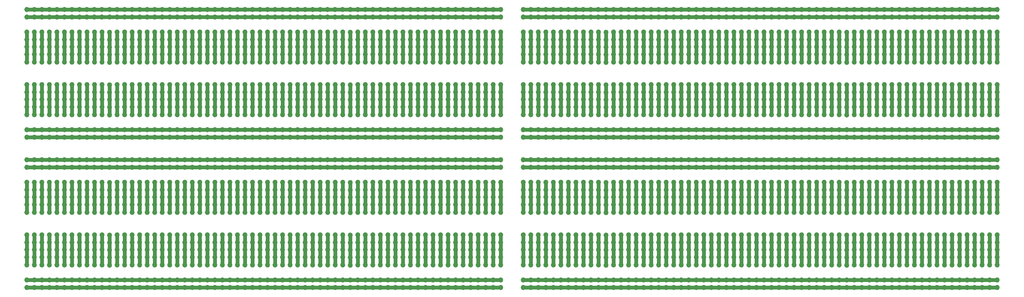
<source format=gbr>
%TF.GenerationSoftware,KiCad,Pcbnew,8.0.5*%
%TF.CreationDate,2024-10-04T16:18:13+02:00*%
%TF.ProjectId,Solderable_breadboard,536f6c64-6572-4616-926c-655f62726561,rev?*%
%TF.SameCoordinates,Original*%
%TF.FileFunction,Copper,L1,Top*%
%TF.FilePolarity,Positive*%
%FSLAX46Y46*%
G04 Gerber Fmt 4.6, Leading zero omitted, Abs format (unit mm)*
G04 Created by KiCad (PCBNEW 8.0.5) date 2024-10-04 16:18:13*
%MOMM*%
%LPD*%
G01*
G04 APERTURE LIST*
%TA.AperFunction,ComponentPad*%
%ADD10O,1.700000X1.700000*%
%TD*%
%TA.AperFunction,Conductor*%
%ADD11C,1.270000*%
%TD*%
G04 APERTURE END LIST*
D10*
%TO.P,J41,1,Pin_1*%
%TO.N,Net-(J41-Pin_1)*%
X289560000Y-109220000D03*
%TO.P,J41,2,Pin_2*%
X289560000Y-111760000D03*
%TO.P,J41,3,Pin_3*%
X289560000Y-114220000D03*
%TO.P,J41,4,Pin_4*%
X289560000Y-116760000D03*
%TO.P,J41,5,Pin_5*%
X289560000Y-119380000D03*
%TD*%
%TO.P,J15,1,Pin_1*%
%TO.N,Net-(J15-Pin_1)*%
X307340000Y-91440000D03*
%TO.P,J15,2,Pin_2*%
X307340000Y-93980000D03*
%TO.P,J15,3,Pin_3*%
X307340000Y-96440000D03*
%TO.P,J15,4,Pin_4*%
X307340000Y-98980000D03*
%TO.P,J15,5,Pin_5*%
X307340000Y-101600000D03*
%TD*%
%TO.P,J89,1,Pin_1*%
%TO.N,Net-(J89-Pin_1)*%
X269240000Y-91440000D03*
%TO.P,J89,2,Pin_2*%
X269240000Y-93980000D03*
%TO.P,J89,3,Pin_3*%
X269240000Y-96440000D03*
%TO.P,J89,4,Pin_4*%
X269240000Y-98980000D03*
%TO.P,J89,5,Pin_5*%
X269240000Y-101600000D03*
%TD*%
%TO.P,J20,1,Pin_1*%
%TO.N,/GND*%
X317500000Y-83820000D03*
%TO.P,J20,2,Pin_2*%
%TO.N,/VCC*%
X317500000Y-86360000D03*
%TD*%
%TO.P,J103,1,Pin_1*%
%TO.N,Net-(J103-Pin_1)*%
X264160000Y-109220000D03*
%TO.P,J103,2,Pin_2*%
X264160000Y-111760000D03*
%TO.P,J103,3,Pin_3*%
X264160000Y-114220000D03*
%TO.P,J103,4,Pin_4*%
X264160000Y-116760000D03*
%TO.P,J103,5,Pin_5*%
X264160000Y-119380000D03*
%TD*%
%TO.P,J21,1,Pin_1*%
%TO.N,Net-(J21-Pin_1)*%
X309880000Y-91440000D03*
%TO.P,J21,2,Pin_2*%
X309880000Y-93980000D03*
%TO.P,J21,3,Pin_3*%
X309880000Y-96440000D03*
%TO.P,J21,4,Pin_4*%
X309880000Y-98980000D03*
%TO.P,J21,5,Pin_5*%
X309880000Y-101600000D03*
%TD*%
%TO.P,J26,1,Pin_1*%
%TO.N,Net-(J26-Pin_1)*%
X322580000Y-91440000D03*
%TO.P,J26,2,Pin_2*%
X322580000Y-93980000D03*
%TO.P,J26,3,Pin_3*%
X322580000Y-96440000D03*
%TO.P,J26,4,Pin_4*%
X322580000Y-98980000D03*
%TO.P,J26,5,Pin_5*%
X322580000Y-101600000D03*
%TD*%
%TO.P,J49,1,Pin_1*%
%TO.N,Net-(J49-Pin_1)*%
X309880000Y-109220000D03*
%TO.P,J49,2,Pin_2*%
X309880000Y-111760000D03*
%TO.P,J49,3,Pin_3*%
X309880000Y-114220000D03*
%TO.P,J49,4,Pin_4*%
X309880000Y-116760000D03*
%TO.P,J49,5,Pin_5*%
X309880000Y-119380000D03*
%TD*%
%TO.P,J19,1,Pin_1*%
%TO.N,/GND*%
X314820000Y-83820000D03*
%TO.P,J19,2,Pin_2*%
%TO.N,/VCC*%
X314820000Y-86360000D03*
%TD*%
%TO.P,J27,1,Pin_1*%
%TO.N,Net-(J27-Pin_1)*%
X325120000Y-91440000D03*
%TO.P,J27,2,Pin_2*%
X325120000Y-93980000D03*
%TO.P,J27,3,Pin_3*%
X325120000Y-96440000D03*
%TO.P,J27,4,Pin_4*%
X325120000Y-98980000D03*
%TO.P,J27,5,Pin_5*%
X325120000Y-101600000D03*
%TD*%
%TO.P,J17,1,Pin_1*%
%TO.N,/GND*%
X309740000Y-83820000D03*
%TO.P,J17,2,Pin_2*%
%TO.N,/VCC*%
X309740000Y-86360000D03*
%TD*%
%TO.P,J102,1,Pin_1*%
%TO.N,Net-(J102-Pin_1)*%
X261620000Y-109220000D03*
%TO.P,J102,2,Pin_2*%
X261620000Y-111760000D03*
%TO.P,J102,3,Pin_3*%
X261620000Y-114220000D03*
%TO.P,J102,4,Pin_4*%
X261620000Y-116760000D03*
%TO.P,J102,5,Pin_5*%
X261620000Y-119380000D03*
%TD*%
%TO.P,J99,1,Pin_1*%
%TO.N,Net-(J99-Pin_1)*%
X254000000Y-109220000D03*
%TO.P,J99,2,Pin_2*%
X254000000Y-111760000D03*
%TO.P,J99,3,Pin_3*%
X254000000Y-114220000D03*
%TO.P,J99,4,Pin_4*%
X254000000Y-116760000D03*
%TO.P,J99,5,Pin_5*%
X254000000Y-119380000D03*
%TD*%
%TO.P,J32,1,Pin_1*%
%TO.N,/GND*%
X327660000Y-83820000D03*
%TO.P,J32,2,Pin_2*%
%TO.N,/VCC*%
X327660000Y-86360000D03*
%TD*%
%TO.P,J78,1,Pin_1*%
%TO.N,/GND*%
X241300000Y-124460000D03*
%TO.P,J78,2,Pin_2*%
%TO.N,/VCC*%
X241300000Y-127000000D03*
%TD*%
%TO.P,J16,1,Pin_1*%
%TO.N,/GND*%
X307340000Y-83820000D03*
%TO.P,J16,2,Pin_2*%
%TO.N,/VCC*%
X307340000Y-86360000D03*
%TD*%
%TO.P,J101,1,Pin_1*%
%TO.N,Net-(J101-Pin_1)*%
X259080000Y-109220000D03*
%TO.P,J101,2,Pin_2*%
X259080000Y-111760000D03*
%TO.P,J101,3,Pin_3*%
X259080000Y-114220000D03*
%TO.P,J101,4,Pin_4*%
X259080000Y-116760000D03*
%TO.P,J101,5,Pin_5*%
X259080000Y-119380000D03*
%TD*%
%TO.P,J84,1,Pin_1*%
%TO.N,Net-(J84-Pin_1)*%
X256540000Y-91440000D03*
%TO.P,J84,2,Pin_2*%
X256540000Y-93980000D03*
%TO.P,J84,3,Pin_3*%
X256540000Y-96440000D03*
%TO.P,J84,4,Pin_4*%
X256540000Y-98980000D03*
%TO.P,J84,5,Pin_5*%
X256540000Y-101600000D03*
%TD*%
%TO.P,J14,1,Pin_1*%
%TO.N,Net-(J14-Pin_1)*%
X304800000Y-91440000D03*
%TO.P,J14,2,Pin_2*%
X304800000Y-93980000D03*
%TO.P,J14,3,Pin_3*%
X304800000Y-96440000D03*
%TO.P,J14,4,Pin_4*%
X304800000Y-98980000D03*
%TO.P,J14,5,Pin_5*%
X304800000Y-101600000D03*
%TD*%
%TO.P,J105,1,Pin_1*%
%TO.N,Net-(J105-Pin_1)*%
X269240000Y-109220000D03*
%TO.P,J105,2,Pin_2*%
X269240000Y-111760000D03*
%TO.P,J105,3,Pin_3*%
X269240000Y-114220000D03*
%TO.P,J105,4,Pin_4*%
X269240000Y-116760000D03*
%TO.P,J105,5,Pin_5*%
X269240000Y-119380000D03*
%TD*%
%TO.P,J61,1,Pin_1*%
%TO.N,/GND*%
X360680000Y-83820000D03*
%TO.P,J61,2,Pin_2*%
%TO.N,/VCC*%
X360680000Y-86360000D03*
%TD*%
%TO.P,J108,1,Pin_1*%
%TO.N,Net-(J108-Pin_1)*%
X276860000Y-109220000D03*
%TO.P,J108,2,Pin_2*%
X276860000Y-111760000D03*
%TO.P,J108,3,Pin_3*%
X276860000Y-114220000D03*
%TO.P,J108,4,Pin_4*%
X276860000Y-116760000D03*
%TO.P,J108,5,Pin_5*%
X276860000Y-119380000D03*
%TD*%
%TO.P,J75,1,Pin_1*%
%TO.N,/GND*%
X233680000Y-124460000D03*
%TO.P,J75,2,Pin_2*%
%TO.N,/VCC*%
X233680000Y-127000000D03*
%TD*%
%TO.P,J74,1,Pin_1*%
%TO.N,/GND*%
X231140000Y-124460000D03*
%TO.P,J74,2,Pin_2*%
%TO.N,/VCC*%
X231140000Y-127000000D03*
%TD*%
%TO.P,J80,1,Pin_1*%
%TO.N,/GND*%
X246380000Y-124460000D03*
%TO.P,J80,2,Pin_2*%
%TO.N,/VCC*%
X246380000Y-127000000D03*
%TD*%
%TO.P,J97,1,Pin_1*%
%TO.N,Net-(J97-Pin_1)*%
X248920000Y-109220000D03*
%TO.P,J97,2,Pin_2*%
X248920000Y-111760000D03*
%TO.P,J97,3,Pin_3*%
X248920000Y-114220000D03*
%TO.P,J97,4,Pin_4*%
X248920000Y-116760000D03*
%TO.P,J97,5,Pin_5*%
X248920000Y-119380000D03*
%TD*%
%TO.P,J67,1,Pin_1*%
%TO.N,/GND*%
X294640000Y-124460000D03*
%TO.P,J67,2,Pin_2*%
%TO.N,/VCC*%
X294640000Y-127000000D03*
%TD*%
%TO.P,J2,1,Pin_1*%
%TO.N,Net-(J2-Pin_1)*%
X292100000Y-91440000D03*
%TO.P,J2,2,Pin_2*%
X292100000Y-93980000D03*
%TO.P,J2,3,Pin_3*%
X292100000Y-96440000D03*
%TO.P,J2,4,Pin_4*%
X292100000Y-98980000D03*
%TO.P,J2,5,Pin_5*%
X292100000Y-101600000D03*
%TD*%
%TO.P,J13,1,Pin_1*%
%TO.N,/GND*%
X304800000Y-83820000D03*
%TO.P,J13,2,Pin_2*%
%TO.N,/VCC*%
X304800000Y-86360000D03*
%TD*%
%TO.P,J5,1,Pin_1*%
%TO.N,/GND*%
X294640000Y-83820000D03*
%TO.P,J5,2,Pin_2*%
%TO.N,/VCC*%
X294640000Y-86360000D03*
%TD*%
%TO.P,J28,1,Pin_1*%
%TO.N,Net-(J28-Pin_1)*%
X327660000Y-91440000D03*
%TO.P,J28,2,Pin_2*%
X327660000Y-93980000D03*
%TO.P,J28,3,Pin_3*%
X327660000Y-96440000D03*
%TO.P,J28,4,Pin_4*%
X327660000Y-98980000D03*
%TO.P,J28,5,Pin_5*%
X327660000Y-101600000D03*
%TD*%
%TO.P,J7,1,Pin_1*%
%TO.N,Net-(J7-Pin_1)*%
X297180000Y-91440000D03*
%TO.P,J7,2,Pin_2*%
X297180000Y-93980000D03*
%TO.P,J7,3,Pin_3*%
X297180000Y-96440000D03*
%TO.P,J7,4,Pin_4*%
X297180000Y-98980000D03*
%TO.P,J7,5,Pin_5*%
X297180000Y-101600000D03*
%TD*%
%TO.P,J120,1,Pin_1*%
%TO.N,/GND*%
X347980000Y-124460000D03*
%TO.P,J120,2,Pin_2*%
%TO.N,/VCC*%
X347980000Y-127000000D03*
%TD*%
%TO.P,J112,1,Pin_1*%
%TO.N,Net-(J112-Pin_1)*%
X368300000Y-109220000D03*
%TO.P,J112,2,Pin_2*%
X368300000Y-111760000D03*
%TO.P,J112,3,Pin_3*%
X368300000Y-114220000D03*
%TO.P,J112,4,Pin_4*%
X368300000Y-116760000D03*
%TO.P,J112,5,Pin_5*%
X368300000Y-119380000D03*
%TD*%
%TO.P,J9,1,Pin_1*%
%TO.N,/GND*%
X299720000Y-83820000D03*
%TO.P,J9,2,Pin_2*%
%TO.N,/VCC*%
X299720000Y-86360000D03*
%TD*%
%TO.P,J128,1,Pin_1*%
%TO.N,/GND*%
X368300000Y-124460000D03*
%TO.P,J128,2,Pin_2*%
%TO.N,/VCC*%
X368300000Y-127000000D03*
%TD*%
%TO.P,J124,1,Pin_1*%
%TO.N,/GND*%
X358140000Y-124460000D03*
%TO.P,J124,2,Pin_2*%
%TO.N,/VCC*%
X358140000Y-127000000D03*
%TD*%
%TO.P,J24,1,Pin_1*%
%TO.N,Net-(J24-Pin_1)*%
X317500000Y-91520000D03*
%TO.P,J24,2,Pin_2*%
X317500000Y-94060000D03*
%TO.P,J24,3,Pin_3*%
X317500000Y-96520000D03*
%TO.P,J24,4,Pin_4*%
X317500000Y-99060000D03*
%TO.P,J24,5,Pin_5*%
X317500000Y-101680000D03*
%TD*%
%TO.P,J102,1,Pin_1*%
%TO.N,Net-(J102-Pin_1)*%
X342900000Y-109220000D03*
%TO.P,J102,2,Pin_2*%
X342900000Y-111760000D03*
%TO.P,J102,3,Pin_3*%
X342900000Y-114220000D03*
%TO.P,J102,4,Pin_4*%
X342900000Y-116760000D03*
%TO.P,J102,5,Pin_5*%
X342900000Y-119380000D03*
%TD*%
%TO.P,J8,1,Pin_1*%
%TO.N,/GND*%
X297180000Y-83820000D03*
%TO.P,J8,2,Pin_2*%
%TO.N,/VCC*%
X297180000Y-86360000D03*
%TD*%
%TO.P,J6,1,Pin_1*%
%TO.N,Net-(J6-Pin_1)*%
X294640000Y-91440000D03*
%TO.P,J6,2,Pin_2*%
X294640000Y-93980000D03*
%TO.P,J6,3,Pin_3*%
X294640000Y-96440000D03*
%TO.P,J6,4,Pin_4*%
X294640000Y-98980000D03*
%TO.P,J6,5,Pin_5*%
X294640000Y-101600000D03*
%TD*%
%TO.P,J1,1,Pin_1*%
%TO.N,Net-(J1-Pin_1)*%
X289560000Y-91440000D03*
%TO.P,J1,2,Pin_2*%
X289560000Y-93980000D03*
%TO.P,J1,3,Pin_3*%
X289560000Y-96440000D03*
%TO.P,J1,4,Pin_4*%
X289560000Y-98980000D03*
%TO.P,J1,5,Pin_5*%
X289560000Y-101600000D03*
%TD*%
%TO.P,J110,1,Pin_1*%
%TO.N,Net-(J110-Pin_1)*%
X363220000Y-109220000D03*
%TO.P,J110,2,Pin_2*%
X363220000Y-111760000D03*
%TO.P,J110,3,Pin_3*%
X363220000Y-114220000D03*
%TO.P,J110,4,Pin_4*%
X363220000Y-116760000D03*
%TO.P,J110,5,Pin_5*%
X363220000Y-119380000D03*
%TD*%
%TO.P,J10,1,Pin_1*%
%TO.N,Net-(J10-Pin_1)*%
X299720000Y-91440000D03*
%TO.P,J10,2,Pin_2*%
X299720000Y-93980000D03*
%TO.P,J10,3,Pin_3*%
X299720000Y-96440000D03*
%TO.P,J10,4,Pin_4*%
X299720000Y-98980000D03*
%TO.P,J10,5,Pin_5*%
X299720000Y-101600000D03*
%TD*%
%TO.P,J4,1,Pin_1*%
%TO.N,/GND*%
X292100000Y-83820000D03*
%TO.P,J4,2,Pin_2*%
%TO.N,/VCC*%
X292100000Y-86360000D03*
%TD*%
%TO.P,J127,1,Pin_1*%
%TO.N,/GND*%
X365760000Y-124460000D03*
%TO.P,J127,2,Pin_2*%
%TO.N,/VCC*%
X365760000Y-127000000D03*
%TD*%
%TO.P,J69,1,Pin_1*%
%TO.N,/GND*%
X218440000Y-124460000D03*
%TO.P,J69,2,Pin_2*%
%TO.N,/VCC*%
X218440000Y-127000000D03*
%TD*%
%TO.P,J123,1,Pin_1*%
%TO.N,/GND*%
X355600000Y-124460000D03*
%TO.P,J123,2,Pin_2*%
%TO.N,/VCC*%
X355600000Y-127000000D03*
%TD*%
%TO.P,J110,1,Pin_1*%
%TO.N,Net-(J110-Pin_1)*%
X281940000Y-109220000D03*
%TO.P,J110,2,Pin_2*%
X281940000Y-111760000D03*
%TO.P,J110,3,Pin_3*%
X281940000Y-114220000D03*
%TO.P,J110,4,Pin_4*%
X281940000Y-116760000D03*
%TO.P,J110,5,Pin_5*%
X281940000Y-119380000D03*
%TD*%
%TO.P,J24,1,Pin_1*%
%TO.N,Net-(J24-Pin_1)*%
X236220000Y-91520000D03*
%TO.P,J24,2,Pin_2*%
X236220000Y-94060000D03*
%TO.P,J24,3,Pin_3*%
X236220000Y-96520000D03*
%TO.P,J24,4,Pin_4*%
X236220000Y-99060000D03*
%TO.P,J24,5,Pin_5*%
X236220000Y-101680000D03*
%TD*%
%TO.P,J127,1,Pin_1*%
%TO.N,/GND*%
X284480000Y-124460000D03*
%TO.P,J127,2,Pin_2*%
%TO.N,/VCC*%
X284480000Y-127000000D03*
%TD*%
%TO.P,J3,1,Pin_1*%
%TO.N,/GND*%
X289560000Y-83820000D03*
%TO.P,J3,2,Pin_2*%
%TO.N,/VCC*%
X289560000Y-86360000D03*
%TD*%
%TO.P,J2,1,Pin_1*%
%TO.N,Net-(J2-Pin_1)*%
X210820000Y-91440000D03*
%TO.P,J2,2,Pin_2*%
X210820000Y-93980000D03*
%TO.P,J2,3,Pin_3*%
X210820000Y-96440000D03*
%TO.P,J2,4,Pin_4*%
X210820000Y-98980000D03*
%TO.P,J2,5,Pin_5*%
X210820000Y-101600000D03*
%TD*%
%TO.P,J116,1,Pin_1*%
%TO.N,/GND*%
X256540000Y-124460000D03*
%TO.P,J116,2,Pin_2*%
%TO.N,/VCC*%
X256540000Y-127000000D03*
%TD*%
%TO.P,J118,1,Pin_1*%
%TO.N,/GND*%
X261620000Y-124460000D03*
%TO.P,J118,2,Pin_2*%
%TO.N,/VCC*%
X261620000Y-127000000D03*
%TD*%
%TO.P,J116,1,Pin_1*%
%TO.N,/GND*%
X337820000Y-124460000D03*
%TO.P,J116,2,Pin_2*%
%TO.N,/VCC*%
X337820000Y-127000000D03*
%TD*%
%TO.P,J1,1,Pin_1*%
%TO.N,Net-(J1-Pin_1)*%
X208280000Y-91440000D03*
%TO.P,J1,2,Pin_2*%
X208280000Y-93980000D03*
%TO.P,J1,3,Pin_3*%
X208280000Y-96440000D03*
%TO.P,J1,4,Pin_4*%
X208280000Y-98980000D03*
%TO.P,J1,5,Pin_5*%
X208280000Y-101600000D03*
%TD*%
%TO.P,J9,1,Pin_1*%
%TO.N,/GND*%
X218440000Y-83820000D03*
%TO.P,J9,2,Pin_2*%
%TO.N,/VCC*%
X218440000Y-86360000D03*
%TD*%
%TO.P,J125,1,Pin_1*%
%TO.N,/GND*%
X360680000Y-124460000D03*
%TO.P,J125,2,Pin_2*%
%TO.N,/VCC*%
X360680000Y-127000000D03*
%TD*%
%TO.P,J115,1,Pin_1*%
%TO.N,/GND*%
X335280000Y-124460000D03*
%TO.P,J115,2,Pin_2*%
%TO.N,/VCC*%
X335280000Y-127000000D03*
%TD*%
%TO.P,J126,1,Pin_1*%
%TO.N,/GND*%
X363220000Y-124460000D03*
%TO.P,J126,2,Pin_2*%
%TO.N,/VCC*%
X363220000Y-127000000D03*
%TD*%
%TO.P,J20,1,Pin_1*%
%TO.N,/GND*%
X236220000Y-83820000D03*
%TO.P,J20,2,Pin_2*%
%TO.N,/VCC*%
X236220000Y-86360000D03*
%TD*%
%TO.P,J91,1,Pin_1*%
%TO.N,Net-(J91-Pin_1)*%
X274320000Y-91440000D03*
%TO.P,J91,2,Pin_2*%
X274320000Y-93980000D03*
%TO.P,J91,3,Pin_3*%
X274320000Y-96440000D03*
%TO.P,J91,4,Pin_4*%
X274320000Y-98980000D03*
%TO.P,J91,5,Pin_5*%
X274320000Y-101600000D03*
%TD*%
%TO.P,J82,1,Pin_1*%
%TO.N,Net-(J82-Pin_1)*%
X251460000Y-91440000D03*
%TO.P,J82,2,Pin_2*%
X251460000Y-93980000D03*
%TO.P,J82,3,Pin_3*%
X251460000Y-96440000D03*
%TO.P,J82,4,Pin_4*%
X251460000Y-98980000D03*
%TO.P,J82,5,Pin_5*%
X251460000Y-101600000D03*
%TD*%
%TO.P,J120,1,Pin_1*%
%TO.N,/GND*%
X266700000Y-124460000D03*
%TO.P,J120,2,Pin_2*%
%TO.N,/VCC*%
X266700000Y-127000000D03*
%TD*%
%TO.P,J109,1,Pin_1*%
%TO.N,Net-(J109-Pin_1)*%
X279400000Y-109220000D03*
%TO.P,J109,2,Pin_2*%
X279400000Y-111760000D03*
%TO.P,J109,3,Pin_3*%
X279400000Y-114220000D03*
%TO.P,J109,4,Pin_4*%
X279400000Y-116760000D03*
%TO.P,J109,5,Pin_5*%
X279400000Y-119380000D03*
%TD*%
%TO.P,J71,1,Pin_1*%
%TO.N,/GND*%
X223520000Y-124460000D03*
%TO.P,J71,2,Pin_2*%
%TO.N,/VCC*%
X223520000Y-127000000D03*
%TD*%
%TO.P,J112,1,Pin_1*%
%TO.N,Net-(J112-Pin_1)*%
X287020000Y-109220000D03*
%TO.P,J112,2,Pin_2*%
X287020000Y-111760000D03*
%TO.P,J112,3,Pin_3*%
X287020000Y-114220000D03*
%TO.P,J112,4,Pin_4*%
X287020000Y-116760000D03*
%TO.P,J112,5,Pin_5*%
X287020000Y-119380000D03*
%TD*%
%TO.P,J66,1,Pin_1*%
%TO.N,/GND*%
X210820000Y-124460000D03*
%TO.P,J66,2,Pin_2*%
%TO.N,/VCC*%
X210820000Y-127000000D03*
%TD*%
%TO.P,J60,1,Pin_1*%
%TO.N,/GND*%
X276860000Y-83820000D03*
%TO.P,J60,2,Pin_2*%
%TO.N,/VCC*%
X276860000Y-86360000D03*
%TD*%
%TO.P,J86,1,Pin_1*%
%TO.N,Net-(J86-Pin_1)*%
X261620000Y-91440000D03*
%TO.P,J86,2,Pin_2*%
X261620000Y-93980000D03*
%TO.P,J86,3,Pin_3*%
X261620000Y-96440000D03*
%TO.P,J86,4,Pin_4*%
X261620000Y-98980000D03*
%TO.P,J86,5,Pin_5*%
X261620000Y-101600000D03*
%TD*%
%TO.P,J57,1,Pin_1*%
%TO.N,/GND*%
X269240000Y-83820000D03*
%TO.P,J57,2,Pin_2*%
%TO.N,/VCC*%
X269240000Y-86360000D03*
%TD*%
%TO.P,J51,1,Pin_1*%
%TO.N,Net-(J51-Pin_1)*%
X233680000Y-109220000D03*
%TO.P,J51,2,Pin_2*%
X233680000Y-111760000D03*
%TO.P,J51,3,Pin_3*%
X233680000Y-114220000D03*
%TO.P,J51,4,Pin_4*%
X233680000Y-116760000D03*
%TO.P,J51,5,Pin_5*%
X233680000Y-119380000D03*
%TD*%
%TO.P,J77,1,Pin_1*%
%TO.N,/GND*%
X238760000Y-124460000D03*
%TO.P,J77,2,Pin_2*%
%TO.N,/VCC*%
X238760000Y-127000000D03*
%TD*%
%TO.P,J85,1,Pin_1*%
%TO.N,Net-(J85-Pin_1)*%
X259080000Y-91440000D03*
%TO.P,J85,2,Pin_2*%
X259080000Y-93980000D03*
%TO.P,J85,3,Pin_3*%
X259080000Y-96440000D03*
%TO.P,J85,4,Pin_4*%
X259080000Y-98980000D03*
%TO.P,J85,5,Pin_5*%
X259080000Y-101600000D03*
%TD*%
%TO.P,J65,1,Pin_1*%
%TO.N,/GND*%
X208280000Y-124460000D03*
%TO.P,J65,2,Pin_2*%
%TO.N,/VCC*%
X208280000Y-127000000D03*
%TD*%
%TO.P,J55,1,Pin_1*%
%TO.N,Net-(J55-Pin_1)*%
X243840000Y-109220000D03*
%TO.P,J55,2,Pin_2*%
X243840000Y-111760000D03*
%TO.P,J55,3,Pin_3*%
X243840000Y-114220000D03*
%TO.P,J55,4,Pin_4*%
X243840000Y-116760000D03*
%TO.P,J55,5,Pin_5*%
X243840000Y-119380000D03*
%TD*%
%TO.P,J58,1,Pin_1*%
%TO.N,/GND*%
X271780000Y-83820000D03*
%TO.P,J58,2,Pin_2*%
%TO.N,/VCC*%
X271780000Y-86360000D03*
%TD*%
%TO.P,J92,1,Pin_1*%
%TO.N,Net-(J92-Pin_1)*%
X276860000Y-91440000D03*
%TO.P,J92,2,Pin_2*%
X276860000Y-93980000D03*
%TO.P,J92,3,Pin_3*%
X276860000Y-96440000D03*
%TO.P,J92,4,Pin_4*%
X276860000Y-98980000D03*
%TO.P,J92,5,Pin_5*%
X276860000Y-101600000D03*
%TD*%
%TO.P,J111,1,Pin_1*%
%TO.N,Net-(J111-Pin_1)*%
X284480000Y-109220000D03*
%TO.P,J111,2,Pin_2*%
X284480000Y-111760000D03*
%TO.P,J111,3,Pin_3*%
X284480000Y-114220000D03*
%TO.P,J111,4,Pin_4*%
X284480000Y-116760000D03*
%TO.P,J111,5,Pin_5*%
X284480000Y-119380000D03*
%TD*%
%TO.P,J95,1,Pin_1*%
%TO.N,Net-(J95-Pin_1)*%
X284480000Y-91440000D03*
%TO.P,J95,2,Pin_2*%
X284480000Y-93980000D03*
%TO.P,J95,3,Pin_3*%
X284480000Y-96440000D03*
%TO.P,J95,4,Pin_4*%
X284480000Y-98980000D03*
%TO.P,J95,5,Pin_5*%
X284480000Y-101600000D03*
%TD*%
%TO.P,J67,1,Pin_1*%
%TO.N,/GND*%
X213360000Y-124460000D03*
%TO.P,J67,2,Pin_2*%
%TO.N,/VCC*%
X213360000Y-127000000D03*
%TD*%
%TO.P,J96,1,Pin_1*%
%TO.N,Net-(J96-Pin_1)*%
X287020000Y-91440000D03*
%TO.P,J96,2,Pin_2*%
X287020000Y-93980000D03*
%TO.P,J96,3,Pin_3*%
X287020000Y-96440000D03*
%TO.P,J96,4,Pin_4*%
X287020000Y-98980000D03*
%TO.P,J96,5,Pin_5*%
X287020000Y-101600000D03*
%TD*%
%TO.P,J121,1,Pin_1*%
%TO.N,/GND*%
X269240000Y-124460000D03*
%TO.P,J121,2,Pin_2*%
%TO.N,/VCC*%
X269240000Y-127000000D03*
%TD*%
%TO.P,J104,1,Pin_1*%
%TO.N,Net-(J104-Pin_1)*%
X266700000Y-109220000D03*
%TO.P,J104,2,Pin_2*%
X266700000Y-111760000D03*
%TO.P,J104,3,Pin_3*%
X266700000Y-114220000D03*
%TO.P,J104,4,Pin_4*%
X266700000Y-116760000D03*
%TO.P,J104,5,Pin_5*%
X266700000Y-119380000D03*
%TD*%
%TO.P,J98,1,Pin_1*%
%TO.N,Net-(J98-Pin_1)*%
X251460000Y-109220000D03*
%TO.P,J98,2,Pin_2*%
X251460000Y-111760000D03*
%TO.P,J98,3,Pin_3*%
X251460000Y-114220000D03*
%TO.P,J98,4,Pin_4*%
X251460000Y-116760000D03*
%TO.P,J98,5,Pin_5*%
X251460000Y-119380000D03*
%TD*%
%TO.P,J94,1,Pin_1*%
%TO.N,Net-(J94-Pin_1)*%
X281940000Y-91440000D03*
%TO.P,J94,2,Pin_2*%
X281940000Y-93980000D03*
%TO.P,J94,3,Pin_3*%
X281940000Y-96440000D03*
%TO.P,J94,4,Pin_4*%
X281940000Y-98980000D03*
%TO.P,J94,5,Pin_5*%
X281940000Y-101600000D03*
%TD*%
%TO.P,J87,1,Pin_1*%
%TO.N,Net-(J87-Pin_1)*%
X264160000Y-91440000D03*
%TO.P,J87,2,Pin_2*%
X264160000Y-93980000D03*
%TO.P,J87,3,Pin_3*%
X264160000Y-96440000D03*
%TO.P,J87,4,Pin_4*%
X264160000Y-98980000D03*
%TO.P,J87,5,Pin_5*%
X264160000Y-101600000D03*
%TD*%
%TO.P,J76,1,Pin_1*%
%TO.N,/GND*%
X236220000Y-124460000D03*
%TO.P,J76,2,Pin_2*%
%TO.N,/VCC*%
X236220000Y-127000000D03*
%TD*%
%TO.P,J63,1,Pin_1*%
%TO.N,/GND*%
X284480000Y-83820000D03*
%TO.P,J63,2,Pin_2*%
%TO.N,/VCC*%
X284480000Y-86360000D03*
%TD*%
%TO.P,J61,1,Pin_1*%
%TO.N,/GND*%
X279400000Y-83820000D03*
%TO.P,J61,2,Pin_2*%
%TO.N,/VCC*%
X279400000Y-86360000D03*
%TD*%
%TO.P,J52,1,Pin_1*%
%TO.N,Net-(J52-Pin_1)*%
X236220000Y-109300000D03*
%TO.P,J52,2,Pin_2*%
X236220000Y-111840000D03*
%TO.P,J52,3,Pin_3*%
X236220000Y-114300000D03*
%TO.P,J52,4,Pin_4*%
X236220000Y-116840000D03*
%TO.P,J52,5,Pin_5*%
X236220000Y-119460000D03*
%TD*%
%TO.P,J68,1,Pin_1*%
%TO.N,/GND*%
X297180000Y-124460000D03*
%TO.P,J68,2,Pin_2*%
%TO.N,/VCC*%
X297180000Y-127000000D03*
%TD*%
%TO.P,J81,1,Pin_1*%
%TO.N,Net-(J81-Pin_1)*%
X248920000Y-91440000D03*
%TO.P,J81,2,Pin_2*%
X248920000Y-93980000D03*
%TO.P,J81,3,Pin_3*%
X248920000Y-96440000D03*
%TO.P,J81,4,Pin_4*%
X248920000Y-98980000D03*
%TO.P,J81,5,Pin_5*%
X248920000Y-101600000D03*
%TD*%
%TO.P,J62,1,Pin_1*%
%TO.N,/GND*%
X363220000Y-83820000D03*
%TO.P,J62,2,Pin_2*%
%TO.N,/VCC*%
X363220000Y-86360000D03*
%TD*%
%TO.P,J59,1,Pin_1*%
%TO.N,/GND*%
X355600000Y-83820000D03*
%TO.P,J59,2,Pin_2*%
%TO.N,/VCC*%
X355600000Y-86360000D03*
%TD*%
%TO.P,J106,1,Pin_1*%
%TO.N,Net-(J106-Pin_1)*%
X271780000Y-109220000D03*
%TO.P,J106,2,Pin_2*%
X271780000Y-111760000D03*
%TO.P,J106,3,Pin_3*%
X271780000Y-114220000D03*
%TO.P,J106,4,Pin_4*%
X271780000Y-116760000D03*
%TO.P,J106,5,Pin_5*%
X271780000Y-119380000D03*
%TD*%
%TO.P,J27,1,Pin_1*%
%TO.N,Net-(J27-Pin_1)*%
X243840000Y-91440000D03*
%TO.P,J27,2,Pin_2*%
X243840000Y-93980000D03*
%TO.P,J27,3,Pin_3*%
X243840000Y-96440000D03*
%TO.P,J27,4,Pin_4*%
X243840000Y-98980000D03*
%TO.P,J27,5,Pin_5*%
X243840000Y-101600000D03*
%TD*%
%TO.P,J47,1,Pin_1*%
%TO.N,Net-(J47-Pin_1)*%
X223520000Y-109220000D03*
%TO.P,J47,2,Pin_2*%
X223520000Y-111760000D03*
%TO.P,J47,3,Pin_3*%
X223520000Y-114220000D03*
%TO.P,J47,4,Pin_4*%
X223520000Y-116760000D03*
%TO.P,J47,5,Pin_5*%
X223520000Y-119380000D03*
%TD*%
%TO.P,J50,1,Pin_1*%
%TO.N,Net-(J50-Pin_1)*%
X231140000Y-109220000D03*
%TO.P,J50,2,Pin_2*%
X231140000Y-111760000D03*
%TO.P,J50,3,Pin_3*%
X231140000Y-114220000D03*
%TO.P,J50,4,Pin_4*%
X231140000Y-116760000D03*
%TO.P,J50,5,Pin_5*%
X231140000Y-119380000D03*
%TD*%
%TO.P,J53,1,Pin_1*%
%TO.N,Net-(J53-Pin_1)*%
X238760000Y-109220000D03*
%TO.P,J53,2,Pin_2*%
X238760000Y-111760000D03*
%TO.P,J53,3,Pin_3*%
X238760000Y-114220000D03*
%TO.P,J53,4,Pin_4*%
X238760000Y-116760000D03*
%TO.P,J53,5,Pin_5*%
X238760000Y-119380000D03*
%TD*%
%TO.P,J59,1,Pin_1*%
%TO.N,/GND*%
X274320000Y-83820000D03*
%TO.P,J59,2,Pin_2*%
%TO.N,/VCC*%
X274320000Y-86360000D03*
%TD*%
%TO.P,J72,1,Pin_1*%
%TO.N,/GND*%
X226060000Y-124460000D03*
%TO.P,J72,2,Pin_2*%
%TO.N,/VCC*%
X226060000Y-127000000D03*
%TD*%
%TO.P,J70,1,Pin_1*%
%TO.N,/GND*%
X302260000Y-124460000D03*
%TO.P,J70,2,Pin_2*%
%TO.N,/VCC*%
X302260000Y-127000000D03*
%TD*%
%TO.P,J29,1,Pin_1*%
%TO.N,/GND*%
X238760000Y-83820000D03*
%TO.P,J29,2,Pin_2*%
%TO.N,/VCC*%
X238760000Y-86360000D03*
%TD*%
%TO.P,J45,1,Pin_1*%
%TO.N,Net-(J45-Pin_1)*%
X218440000Y-109220000D03*
%TO.P,J45,2,Pin_2*%
X218440000Y-111760000D03*
%TO.P,J45,3,Pin_3*%
X218440000Y-114220000D03*
%TO.P,J45,4,Pin_4*%
X218440000Y-116760000D03*
%TO.P,J45,5,Pin_5*%
X218440000Y-119380000D03*
%TD*%
%TO.P,J54,1,Pin_1*%
%TO.N,Net-(J54-Pin_1)*%
X241300000Y-109220000D03*
%TO.P,J54,2,Pin_2*%
X241300000Y-111760000D03*
%TO.P,J54,3,Pin_3*%
X241300000Y-114220000D03*
%TO.P,J54,4,Pin_4*%
X241300000Y-116760000D03*
%TO.P,J54,5,Pin_5*%
X241300000Y-119380000D03*
%TD*%
%TO.P,J68,1,Pin_1*%
%TO.N,/GND*%
X215900000Y-124460000D03*
%TO.P,J68,2,Pin_2*%
%TO.N,/VCC*%
X215900000Y-127000000D03*
%TD*%
%TO.P,J56,1,Pin_1*%
%TO.N,Net-(J56-Pin_1)*%
X246380000Y-109220000D03*
%TO.P,J56,2,Pin_2*%
X246380000Y-111760000D03*
%TO.P,J56,3,Pin_3*%
X246380000Y-114220000D03*
%TO.P,J56,4,Pin_4*%
X246380000Y-116760000D03*
%TO.P,J56,5,Pin_5*%
X246380000Y-119380000D03*
%TD*%
%TO.P,J46,1,Pin_1*%
%TO.N,Net-(J46-Pin_1)*%
X220980000Y-109220000D03*
%TO.P,J46,2,Pin_2*%
X220980000Y-111760000D03*
%TO.P,J46,3,Pin_3*%
X220980000Y-114220000D03*
%TO.P,J46,4,Pin_4*%
X220980000Y-116760000D03*
%TO.P,J46,5,Pin_5*%
X220980000Y-119380000D03*
%TD*%
%TO.P,J107,1,Pin_1*%
%TO.N,Net-(J107-Pin_1)*%
X274320000Y-109220000D03*
%TO.P,J107,2,Pin_2*%
X274320000Y-111760000D03*
%TO.P,J107,3,Pin_3*%
X274320000Y-114220000D03*
%TO.P,J107,4,Pin_4*%
X274320000Y-116760000D03*
%TO.P,J107,5,Pin_5*%
X274320000Y-119380000D03*
%TD*%
%TO.P,J64,1,Pin_1*%
%TO.N,/GND*%
X287020000Y-83820000D03*
%TO.P,J64,2,Pin_2*%
%TO.N,/VCC*%
X287020000Y-86360000D03*
%TD*%
%TO.P,J32,1,Pin_1*%
%TO.N,/GND*%
X246380000Y-83820000D03*
%TO.P,J32,2,Pin_2*%
%TO.N,/VCC*%
X246380000Y-86360000D03*
%TD*%
%TO.P,J38,1,Pin_1*%
%TO.N,/GND*%
X261620000Y-83820000D03*
%TO.P,J38,2,Pin_2*%
%TO.N,/VCC*%
X261620000Y-86360000D03*
%TD*%
%TO.P,J36,1,Pin_1*%
%TO.N,/GND*%
X256540000Y-83820000D03*
%TO.P,J36,2,Pin_2*%
%TO.N,/VCC*%
X256540000Y-86360000D03*
%TD*%
%TO.P,J33,1,Pin_1*%
%TO.N,/GND*%
X248920000Y-83820000D03*
%TO.P,J33,2,Pin_2*%
%TO.N,/VCC*%
X248920000Y-86360000D03*
%TD*%
%TO.P,J25,1,Pin_1*%
%TO.N,Net-(J25-Pin_1)*%
X238760000Y-91440000D03*
%TO.P,J25,2,Pin_2*%
X238760000Y-93980000D03*
%TO.P,J25,3,Pin_3*%
X238760000Y-96440000D03*
%TO.P,J25,4,Pin_4*%
X238760000Y-98980000D03*
%TO.P,J25,5,Pin_5*%
X238760000Y-101600000D03*
%TD*%
%TO.P,J26,1,Pin_1*%
%TO.N,Net-(J26-Pin_1)*%
X241300000Y-91440000D03*
%TO.P,J26,2,Pin_2*%
X241300000Y-93980000D03*
%TO.P,J26,3,Pin_3*%
X241300000Y-96440000D03*
%TO.P,J26,4,Pin_4*%
X241300000Y-98980000D03*
%TO.P,J26,5,Pin_5*%
X241300000Y-101600000D03*
%TD*%
%TO.P,J44,1,Pin_1*%
%TO.N,Net-(J44-Pin_1)*%
X215900000Y-109220000D03*
%TO.P,J44,2,Pin_2*%
X215900000Y-111760000D03*
%TO.P,J44,3,Pin_3*%
X215900000Y-114220000D03*
%TO.P,J44,4,Pin_4*%
X215900000Y-116760000D03*
%TO.P,J44,5,Pin_5*%
X215900000Y-119380000D03*
%TD*%
%TO.P,J40,1,Pin_1*%
%TO.N,/GND*%
X266700000Y-83820000D03*
%TO.P,J40,2,Pin_2*%
%TO.N,/VCC*%
X266700000Y-86360000D03*
%TD*%
%TO.P,J19,1,Pin_1*%
%TO.N,/GND*%
X233540000Y-83820000D03*
%TO.P,J19,2,Pin_2*%
%TO.N,/VCC*%
X233540000Y-86360000D03*
%TD*%
%TO.P,J100,1,Pin_1*%
%TO.N,Net-(J100-Pin_1)*%
X256540000Y-109220000D03*
%TO.P,J100,2,Pin_2*%
X256540000Y-111760000D03*
%TO.P,J100,3,Pin_3*%
X256540000Y-114220000D03*
%TO.P,J100,4,Pin_4*%
X256540000Y-116760000D03*
%TO.P,J100,5,Pin_5*%
X256540000Y-119380000D03*
%TD*%
%TO.P,J64,1,Pin_1*%
%TO.N,/GND*%
X368300000Y-83820000D03*
%TO.P,J64,2,Pin_2*%
%TO.N,/VCC*%
X368300000Y-86360000D03*
%TD*%
%TO.P,J72,1,Pin_1*%
%TO.N,/GND*%
X307340000Y-124460000D03*
%TO.P,J72,2,Pin_2*%
%TO.N,/VCC*%
X307340000Y-127000000D03*
%TD*%
%TO.P,J70,1,Pin_1*%
%TO.N,/GND*%
X220980000Y-124460000D03*
%TO.P,J70,2,Pin_2*%
%TO.N,/VCC*%
X220980000Y-127000000D03*
%TD*%
%TO.P,J34,1,Pin_1*%
%TO.N,/GND*%
X251460000Y-83820000D03*
%TO.P,J34,2,Pin_2*%
%TO.N,/VCC*%
X251460000Y-86360000D03*
%TD*%
%TO.P,J39,1,Pin_1*%
%TO.N,/GND*%
X264160000Y-83820000D03*
%TO.P,J39,2,Pin_2*%
%TO.N,/VCC*%
X264160000Y-86360000D03*
%TD*%
%TO.P,J35,1,Pin_1*%
%TO.N,/GND*%
X254000000Y-83820000D03*
%TO.P,J35,2,Pin_2*%
%TO.N,/VCC*%
X254000000Y-86360000D03*
%TD*%
%TO.P,J62,1,Pin_1*%
%TO.N,/GND*%
X281940000Y-83820000D03*
%TO.P,J62,2,Pin_2*%
%TO.N,/VCC*%
X281940000Y-86360000D03*
%TD*%
%TO.P,J16,1,Pin_1*%
%TO.N,/GND*%
X226060000Y-83820000D03*
%TO.P,J16,2,Pin_2*%
%TO.N,/VCC*%
X226060000Y-86360000D03*
%TD*%
%TO.P,J21,1,Pin_1*%
%TO.N,Net-(J21-Pin_1)*%
X228600000Y-91440000D03*
%TO.P,J21,2,Pin_2*%
X228600000Y-93980000D03*
%TO.P,J21,3,Pin_3*%
X228600000Y-96440000D03*
%TO.P,J21,4,Pin_4*%
X228600000Y-98980000D03*
%TO.P,J21,5,Pin_5*%
X228600000Y-101600000D03*
%TD*%
%TO.P,J41,1,Pin_1*%
%TO.N,Net-(J41-Pin_1)*%
X208280000Y-109220000D03*
%TO.P,J41,2,Pin_2*%
X208280000Y-111760000D03*
%TO.P,J41,3,Pin_3*%
X208280000Y-114220000D03*
%TO.P,J41,4,Pin_4*%
X208280000Y-116760000D03*
%TO.P,J41,5,Pin_5*%
X208280000Y-119380000D03*
%TD*%
%TO.P,J4,1,Pin_1*%
%TO.N,/GND*%
X210820000Y-83820000D03*
%TO.P,J4,2,Pin_2*%
%TO.N,/VCC*%
X210820000Y-86360000D03*
%TD*%
%TO.P,J117,1,Pin_1*%
%TO.N,/GND*%
X259080000Y-124460000D03*
%TO.P,J117,2,Pin_2*%
%TO.N,/VCC*%
X259080000Y-127000000D03*
%TD*%
%TO.P,J17,1,Pin_1*%
%TO.N,/GND*%
X228460000Y-83820000D03*
%TO.P,J17,2,Pin_2*%
%TO.N,/VCC*%
X228460000Y-86360000D03*
%TD*%
%TO.P,J23,1,Pin_1*%
%TO.N,Net-(J23-Pin_1)*%
X233680000Y-91440000D03*
%TO.P,J23,2,Pin_2*%
X233680000Y-93980000D03*
%TO.P,J23,3,Pin_3*%
X233680000Y-96440000D03*
%TO.P,J23,4,Pin_4*%
X233680000Y-98980000D03*
%TO.P,J23,5,Pin_5*%
X233680000Y-101600000D03*
%TD*%
%TO.P,J12,1,Pin_1*%
%TO.N,/GND*%
X220980000Y-83820000D03*
%TO.P,J12,2,Pin_2*%
%TO.N,/VCC*%
X220980000Y-86360000D03*
%TD*%
%TO.P,J43,1,Pin_1*%
%TO.N,Net-(J43-Pin_1)*%
X213360000Y-109220000D03*
%TO.P,J43,2,Pin_2*%
X213360000Y-111760000D03*
%TO.P,J43,3,Pin_3*%
X213360000Y-114220000D03*
%TO.P,J43,4,Pin_4*%
X213360000Y-116760000D03*
%TO.P,J43,5,Pin_5*%
X213360000Y-119380000D03*
%TD*%
%TO.P,J15,1,Pin_1*%
%TO.N,Net-(J15-Pin_1)*%
X226060000Y-91440000D03*
%TO.P,J15,2,Pin_2*%
X226060000Y-93980000D03*
%TO.P,J15,3,Pin_3*%
X226060000Y-96440000D03*
%TO.P,J15,4,Pin_4*%
X226060000Y-98980000D03*
%TO.P,J15,5,Pin_5*%
X226060000Y-101600000D03*
%TD*%
%TO.P,J42,1,Pin_1*%
%TO.N,Net-(J42-Pin_1)*%
X210820000Y-109220000D03*
%TO.P,J42,2,Pin_2*%
X210820000Y-111760000D03*
%TO.P,J42,3,Pin_3*%
X210820000Y-114220000D03*
%TO.P,J42,4,Pin_4*%
X210820000Y-116760000D03*
%TO.P,J42,5,Pin_5*%
X210820000Y-119380000D03*
%TD*%
%TO.P,J31,1,Pin_1*%
%TO.N,/GND*%
X243840000Y-83820000D03*
%TO.P,J31,2,Pin_2*%
%TO.N,/VCC*%
X243840000Y-86360000D03*
%TD*%
%TO.P,J30,1,Pin_1*%
%TO.N,/GND*%
X241300000Y-83820000D03*
%TO.P,J30,2,Pin_2*%
%TO.N,/VCC*%
X241300000Y-86360000D03*
%TD*%
%TO.P,J18,1,Pin_1*%
%TO.N,/GND*%
X231000000Y-83820000D03*
%TO.P,J18,2,Pin_2*%
%TO.N,/VCC*%
X231000000Y-86360000D03*
%TD*%
%TO.P,J125,1,Pin_1*%
%TO.N,/GND*%
X279400000Y-124460000D03*
%TO.P,J125,2,Pin_2*%
%TO.N,/VCC*%
X279400000Y-127000000D03*
%TD*%
%TO.P,J115,1,Pin_1*%
%TO.N,/GND*%
X254000000Y-124460000D03*
%TO.P,J115,2,Pin_2*%
%TO.N,/VCC*%
X254000000Y-127000000D03*
%TD*%
%TO.P,J5,1,Pin_1*%
%TO.N,/GND*%
X213360000Y-83820000D03*
%TO.P,J5,2,Pin_2*%
%TO.N,/VCC*%
X213360000Y-86360000D03*
%TD*%
%TO.P,J49,1,Pin_1*%
%TO.N,Net-(J49-Pin_1)*%
X228600000Y-109220000D03*
%TO.P,J49,2,Pin_2*%
X228600000Y-111760000D03*
%TO.P,J49,3,Pin_3*%
X228600000Y-114220000D03*
%TO.P,J49,4,Pin_4*%
X228600000Y-116760000D03*
%TO.P,J49,5,Pin_5*%
X228600000Y-119380000D03*
%TD*%
%TO.P,J13,1,Pin_1*%
%TO.N,/GND*%
X223520000Y-83820000D03*
%TO.P,J13,2,Pin_2*%
%TO.N,/VCC*%
X223520000Y-86360000D03*
%TD*%
%TO.P,J37,1,Pin_1*%
%TO.N,/GND*%
X259080000Y-83820000D03*
%TO.P,J37,2,Pin_2*%
%TO.N,/VCC*%
X259080000Y-86360000D03*
%TD*%
%TO.P,J6,1,Pin_1*%
%TO.N,Net-(J6-Pin_1)*%
X213360000Y-91440000D03*
%TO.P,J6,2,Pin_2*%
X213360000Y-93980000D03*
%TO.P,J6,3,Pin_3*%
X213360000Y-96440000D03*
%TO.P,J6,4,Pin_4*%
X213360000Y-98980000D03*
%TO.P,J6,5,Pin_5*%
X213360000Y-101600000D03*
%TD*%
%TO.P,J10,1,Pin_1*%
%TO.N,Net-(J10-Pin_1)*%
X218440000Y-91440000D03*
%TO.P,J10,2,Pin_2*%
X218440000Y-93980000D03*
%TO.P,J10,3,Pin_3*%
X218440000Y-96440000D03*
%TO.P,J10,4,Pin_4*%
X218440000Y-98980000D03*
%TO.P,J10,5,Pin_5*%
X218440000Y-101600000D03*
%TD*%
%TO.P,J114,1,Pin_1*%
%TO.N,/GND*%
X251460000Y-124460000D03*
%TO.P,J114,2,Pin_2*%
%TO.N,/VCC*%
X251460000Y-127000000D03*
%TD*%
%TO.P,J14,1,Pin_1*%
%TO.N,Net-(J14-Pin_1)*%
X223520000Y-91440000D03*
%TO.P,J14,2,Pin_2*%
X223520000Y-93980000D03*
%TO.P,J14,3,Pin_3*%
X223520000Y-96440000D03*
%TO.P,J14,4,Pin_4*%
X223520000Y-98980000D03*
%TO.P,J14,5,Pin_5*%
X223520000Y-101600000D03*
%TD*%
%TO.P,J8,1,Pin_1*%
%TO.N,/GND*%
X215900000Y-83820000D03*
%TO.P,J8,2,Pin_2*%
%TO.N,/VCC*%
X215900000Y-86360000D03*
%TD*%
%TO.P,J22,1,Pin_1*%
%TO.N,Net-(J22-Pin_1)*%
X231140000Y-91440000D03*
%TO.P,J22,2,Pin_2*%
X231140000Y-93980000D03*
%TO.P,J22,3,Pin_3*%
X231140000Y-96440000D03*
%TO.P,J22,4,Pin_4*%
X231140000Y-98980000D03*
%TO.P,J22,5,Pin_5*%
X231140000Y-101600000D03*
%TD*%
%TO.P,J128,1,Pin_1*%
%TO.N,/GND*%
X287020000Y-124460000D03*
%TO.P,J128,2,Pin_2*%
%TO.N,/VCC*%
X287020000Y-127000000D03*
%TD*%
%TO.P,J123,1,Pin_1*%
%TO.N,/GND*%
X274320000Y-124460000D03*
%TO.P,J123,2,Pin_2*%
%TO.N,/VCC*%
X274320000Y-127000000D03*
%TD*%
%TO.P,J126,1,Pin_1*%
%TO.N,/GND*%
X281940000Y-124460000D03*
%TO.P,J126,2,Pin_2*%
%TO.N,/VCC*%
X281940000Y-127000000D03*
%TD*%
%TO.P,J3,1,Pin_1*%
%TO.N,/GND*%
X208280000Y-83820000D03*
%TO.P,J3,2,Pin_2*%
%TO.N,/VCC*%
X208280000Y-86360000D03*
%TD*%
%TO.P,J90,1,Pin_1*%
%TO.N,Net-(J90-Pin_1)*%
X271780000Y-91440000D03*
%TO.P,J90,2,Pin_2*%
X271780000Y-93980000D03*
%TO.P,J90,3,Pin_3*%
X271780000Y-96440000D03*
%TO.P,J90,4,Pin_4*%
X271780000Y-98980000D03*
%TO.P,J90,5,Pin_5*%
X271780000Y-101600000D03*
%TD*%
%TO.P,J28,1,Pin_1*%
%TO.N,Net-(J28-Pin_1)*%
X246380000Y-91440000D03*
%TO.P,J28,2,Pin_2*%
X246380000Y-93980000D03*
%TO.P,J28,3,Pin_3*%
X246380000Y-96440000D03*
%TO.P,J28,4,Pin_4*%
X246380000Y-98980000D03*
%TO.P,J28,5,Pin_5*%
X246380000Y-101600000D03*
%TD*%
%TO.P,J124,1,Pin_1*%
%TO.N,/GND*%
X276860000Y-124460000D03*
%TO.P,J124,2,Pin_2*%
%TO.N,/VCC*%
X276860000Y-127000000D03*
%TD*%
%TO.P,J113,1,Pin_1*%
%TO.N,/GND*%
X248920000Y-124460000D03*
%TO.P,J113,2,Pin_2*%
%TO.N,/VCC*%
X248920000Y-127000000D03*
%TD*%
%TO.P,J83,1,Pin_1*%
%TO.N,Net-(J83-Pin_1)*%
X254000000Y-91440000D03*
%TO.P,J83,2,Pin_2*%
X254000000Y-93980000D03*
%TO.P,J83,3,Pin_3*%
X254000000Y-96440000D03*
%TO.P,J83,4,Pin_4*%
X254000000Y-98980000D03*
%TO.P,J83,5,Pin_5*%
X254000000Y-101600000D03*
%TD*%
%TO.P,J119,1,Pin_1*%
%TO.N,/GND*%
X264160000Y-124460000D03*
%TO.P,J119,2,Pin_2*%
%TO.N,/VCC*%
X264160000Y-127000000D03*
%TD*%
%TO.P,J11,1,Pin_1*%
%TO.N,Net-(J11-Pin_1)*%
X220980000Y-91440000D03*
%TO.P,J11,2,Pin_2*%
X220980000Y-93980000D03*
%TO.P,J11,3,Pin_3*%
X220980000Y-96440000D03*
%TO.P,J11,4,Pin_4*%
X220980000Y-98980000D03*
%TO.P,J11,5,Pin_5*%
X220980000Y-101600000D03*
%TD*%
%TO.P,J73,1,Pin_1*%
%TO.N,/GND*%
X228600000Y-124460000D03*
%TO.P,J73,2,Pin_2*%
%TO.N,/VCC*%
X228600000Y-127000000D03*
%TD*%
%TO.P,J93,1,Pin_1*%
%TO.N,Net-(J93-Pin_1)*%
X279400000Y-91440000D03*
%TO.P,J93,2,Pin_2*%
X279400000Y-93980000D03*
%TO.P,J93,3,Pin_3*%
X279400000Y-96440000D03*
%TO.P,J93,4,Pin_4*%
X279400000Y-98980000D03*
%TO.P,J93,5,Pin_5*%
X279400000Y-101600000D03*
%TD*%
%TO.P,J122,1,Pin_1*%
%TO.N,/GND*%
X271780000Y-124460000D03*
%TO.P,J122,2,Pin_2*%
%TO.N,/VCC*%
X271780000Y-127000000D03*
%TD*%
%TO.P,J48,1,Pin_1*%
%TO.N,Net-(J48-Pin_1)*%
X226060000Y-109220000D03*
%TO.P,J48,2,Pin_2*%
X226060000Y-111760000D03*
%TO.P,J48,3,Pin_3*%
X226060000Y-114220000D03*
%TO.P,J48,4,Pin_4*%
X226060000Y-116760000D03*
%TO.P,J48,5,Pin_5*%
X226060000Y-119380000D03*
%TD*%
%TO.P,J88,1,Pin_1*%
%TO.N,Net-(J88-Pin_1)*%
X266700000Y-91440000D03*
%TO.P,J88,2,Pin_2*%
X266700000Y-93980000D03*
%TO.P,J88,3,Pin_3*%
X266700000Y-96440000D03*
%TO.P,J88,4,Pin_4*%
X266700000Y-98980000D03*
%TO.P,J88,5,Pin_5*%
X266700000Y-101600000D03*
%TD*%
%TO.P,J79,1,Pin_1*%
%TO.N,/GND*%
X243840000Y-124460000D03*
%TO.P,J79,2,Pin_2*%
%TO.N,/VCC*%
X243840000Y-127000000D03*
%TD*%
%TO.P,J7,1,Pin_1*%
%TO.N,Net-(J7-Pin_1)*%
X215900000Y-91440000D03*
%TO.P,J7,2,Pin_2*%
X215900000Y-93980000D03*
%TO.P,J7,3,Pin_3*%
X215900000Y-96440000D03*
%TO.P,J7,4,Pin_4*%
X215900000Y-98980000D03*
%TO.P,J7,5,Pin_5*%
X215900000Y-101600000D03*
%TD*%
%TO.P,J25,1,Pin_1*%
%TO.N,Net-(J25-Pin_1)*%
X320040000Y-91440000D03*
%TO.P,J25,2,Pin_2*%
X320040000Y-93980000D03*
%TO.P,J25,3,Pin_3*%
X320040000Y-96440000D03*
%TO.P,J25,4,Pin_4*%
X320040000Y-98980000D03*
%TO.P,J25,5,Pin_5*%
X320040000Y-101600000D03*
%TD*%
%TO.P,J103,1,Pin_1*%
%TO.N,Net-(J103-Pin_1)*%
X345440000Y-109220000D03*
%TO.P,J103,2,Pin_2*%
X345440000Y-111760000D03*
%TO.P,J103,3,Pin_3*%
X345440000Y-114220000D03*
%TO.P,J103,4,Pin_4*%
X345440000Y-116760000D03*
%TO.P,J103,5,Pin_5*%
X345440000Y-119380000D03*
%TD*%
%TO.P,J106,1,Pin_1*%
%TO.N,Net-(J106-Pin_1)*%
X353060000Y-109220000D03*
%TO.P,J106,2,Pin_2*%
X353060000Y-111760000D03*
%TO.P,J106,3,Pin_3*%
X353060000Y-114220000D03*
%TO.P,J106,4,Pin_4*%
X353060000Y-116760000D03*
%TO.P,J106,5,Pin_5*%
X353060000Y-119380000D03*
%TD*%
%TO.P,J108,1,Pin_1*%
%TO.N,Net-(J108-Pin_1)*%
X358140000Y-109220000D03*
%TO.P,J108,2,Pin_2*%
X358140000Y-111760000D03*
%TO.P,J108,3,Pin_3*%
X358140000Y-114220000D03*
%TO.P,J108,4,Pin_4*%
X358140000Y-116760000D03*
%TO.P,J108,5,Pin_5*%
X358140000Y-119380000D03*
%TD*%
%TO.P,J119,1,Pin_1*%
%TO.N,/GND*%
X345440000Y-124460000D03*
%TO.P,J119,2,Pin_2*%
%TO.N,/VCC*%
X345440000Y-127000000D03*
%TD*%
%TO.P,J113,1,Pin_1*%
%TO.N,/GND*%
X330200000Y-124460000D03*
%TO.P,J113,2,Pin_2*%
%TO.N,/VCC*%
X330200000Y-127000000D03*
%TD*%
%TO.P,J111,1,Pin_1*%
%TO.N,Net-(J111-Pin_1)*%
X365760000Y-109220000D03*
%TO.P,J111,2,Pin_2*%
X365760000Y-111760000D03*
%TO.P,J111,3,Pin_3*%
X365760000Y-114220000D03*
%TO.P,J111,4,Pin_4*%
X365760000Y-116760000D03*
%TO.P,J111,5,Pin_5*%
X365760000Y-119380000D03*
%TD*%
%TO.P,J109,1,Pin_1*%
%TO.N,Net-(J109-Pin_1)*%
X360680000Y-109220000D03*
%TO.P,J109,2,Pin_2*%
X360680000Y-111760000D03*
%TO.P,J109,3,Pin_3*%
X360680000Y-114220000D03*
%TO.P,J109,4,Pin_4*%
X360680000Y-116760000D03*
%TO.P,J109,5,Pin_5*%
X360680000Y-119380000D03*
%TD*%
%TO.P,J122,1,Pin_1*%
%TO.N,/GND*%
X353060000Y-124460000D03*
%TO.P,J122,2,Pin_2*%
%TO.N,/VCC*%
X353060000Y-127000000D03*
%TD*%
%TO.P,J117,1,Pin_1*%
%TO.N,/GND*%
X340360000Y-124460000D03*
%TO.P,J117,2,Pin_2*%
%TO.N,/VCC*%
X340360000Y-127000000D03*
%TD*%
%TO.P,J93,1,Pin_1*%
%TO.N,Net-(J93-Pin_1)*%
X360680000Y-91440000D03*
%TO.P,J93,2,Pin_2*%
X360680000Y-93980000D03*
%TO.P,J93,3,Pin_3*%
X360680000Y-96440000D03*
%TO.P,J93,4,Pin_4*%
X360680000Y-98980000D03*
%TO.P,J93,5,Pin_5*%
X360680000Y-101600000D03*
%TD*%
%TO.P,J104,1,Pin_1*%
%TO.N,Net-(J104-Pin_1)*%
X347980000Y-109220000D03*
%TO.P,J104,2,Pin_2*%
X347980000Y-111760000D03*
%TO.P,J104,3,Pin_3*%
X347980000Y-114220000D03*
%TO.P,J104,4,Pin_4*%
X347980000Y-116760000D03*
%TO.P,J104,5,Pin_5*%
X347980000Y-119380000D03*
%TD*%
%TO.P,J97,1,Pin_1*%
%TO.N,Net-(J97-Pin_1)*%
X330200000Y-109220000D03*
%TO.P,J97,2,Pin_2*%
X330200000Y-111760000D03*
%TO.P,J97,3,Pin_3*%
X330200000Y-114220000D03*
%TO.P,J97,4,Pin_4*%
X330200000Y-116760000D03*
%TO.P,J97,5,Pin_5*%
X330200000Y-119380000D03*
%TD*%
%TO.P,J100,1,Pin_1*%
%TO.N,Net-(J100-Pin_1)*%
X337820000Y-109220000D03*
%TO.P,J100,2,Pin_2*%
X337820000Y-111760000D03*
%TO.P,J100,3,Pin_3*%
X337820000Y-114220000D03*
%TO.P,J100,4,Pin_4*%
X337820000Y-116760000D03*
%TO.P,J100,5,Pin_5*%
X337820000Y-119380000D03*
%TD*%
%TO.P,J101,1,Pin_1*%
%TO.N,Net-(J101-Pin_1)*%
X340360000Y-109220000D03*
%TO.P,J101,2,Pin_2*%
X340360000Y-111760000D03*
%TO.P,J101,3,Pin_3*%
X340360000Y-114220000D03*
%TO.P,J101,4,Pin_4*%
X340360000Y-116760000D03*
%TO.P,J101,5,Pin_5*%
X340360000Y-119380000D03*
%TD*%
%TO.P,J114,1,Pin_1*%
%TO.N,/GND*%
X332740000Y-124460000D03*
%TO.P,J114,2,Pin_2*%
%TO.N,/VCC*%
X332740000Y-127000000D03*
%TD*%
%TO.P,J118,1,Pin_1*%
%TO.N,/GND*%
X342900000Y-124460000D03*
%TO.P,J118,2,Pin_2*%
%TO.N,/VCC*%
X342900000Y-127000000D03*
%TD*%
%TO.P,J99,1,Pin_1*%
%TO.N,Net-(J99-Pin_1)*%
X335280000Y-109220000D03*
%TO.P,J99,2,Pin_2*%
X335280000Y-111760000D03*
%TO.P,J99,3,Pin_3*%
X335280000Y-114220000D03*
%TO.P,J99,4,Pin_4*%
X335280000Y-116760000D03*
%TO.P,J99,5,Pin_5*%
X335280000Y-119380000D03*
%TD*%
%TO.P,J121,1,Pin_1*%
%TO.N,/GND*%
X350520000Y-124460000D03*
%TO.P,J121,2,Pin_2*%
%TO.N,/VCC*%
X350520000Y-127000000D03*
%TD*%
%TO.P,J105,1,Pin_1*%
%TO.N,Net-(J105-Pin_1)*%
X350520000Y-109220000D03*
%TO.P,J105,2,Pin_2*%
X350520000Y-111760000D03*
%TO.P,J105,3,Pin_3*%
X350520000Y-114220000D03*
%TO.P,J105,4,Pin_4*%
X350520000Y-116760000D03*
%TO.P,J105,5,Pin_5*%
X350520000Y-119380000D03*
%TD*%
%TO.P,J95,1,Pin_1*%
%TO.N,Net-(J95-Pin_1)*%
X365760000Y-91440000D03*
%TO.P,J95,2,Pin_2*%
X365760000Y-93980000D03*
%TO.P,J95,3,Pin_3*%
X365760000Y-96440000D03*
%TO.P,J95,4,Pin_4*%
X365760000Y-98980000D03*
%TO.P,J95,5,Pin_5*%
X365760000Y-101600000D03*
%TD*%
%TO.P,J78,1,Pin_1*%
%TO.N,/GND*%
X322580000Y-124460000D03*
%TO.P,J78,2,Pin_2*%
%TO.N,/VCC*%
X322580000Y-127000000D03*
%TD*%
%TO.P,J107,1,Pin_1*%
%TO.N,Net-(J107-Pin_1)*%
X355600000Y-109220000D03*
%TO.P,J107,2,Pin_2*%
X355600000Y-111760000D03*
%TO.P,J107,3,Pin_3*%
X355600000Y-114220000D03*
%TO.P,J107,4,Pin_4*%
X355600000Y-116760000D03*
%TO.P,J107,5,Pin_5*%
X355600000Y-119380000D03*
%TD*%
%TO.P,J82,1,Pin_1*%
%TO.N,Net-(J82-Pin_1)*%
X332740000Y-91440000D03*
%TO.P,J82,2,Pin_2*%
X332740000Y-93980000D03*
%TO.P,J82,3,Pin_3*%
X332740000Y-96440000D03*
%TO.P,J82,4,Pin_4*%
X332740000Y-98980000D03*
%TO.P,J82,5,Pin_5*%
X332740000Y-101600000D03*
%TD*%
%TO.P,J94,1,Pin_1*%
%TO.N,Net-(J94-Pin_1)*%
X363220000Y-91440000D03*
%TO.P,J94,2,Pin_2*%
X363220000Y-93980000D03*
%TO.P,J94,3,Pin_3*%
X363220000Y-96440000D03*
%TO.P,J94,4,Pin_4*%
X363220000Y-98980000D03*
%TO.P,J94,5,Pin_5*%
X363220000Y-101600000D03*
%TD*%
%TO.P,J90,1,Pin_1*%
%TO.N,Net-(J90-Pin_1)*%
X353060000Y-91440000D03*
%TO.P,J90,2,Pin_2*%
X353060000Y-93980000D03*
%TO.P,J90,3,Pin_3*%
X353060000Y-96440000D03*
%TO.P,J90,4,Pin_4*%
X353060000Y-98980000D03*
%TO.P,J90,5,Pin_5*%
X353060000Y-101600000D03*
%TD*%
%TO.P,J77,1,Pin_1*%
%TO.N,/GND*%
X320040000Y-124460000D03*
%TO.P,J77,2,Pin_2*%
%TO.N,/VCC*%
X320040000Y-127000000D03*
%TD*%
%TO.P,J98,1,Pin_1*%
%TO.N,Net-(J98-Pin_1)*%
X332740000Y-109220000D03*
%TO.P,J98,2,Pin_2*%
X332740000Y-111760000D03*
%TO.P,J98,3,Pin_3*%
X332740000Y-114220000D03*
%TO.P,J98,4,Pin_4*%
X332740000Y-116760000D03*
%TO.P,J98,5,Pin_5*%
X332740000Y-119380000D03*
%TD*%
%TO.P,J86,1,Pin_1*%
%TO.N,Net-(J86-Pin_1)*%
X342900000Y-91440000D03*
%TO.P,J86,2,Pin_2*%
X342900000Y-93980000D03*
%TO.P,J86,3,Pin_3*%
X342900000Y-96440000D03*
%TO.P,J86,4,Pin_4*%
X342900000Y-98980000D03*
%TO.P,J86,5,Pin_5*%
X342900000Y-101600000D03*
%TD*%
%TO.P,J79,1,Pin_1*%
%TO.N,/GND*%
X325120000Y-124460000D03*
%TO.P,J79,2,Pin_2*%
%TO.N,/VCC*%
X325120000Y-127000000D03*
%TD*%
%TO.P,J75,1,Pin_1*%
%TO.N,/GND*%
X314960000Y-124460000D03*
%TO.P,J75,2,Pin_2*%
%TO.N,/VCC*%
X314960000Y-127000000D03*
%TD*%
%TO.P,J84,1,Pin_1*%
%TO.N,Net-(J84-Pin_1)*%
X337820000Y-91440000D03*
%TO.P,J84,2,Pin_2*%
X337820000Y-93980000D03*
%TO.P,J84,3,Pin_3*%
X337820000Y-96440000D03*
%TO.P,J84,4,Pin_4*%
X337820000Y-98980000D03*
%TO.P,J84,5,Pin_5*%
X337820000Y-101600000D03*
%TD*%
%TO.P,J92,1,Pin_1*%
%TO.N,Net-(J92-Pin_1)*%
X358140000Y-91440000D03*
%TO.P,J92,2,Pin_2*%
X358140000Y-93980000D03*
%TO.P,J92,3,Pin_3*%
X358140000Y-96440000D03*
%TO.P,J92,4,Pin_4*%
X358140000Y-98980000D03*
%TO.P,J92,5,Pin_5*%
X358140000Y-101600000D03*
%TD*%
%TO.P,J89,1,Pin_1*%
%TO.N,Net-(J89-Pin_1)*%
X350520000Y-91440000D03*
%TO.P,J89,2,Pin_2*%
X350520000Y-93980000D03*
%TO.P,J89,3,Pin_3*%
X350520000Y-96440000D03*
%TO.P,J89,4,Pin_4*%
X350520000Y-98980000D03*
%TO.P,J89,5,Pin_5*%
X350520000Y-101600000D03*
%TD*%
%TO.P,J91,1,Pin_1*%
%TO.N,Net-(J91-Pin_1)*%
X355600000Y-91440000D03*
%TO.P,J91,2,Pin_2*%
X355600000Y-93980000D03*
%TO.P,J91,3,Pin_3*%
X355600000Y-96440000D03*
%TO.P,J91,4,Pin_4*%
X355600000Y-98980000D03*
%TO.P,J91,5,Pin_5*%
X355600000Y-101600000D03*
%TD*%
%TO.P,J74,1,Pin_1*%
%TO.N,/GND*%
X312420000Y-124460000D03*
%TO.P,J74,2,Pin_2*%
%TO.N,/VCC*%
X312420000Y-127000000D03*
%TD*%
%TO.P,J88,1,Pin_1*%
%TO.N,Net-(J88-Pin_1)*%
X347980000Y-91440000D03*
%TO.P,J88,2,Pin_2*%
X347980000Y-93980000D03*
%TO.P,J88,3,Pin_3*%
X347980000Y-96440000D03*
%TO.P,J88,4,Pin_4*%
X347980000Y-98980000D03*
%TO.P,J88,5,Pin_5*%
X347980000Y-101600000D03*
%TD*%
%TO.P,J73,1,Pin_1*%
%TO.N,/GND*%
X309880000Y-124460000D03*
%TO.P,J73,2,Pin_2*%
%TO.N,/VCC*%
X309880000Y-127000000D03*
%TD*%
%TO.P,J83,1,Pin_1*%
%TO.N,Net-(J83-Pin_1)*%
X335280000Y-91440000D03*
%TO.P,J83,2,Pin_2*%
X335280000Y-93980000D03*
%TO.P,J83,3,Pin_3*%
X335280000Y-96440000D03*
%TO.P,J83,4,Pin_4*%
X335280000Y-98980000D03*
%TO.P,J83,5,Pin_5*%
X335280000Y-101600000D03*
%TD*%
%TO.P,J96,1,Pin_1*%
%TO.N,Net-(J96-Pin_1)*%
X368300000Y-91440000D03*
%TO.P,J96,2,Pin_2*%
X368300000Y-93980000D03*
%TO.P,J96,3,Pin_3*%
X368300000Y-96440000D03*
%TO.P,J96,4,Pin_4*%
X368300000Y-98980000D03*
%TO.P,J96,5,Pin_5*%
X368300000Y-101600000D03*
%TD*%
%TO.P,J85,1,Pin_1*%
%TO.N,Net-(J85-Pin_1)*%
X340360000Y-91440000D03*
%TO.P,J85,2,Pin_2*%
X340360000Y-93980000D03*
%TO.P,J85,3,Pin_3*%
X340360000Y-96440000D03*
%TO.P,J85,4,Pin_4*%
X340360000Y-98980000D03*
%TO.P,J85,5,Pin_5*%
X340360000Y-101600000D03*
%TD*%
%TO.P,J80,1,Pin_1*%
%TO.N,/GND*%
X327660000Y-124460000D03*
%TO.P,J80,2,Pin_2*%
%TO.N,/VCC*%
X327660000Y-127000000D03*
%TD*%
%TO.P,J66,1,Pin_1*%
%TO.N,/GND*%
X292100000Y-124460000D03*
%TO.P,J66,2,Pin_2*%
%TO.N,/VCC*%
X292100000Y-127000000D03*
%TD*%
%TO.P,J51,1,Pin_1*%
%TO.N,Net-(J51-Pin_1)*%
X314960000Y-109220000D03*
%TO.P,J51,2,Pin_2*%
X314960000Y-111760000D03*
%TO.P,J51,3,Pin_3*%
X314960000Y-114220000D03*
%TO.P,J51,4,Pin_4*%
X314960000Y-116760000D03*
%TO.P,J51,5,Pin_5*%
X314960000Y-119380000D03*
%TD*%
%TO.P,J65,1,Pin_1*%
%TO.N,/GND*%
X289560000Y-124460000D03*
%TO.P,J65,2,Pin_2*%
%TO.N,/VCC*%
X289560000Y-127000000D03*
%TD*%
%TO.P,J56,1,Pin_1*%
%TO.N,Net-(J56-Pin_1)*%
X327660000Y-109220000D03*
%TO.P,J56,2,Pin_2*%
X327660000Y-111760000D03*
%TO.P,J56,3,Pin_3*%
X327660000Y-114220000D03*
%TO.P,J56,4,Pin_4*%
X327660000Y-116760000D03*
%TO.P,J56,5,Pin_5*%
X327660000Y-119380000D03*
%TD*%
%TO.P,J55,1,Pin_1*%
%TO.N,Net-(J55-Pin_1)*%
X325120000Y-109220000D03*
%TO.P,J55,2,Pin_2*%
X325120000Y-111760000D03*
%TO.P,J55,3,Pin_3*%
X325120000Y-114220000D03*
%TO.P,J55,4,Pin_4*%
X325120000Y-116760000D03*
%TO.P,J55,5,Pin_5*%
X325120000Y-119380000D03*
%TD*%
%TO.P,J63,1,Pin_1*%
%TO.N,/GND*%
X365760000Y-83820000D03*
%TO.P,J63,2,Pin_2*%
%TO.N,/VCC*%
X365760000Y-86360000D03*
%TD*%
%TO.P,J71,1,Pin_1*%
%TO.N,/GND*%
X304800000Y-124460000D03*
%TO.P,J71,2,Pin_2*%
%TO.N,/VCC*%
X304800000Y-127000000D03*
%TD*%
%TO.P,J42,1,Pin_1*%
%TO.N,Net-(J42-Pin_1)*%
X292100000Y-109220000D03*
%TO.P,J42,2,Pin_2*%
X292100000Y-111760000D03*
%TO.P,J42,3,Pin_3*%
X292100000Y-114220000D03*
%TO.P,J42,4,Pin_4*%
X292100000Y-116760000D03*
%TO.P,J42,5,Pin_5*%
X292100000Y-119380000D03*
%TD*%
%TO.P,J35,1,Pin_1*%
%TO.N,/GND*%
X335280000Y-83820000D03*
%TO.P,J35,2,Pin_2*%
%TO.N,/VCC*%
X335280000Y-86360000D03*
%TD*%
%TO.P,J69,1,Pin_1*%
%TO.N,/GND*%
X299720000Y-124460000D03*
%TO.P,J69,2,Pin_2*%
%TO.N,/VCC*%
X299720000Y-127000000D03*
%TD*%
%TO.P,J50,1,Pin_1*%
%TO.N,Net-(J50-Pin_1)*%
X312420000Y-109220000D03*
%TO.P,J50,2,Pin_2*%
X312420000Y-111760000D03*
%TO.P,J50,3,Pin_3*%
X312420000Y-114220000D03*
%TO.P,J50,4,Pin_4*%
X312420000Y-116760000D03*
%TO.P,J50,5,Pin_5*%
X312420000Y-119380000D03*
%TD*%
%TO.P,J52,1,Pin_1*%
%TO.N,Net-(J52-Pin_1)*%
X317500000Y-109300000D03*
%TO.P,J52,2,Pin_2*%
X317500000Y-111840000D03*
%TO.P,J52,3,Pin_3*%
X317500000Y-114300000D03*
%TO.P,J52,4,Pin_4*%
X317500000Y-116840000D03*
%TO.P,J52,5,Pin_5*%
X317500000Y-119460000D03*
%TD*%
%TO.P,J54,1,Pin_1*%
%TO.N,Net-(J54-Pin_1)*%
X322580000Y-109220000D03*
%TO.P,J54,2,Pin_2*%
X322580000Y-111760000D03*
%TO.P,J54,3,Pin_3*%
X322580000Y-114220000D03*
%TO.P,J54,4,Pin_4*%
X322580000Y-116760000D03*
%TO.P,J54,5,Pin_5*%
X322580000Y-119380000D03*
%TD*%
%TO.P,J57,1,Pin_1*%
%TO.N,/GND*%
X350520000Y-83820000D03*
%TO.P,J57,2,Pin_2*%
%TO.N,/VCC*%
X350520000Y-86360000D03*
%TD*%
%TO.P,J81,1,Pin_1*%
%TO.N,Net-(J81-Pin_1)*%
X330200000Y-91440000D03*
%TO.P,J81,2,Pin_2*%
X330200000Y-93980000D03*
%TO.P,J81,3,Pin_3*%
X330200000Y-96440000D03*
%TO.P,J81,4,Pin_4*%
X330200000Y-98980000D03*
%TO.P,J81,5,Pin_5*%
X330200000Y-101600000D03*
%TD*%
%TO.P,J76,1,Pin_1*%
%TO.N,/GND*%
X317500000Y-124460000D03*
%TO.P,J76,2,Pin_2*%
%TO.N,/VCC*%
X317500000Y-127000000D03*
%TD*%
%TO.P,J60,1,Pin_1*%
%TO.N,/GND*%
X358140000Y-83820000D03*
%TO.P,J60,2,Pin_2*%
%TO.N,/VCC*%
X358140000Y-86360000D03*
%TD*%
%TO.P,J87,1,Pin_1*%
%TO.N,Net-(J87-Pin_1)*%
X345440000Y-91440000D03*
%TO.P,J87,2,Pin_2*%
X345440000Y-93980000D03*
%TO.P,J87,3,Pin_3*%
X345440000Y-96440000D03*
%TO.P,J87,4,Pin_4*%
X345440000Y-98980000D03*
%TO.P,J87,5,Pin_5*%
X345440000Y-101600000D03*
%TD*%
%TO.P,J58,1,Pin_1*%
%TO.N,/GND*%
X353060000Y-83820000D03*
%TO.P,J58,2,Pin_2*%
%TO.N,/VCC*%
X353060000Y-86360000D03*
%TD*%
%TO.P,J45,1,Pin_1*%
%TO.N,Net-(J45-Pin_1)*%
X299720000Y-109220000D03*
%TO.P,J45,2,Pin_2*%
X299720000Y-111760000D03*
%TO.P,J45,3,Pin_3*%
X299720000Y-114220000D03*
%TO.P,J45,4,Pin_4*%
X299720000Y-116760000D03*
%TO.P,J45,5,Pin_5*%
X299720000Y-119380000D03*
%TD*%
%TO.P,J39,1,Pin_1*%
%TO.N,/GND*%
X345440000Y-83820000D03*
%TO.P,J39,2,Pin_2*%
%TO.N,/VCC*%
X345440000Y-86360000D03*
%TD*%
%TO.P,J48,1,Pin_1*%
%TO.N,Net-(J48-Pin_1)*%
X307340000Y-109220000D03*
%TO.P,J48,2,Pin_2*%
X307340000Y-111760000D03*
%TO.P,J48,3,Pin_3*%
X307340000Y-114220000D03*
%TO.P,J48,4,Pin_4*%
X307340000Y-116760000D03*
%TO.P,J48,5,Pin_5*%
X307340000Y-119380000D03*
%TD*%
%TO.P,J46,1,Pin_1*%
%TO.N,Net-(J46-Pin_1)*%
X302260000Y-109220000D03*
%TO.P,J46,2,Pin_2*%
X302260000Y-111760000D03*
%TO.P,J46,3,Pin_3*%
X302260000Y-114220000D03*
%TO.P,J46,4,Pin_4*%
X302260000Y-116760000D03*
%TO.P,J46,5,Pin_5*%
X302260000Y-119380000D03*
%TD*%
%TO.P,J43,1,Pin_1*%
%TO.N,Net-(J43-Pin_1)*%
X294640000Y-109220000D03*
%TO.P,J43,2,Pin_2*%
X294640000Y-111760000D03*
%TO.P,J43,3,Pin_3*%
X294640000Y-114220000D03*
%TO.P,J43,4,Pin_4*%
X294640000Y-116760000D03*
%TO.P,J43,5,Pin_5*%
X294640000Y-119380000D03*
%TD*%
%TO.P,J12,1,Pin_1*%
%TO.N,/GND*%
X302260000Y-83820000D03*
%TO.P,J12,2,Pin_2*%
%TO.N,/VCC*%
X302260000Y-86360000D03*
%TD*%
%TO.P,J31,1,Pin_1*%
%TO.N,/GND*%
X325120000Y-83820000D03*
%TO.P,J31,2,Pin_2*%
%TO.N,/VCC*%
X325120000Y-86360000D03*
%TD*%
%TO.P,J11,1,Pin_1*%
%TO.N,Net-(J11-Pin_1)*%
X302260000Y-91440000D03*
%TO.P,J11,2,Pin_2*%
X302260000Y-93980000D03*
%TO.P,J11,3,Pin_3*%
X302260000Y-96440000D03*
%TO.P,J11,4,Pin_4*%
X302260000Y-98980000D03*
%TO.P,J11,5,Pin_5*%
X302260000Y-101600000D03*
%TD*%
%TO.P,J30,1,Pin_1*%
%TO.N,/GND*%
X322580000Y-83820000D03*
%TO.P,J30,2,Pin_2*%
%TO.N,/VCC*%
X322580000Y-86360000D03*
%TD*%
%TO.P,J36,1,Pin_1*%
%TO.N,/GND*%
X337820000Y-83820000D03*
%TO.P,J36,2,Pin_2*%
%TO.N,/VCC*%
X337820000Y-86360000D03*
%TD*%
%TO.P,J33,1,Pin_1*%
%TO.N,/GND*%
X330200000Y-83820000D03*
%TO.P,J33,2,Pin_2*%
%TO.N,/VCC*%
X330200000Y-86360000D03*
%TD*%
%TO.P,J44,1,Pin_1*%
%TO.N,Net-(J44-Pin_1)*%
X297180000Y-109220000D03*
%TO.P,J44,2,Pin_2*%
X297180000Y-111760000D03*
%TO.P,J44,3,Pin_3*%
X297180000Y-114220000D03*
%TO.P,J44,4,Pin_4*%
X297180000Y-116760000D03*
%TO.P,J44,5,Pin_5*%
X297180000Y-119380000D03*
%TD*%
%TO.P,J22,1,Pin_1*%
%TO.N,Net-(J22-Pin_1)*%
X312420000Y-91440000D03*
%TO.P,J22,2,Pin_2*%
X312420000Y-93980000D03*
%TO.P,J22,3,Pin_3*%
X312420000Y-96440000D03*
%TO.P,J22,4,Pin_4*%
X312420000Y-98980000D03*
%TO.P,J22,5,Pin_5*%
X312420000Y-101600000D03*
%TD*%
%TO.P,J47,1,Pin_1*%
%TO.N,Net-(J47-Pin_1)*%
X304800000Y-109220000D03*
%TO.P,J47,2,Pin_2*%
X304800000Y-111760000D03*
%TO.P,J47,3,Pin_3*%
X304800000Y-114220000D03*
%TO.P,J47,4,Pin_4*%
X304800000Y-116760000D03*
%TO.P,J47,5,Pin_5*%
X304800000Y-119380000D03*
%TD*%
%TO.P,J38,1,Pin_1*%
%TO.N,/GND*%
X342900000Y-83820000D03*
%TO.P,J38,2,Pin_2*%
%TO.N,/VCC*%
X342900000Y-86360000D03*
%TD*%
%TO.P,J34,1,Pin_1*%
%TO.N,/GND*%
X332740000Y-83820000D03*
%TO.P,J34,2,Pin_2*%
%TO.N,/VCC*%
X332740000Y-86360000D03*
%TD*%
%TO.P,J29,1,Pin_1*%
%TO.N,/GND*%
X320040000Y-83820000D03*
%TO.P,J29,2,Pin_2*%
%TO.N,/VCC*%
X320040000Y-86360000D03*
%TD*%
%TO.P,J18,1,Pin_1*%
%TO.N,/GND*%
X312280000Y-83820000D03*
%TO.P,J18,2,Pin_2*%
%TO.N,/VCC*%
X312280000Y-86360000D03*
%TD*%
%TO.P,J53,1,Pin_1*%
%TO.N,Net-(J53-Pin_1)*%
X320040000Y-109220000D03*
%TO.P,J53,2,Pin_2*%
X320040000Y-111760000D03*
%TO.P,J53,3,Pin_3*%
X320040000Y-114220000D03*
%TO.P,J53,4,Pin_4*%
X320040000Y-116760000D03*
%TO.P,J53,5,Pin_5*%
X320040000Y-119380000D03*
%TD*%
%TO.P,J37,1,Pin_1*%
%TO.N,/GND*%
X340360000Y-83820000D03*
%TO.P,J37,2,Pin_2*%
%TO.N,/VCC*%
X340360000Y-86360000D03*
%TD*%
%TO.P,J40,1,Pin_1*%
%TO.N,/GND*%
X347980000Y-83820000D03*
%TO.P,J40,2,Pin_2*%
%TO.N,/VCC*%
X347980000Y-86360000D03*
%TD*%
%TO.P,J23,1,Pin_1*%
%TO.N,Net-(J23-Pin_1)*%
X314960000Y-91440000D03*
%TO.P,J23,2,Pin_2*%
X314960000Y-93980000D03*
%TO.P,J23,3,Pin_3*%
X314960000Y-96440000D03*
%TO.P,J23,4,Pin_4*%
X314960000Y-98980000D03*
%TO.P,J23,5,Pin_5*%
X314960000Y-101600000D03*
%TD*%
%TO.P,J103,5,Pin_5*%
%TO.N,Net-(J103-Pin_1)*%
X177800000Y-119380000D03*
%TO.P,J103,4,Pin_4*%
X177800000Y-116760000D03*
%TO.P,J103,3,Pin_3*%
X177800000Y-114220000D03*
%TO.P,J103,2,Pin_2*%
X177800000Y-111760000D03*
%TO.P,J103,1,Pin_1*%
X177800000Y-109220000D03*
%TD*%
%TO.P,J106,5,Pin_5*%
%TO.N,Net-(J106-Pin_1)*%
X185420000Y-119380000D03*
%TO.P,J106,4,Pin_4*%
X185420000Y-116760000D03*
%TO.P,J106,3,Pin_3*%
X185420000Y-114220000D03*
%TO.P,J106,2,Pin_2*%
X185420000Y-111760000D03*
%TO.P,J106,1,Pin_1*%
X185420000Y-109220000D03*
%TD*%
%TO.P,J108,5,Pin_5*%
%TO.N,Net-(J108-Pin_1)*%
X190500000Y-119380000D03*
%TO.P,J108,4,Pin_4*%
X190500000Y-116760000D03*
%TO.P,J108,3,Pin_3*%
X190500000Y-114220000D03*
%TO.P,J108,2,Pin_2*%
X190500000Y-111760000D03*
%TO.P,J108,1,Pin_1*%
X190500000Y-109220000D03*
%TD*%
%TO.P,J122,2,Pin_2*%
%TO.N,/VCC*%
X185420000Y-127000000D03*
%TO.P,J122,1,Pin_1*%
%TO.N,/GND*%
X185420000Y-124460000D03*
%TD*%
%TO.P,J117,2,Pin_2*%
%TO.N,/VCC*%
X172720000Y-127000000D03*
%TO.P,J117,1,Pin_1*%
%TO.N,/GND*%
X172720000Y-124460000D03*
%TD*%
%TO.P,J119,2,Pin_2*%
%TO.N,/VCC*%
X177800000Y-127000000D03*
%TO.P,J119,1,Pin_1*%
%TO.N,/GND*%
X177800000Y-124460000D03*
%TD*%
%TO.P,J111,5,Pin_5*%
%TO.N,Net-(J111-Pin_1)*%
X198120000Y-119380000D03*
%TO.P,J111,4,Pin_4*%
X198120000Y-116760000D03*
%TO.P,J111,3,Pin_3*%
X198120000Y-114220000D03*
%TO.P,J111,2,Pin_2*%
X198120000Y-111760000D03*
%TO.P,J111,1,Pin_1*%
X198120000Y-109220000D03*
%TD*%
%TO.P,J121,2,Pin_2*%
%TO.N,/VCC*%
X182880000Y-127000000D03*
%TO.P,J121,1,Pin_1*%
%TO.N,/GND*%
X182880000Y-124460000D03*
%TD*%
%TO.P,J109,5,Pin_5*%
%TO.N,Net-(J109-Pin_1)*%
X193040000Y-119380000D03*
%TO.P,J109,4,Pin_4*%
X193040000Y-116760000D03*
%TO.P,J109,3,Pin_3*%
X193040000Y-114220000D03*
%TO.P,J109,2,Pin_2*%
X193040000Y-111760000D03*
%TO.P,J109,1,Pin_1*%
X193040000Y-109220000D03*
%TD*%
%TO.P,J101,5,Pin_5*%
%TO.N,Net-(J101-Pin_1)*%
X172720000Y-119380000D03*
%TO.P,J101,4,Pin_4*%
X172720000Y-116760000D03*
%TO.P,J101,3,Pin_3*%
X172720000Y-114220000D03*
%TO.P,J101,2,Pin_2*%
X172720000Y-111760000D03*
%TO.P,J101,1,Pin_1*%
X172720000Y-109220000D03*
%TD*%
%TO.P,J99,5,Pin_5*%
%TO.N,Net-(J99-Pin_1)*%
X167640000Y-119380000D03*
%TO.P,J99,4,Pin_4*%
X167640000Y-116760000D03*
%TO.P,J99,3,Pin_3*%
X167640000Y-114220000D03*
%TO.P,J99,2,Pin_2*%
X167640000Y-111760000D03*
%TO.P,J99,1,Pin_1*%
X167640000Y-109220000D03*
%TD*%
%TO.P,J114,2,Pin_2*%
%TO.N,/VCC*%
X165100000Y-127000000D03*
%TO.P,J114,1,Pin_1*%
%TO.N,/GND*%
X165100000Y-124460000D03*
%TD*%
%TO.P,J93,5,Pin_5*%
%TO.N,Net-(J93-Pin_1)*%
X193040000Y-101600000D03*
%TO.P,J93,4,Pin_4*%
X193040000Y-98980000D03*
%TO.P,J93,3,Pin_3*%
X193040000Y-96440000D03*
%TO.P,J93,2,Pin_2*%
X193040000Y-93980000D03*
%TO.P,J93,1,Pin_1*%
X193040000Y-91440000D03*
%TD*%
%TO.P,J113,2,Pin_2*%
%TO.N,/VCC*%
X162560000Y-127000000D03*
%TO.P,J113,1,Pin_1*%
%TO.N,/GND*%
X162560000Y-124460000D03*
%TD*%
%TO.P,J104,5,Pin_5*%
%TO.N,Net-(J104-Pin_1)*%
X180340000Y-119380000D03*
%TO.P,J104,4,Pin_4*%
X180340000Y-116760000D03*
%TO.P,J104,3,Pin_3*%
X180340000Y-114220000D03*
%TO.P,J104,2,Pin_2*%
X180340000Y-111760000D03*
%TO.P,J104,1,Pin_1*%
X180340000Y-109220000D03*
%TD*%
%TO.P,J118,2,Pin_2*%
%TO.N,/VCC*%
X175260000Y-127000000D03*
%TO.P,J118,1,Pin_1*%
%TO.N,/GND*%
X175260000Y-124460000D03*
%TD*%
%TO.P,J97,5,Pin_5*%
%TO.N,Net-(J97-Pin_1)*%
X162560000Y-119380000D03*
%TO.P,J97,4,Pin_4*%
X162560000Y-116760000D03*
%TO.P,J97,3,Pin_3*%
X162560000Y-114220000D03*
%TO.P,J97,2,Pin_2*%
X162560000Y-111760000D03*
%TO.P,J97,1,Pin_1*%
X162560000Y-109220000D03*
%TD*%
%TO.P,J100,5,Pin_5*%
%TO.N,Net-(J100-Pin_1)*%
X170180000Y-119380000D03*
%TO.P,J100,4,Pin_4*%
X170180000Y-116760000D03*
%TO.P,J100,3,Pin_3*%
X170180000Y-114220000D03*
%TO.P,J100,2,Pin_2*%
X170180000Y-111760000D03*
%TO.P,J100,1,Pin_1*%
X170180000Y-109220000D03*
%TD*%
%TO.P,J105,5,Pin_5*%
%TO.N,Net-(J105-Pin_1)*%
X182880000Y-119380000D03*
%TO.P,J105,4,Pin_4*%
X182880000Y-116760000D03*
%TO.P,J105,3,Pin_3*%
X182880000Y-114220000D03*
%TO.P,J105,2,Pin_2*%
X182880000Y-111760000D03*
%TO.P,J105,1,Pin_1*%
X182880000Y-109220000D03*
%TD*%
%TO.P,J95,5,Pin_5*%
%TO.N,Net-(J95-Pin_1)*%
X198120000Y-101600000D03*
%TO.P,J95,4,Pin_4*%
X198120000Y-98980000D03*
%TO.P,J95,3,Pin_3*%
X198120000Y-96440000D03*
%TO.P,J95,2,Pin_2*%
X198120000Y-93980000D03*
%TO.P,J95,1,Pin_1*%
X198120000Y-91440000D03*
%TD*%
%TO.P,J83,5,Pin_5*%
%TO.N,Net-(J83-Pin_1)*%
X167640000Y-101600000D03*
%TO.P,J83,4,Pin_4*%
X167640000Y-98980000D03*
%TO.P,J83,3,Pin_3*%
X167640000Y-96440000D03*
%TO.P,J83,2,Pin_2*%
X167640000Y-93980000D03*
%TO.P,J83,1,Pin_1*%
X167640000Y-91440000D03*
%TD*%
%TO.P,J78,2,Pin_2*%
%TO.N,/VCC*%
X154940000Y-127000000D03*
%TO.P,J78,1,Pin_1*%
%TO.N,/GND*%
X154940000Y-124460000D03*
%TD*%
%TO.P,J96,5,Pin_5*%
%TO.N,Net-(J96-Pin_1)*%
X200660000Y-101600000D03*
%TO.P,J96,4,Pin_4*%
X200660000Y-98980000D03*
%TO.P,J96,3,Pin_3*%
X200660000Y-96440000D03*
%TO.P,J96,2,Pin_2*%
X200660000Y-93980000D03*
%TO.P,J96,1,Pin_1*%
X200660000Y-91440000D03*
%TD*%
%TO.P,J98,5,Pin_5*%
%TO.N,Net-(J98-Pin_1)*%
X165100000Y-119380000D03*
%TO.P,J98,4,Pin_4*%
X165100000Y-116760000D03*
%TO.P,J98,3,Pin_3*%
X165100000Y-114220000D03*
%TO.P,J98,2,Pin_2*%
X165100000Y-111760000D03*
%TO.P,J98,1,Pin_1*%
X165100000Y-109220000D03*
%TD*%
%TO.P,J107,5,Pin_5*%
%TO.N,Net-(J107-Pin_1)*%
X187960000Y-119380000D03*
%TO.P,J107,4,Pin_4*%
X187960000Y-116760000D03*
%TO.P,J107,3,Pin_3*%
X187960000Y-114220000D03*
%TO.P,J107,2,Pin_2*%
X187960000Y-111760000D03*
%TO.P,J107,1,Pin_1*%
X187960000Y-109220000D03*
%TD*%
%TO.P,J82,5,Pin_5*%
%TO.N,Net-(J82-Pin_1)*%
X165100000Y-101600000D03*
%TO.P,J82,4,Pin_4*%
X165100000Y-98980000D03*
%TO.P,J82,3,Pin_3*%
X165100000Y-96440000D03*
%TO.P,J82,2,Pin_2*%
X165100000Y-93980000D03*
%TO.P,J82,1,Pin_1*%
X165100000Y-91440000D03*
%TD*%
%TO.P,J80,2,Pin_2*%
%TO.N,/VCC*%
X160020000Y-127000000D03*
%TO.P,J80,1,Pin_1*%
%TO.N,/GND*%
X160020000Y-124460000D03*
%TD*%
%TO.P,J94,5,Pin_5*%
%TO.N,Net-(J94-Pin_1)*%
X195580000Y-101600000D03*
%TO.P,J94,4,Pin_4*%
X195580000Y-98980000D03*
%TO.P,J94,3,Pin_3*%
X195580000Y-96440000D03*
%TO.P,J94,2,Pin_2*%
X195580000Y-93980000D03*
%TO.P,J94,1,Pin_1*%
X195580000Y-91440000D03*
%TD*%
%TO.P,J73,2,Pin_2*%
%TO.N,/VCC*%
X142240000Y-127000000D03*
%TO.P,J73,1,Pin_1*%
%TO.N,/GND*%
X142240000Y-124460000D03*
%TD*%
%TO.P,J86,5,Pin_5*%
%TO.N,Net-(J86-Pin_1)*%
X175260000Y-101600000D03*
%TO.P,J86,4,Pin_4*%
X175260000Y-98980000D03*
%TO.P,J86,3,Pin_3*%
X175260000Y-96440000D03*
%TO.P,J86,2,Pin_2*%
X175260000Y-93980000D03*
%TO.P,J86,1,Pin_1*%
X175260000Y-91440000D03*
%TD*%
%TO.P,J79,2,Pin_2*%
%TO.N,/VCC*%
X157480000Y-127000000D03*
%TO.P,J79,1,Pin_1*%
%TO.N,/GND*%
X157480000Y-124460000D03*
%TD*%
%TO.P,J84,5,Pin_5*%
%TO.N,Net-(J84-Pin_1)*%
X170180000Y-101600000D03*
%TO.P,J84,4,Pin_4*%
X170180000Y-98980000D03*
%TO.P,J84,3,Pin_3*%
X170180000Y-96440000D03*
%TO.P,J84,2,Pin_2*%
X170180000Y-93980000D03*
%TO.P,J84,1,Pin_1*%
X170180000Y-91440000D03*
%TD*%
%TO.P,J85,5,Pin_5*%
%TO.N,Net-(J85-Pin_1)*%
X172720000Y-101600000D03*
%TO.P,J85,4,Pin_4*%
X172720000Y-98980000D03*
%TO.P,J85,3,Pin_3*%
X172720000Y-96440000D03*
%TO.P,J85,2,Pin_2*%
X172720000Y-93980000D03*
%TO.P,J85,1,Pin_1*%
X172720000Y-91440000D03*
%TD*%
%TO.P,J90,5,Pin_5*%
%TO.N,Net-(J90-Pin_1)*%
X185420000Y-101600000D03*
%TO.P,J90,4,Pin_4*%
X185420000Y-98980000D03*
%TO.P,J90,3,Pin_3*%
X185420000Y-96440000D03*
%TO.P,J90,2,Pin_2*%
X185420000Y-93980000D03*
%TO.P,J90,1,Pin_1*%
X185420000Y-91440000D03*
%TD*%
%TO.P,J92,5,Pin_5*%
%TO.N,Net-(J92-Pin_1)*%
X190500000Y-101600000D03*
%TO.P,J92,4,Pin_4*%
X190500000Y-98980000D03*
%TO.P,J92,3,Pin_3*%
X190500000Y-96440000D03*
%TO.P,J92,2,Pin_2*%
X190500000Y-93980000D03*
%TO.P,J92,1,Pin_1*%
X190500000Y-91440000D03*
%TD*%
%TO.P,J75,2,Pin_2*%
%TO.N,/VCC*%
X147320000Y-127000000D03*
%TO.P,J75,1,Pin_1*%
%TO.N,/GND*%
X147320000Y-124460000D03*
%TD*%
%TO.P,J77,2,Pin_2*%
%TO.N,/VCC*%
X152400000Y-127000000D03*
%TO.P,J77,1,Pin_1*%
%TO.N,/GND*%
X152400000Y-124460000D03*
%TD*%
%TO.P,J89,5,Pin_5*%
%TO.N,Net-(J89-Pin_1)*%
X182880000Y-101600000D03*
%TO.P,J89,4,Pin_4*%
X182880000Y-98980000D03*
%TO.P,J89,3,Pin_3*%
X182880000Y-96440000D03*
%TO.P,J89,2,Pin_2*%
X182880000Y-93980000D03*
%TO.P,J89,1,Pin_1*%
X182880000Y-91440000D03*
%TD*%
%TO.P,J91,5,Pin_5*%
%TO.N,Net-(J91-Pin_1)*%
X187960000Y-101600000D03*
%TO.P,J91,4,Pin_4*%
X187960000Y-98980000D03*
%TO.P,J91,3,Pin_3*%
X187960000Y-96440000D03*
%TO.P,J91,2,Pin_2*%
X187960000Y-93980000D03*
%TO.P,J91,1,Pin_1*%
X187960000Y-91440000D03*
%TD*%
%TO.P,J88,5,Pin_5*%
%TO.N,Net-(J88-Pin_1)*%
X180340000Y-101600000D03*
%TO.P,J88,4,Pin_4*%
X180340000Y-98980000D03*
%TO.P,J88,3,Pin_3*%
X180340000Y-96440000D03*
%TO.P,J88,2,Pin_2*%
X180340000Y-93980000D03*
%TO.P,J88,1,Pin_1*%
X180340000Y-91440000D03*
%TD*%
%TO.P,J74,2,Pin_2*%
%TO.N,/VCC*%
X144780000Y-127000000D03*
%TO.P,J74,1,Pin_1*%
%TO.N,/GND*%
X144780000Y-124460000D03*
%TD*%
%TO.P,J87,5,Pin_5*%
%TO.N,Net-(J87-Pin_1)*%
X177800000Y-101600000D03*
%TO.P,J87,4,Pin_4*%
X177800000Y-98980000D03*
%TO.P,J87,3,Pin_3*%
X177800000Y-96440000D03*
%TO.P,J87,2,Pin_2*%
X177800000Y-93980000D03*
%TO.P,J87,1,Pin_1*%
X177800000Y-91440000D03*
%TD*%
%TO.P,J81,5,Pin_5*%
%TO.N,Net-(J81-Pin_1)*%
X162560000Y-101600000D03*
%TO.P,J81,4,Pin_4*%
X162560000Y-98980000D03*
%TO.P,J81,3,Pin_3*%
X162560000Y-96440000D03*
%TO.P,J81,2,Pin_2*%
X162560000Y-93980000D03*
%TO.P,J81,1,Pin_1*%
X162560000Y-91440000D03*
%TD*%
%TO.P,J66,2,Pin_2*%
%TO.N,/VCC*%
X124460000Y-127000000D03*
%TO.P,J66,1,Pin_1*%
%TO.N,/GND*%
X124460000Y-124460000D03*
%TD*%
%TO.P,J56,5,Pin_5*%
%TO.N,Net-(J56-Pin_1)*%
X160020000Y-119380000D03*
%TO.P,J56,4,Pin_4*%
X160020000Y-116760000D03*
%TO.P,J56,3,Pin_3*%
X160020000Y-114220000D03*
%TO.P,J56,2,Pin_2*%
X160020000Y-111760000D03*
%TO.P,J56,1,Pin_1*%
X160020000Y-109220000D03*
%TD*%
%TO.P,J51,5,Pin_5*%
%TO.N,Net-(J51-Pin_1)*%
X147320000Y-119380000D03*
%TO.P,J51,4,Pin_4*%
X147320000Y-116760000D03*
%TO.P,J51,3,Pin_3*%
X147320000Y-114220000D03*
%TO.P,J51,2,Pin_2*%
X147320000Y-111760000D03*
%TO.P,J51,1,Pin_1*%
X147320000Y-109220000D03*
%TD*%
%TO.P,J55,5,Pin_5*%
%TO.N,Net-(J55-Pin_1)*%
X157480000Y-119380000D03*
%TO.P,J55,4,Pin_4*%
X157480000Y-116760000D03*
%TO.P,J55,3,Pin_3*%
X157480000Y-114220000D03*
%TO.P,J55,2,Pin_2*%
X157480000Y-111760000D03*
%TO.P,J55,1,Pin_1*%
X157480000Y-109220000D03*
%TD*%
%TO.P,J58,2,Pin_2*%
%TO.N,/VCC*%
X185420000Y-86360000D03*
%TO.P,J58,1,Pin_1*%
%TO.N,/GND*%
X185420000Y-83820000D03*
%TD*%
%TO.P,J45,5,Pin_5*%
%TO.N,Net-(J45-Pin_1)*%
X132080000Y-119380000D03*
%TO.P,J45,4,Pin_4*%
X132080000Y-116760000D03*
%TO.P,J45,3,Pin_3*%
X132080000Y-114220000D03*
%TO.P,J45,2,Pin_2*%
X132080000Y-111760000D03*
%TO.P,J45,1,Pin_1*%
X132080000Y-109220000D03*
%TD*%
%TO.P,J63,2,Pin_2*%
%TO.N,/VCC*%
X198120000Y-86360000D03*
%TO.P,J63,1,Pin_1*%
%TO.N,/GND*%
X198120000Y-83820000D03*
%TD*%
%TO.P,J54,5,Pin_5*%
%TO.N,Net-(J54-Pin_1)*%
X154940000Y-119380000D03*
%TO.P,J54,4,Pin_4*%
X154940000Y-116760000D03*
%TO.P,J54,3,Pin_3*%
X154940000Y-114220000D03*
%TO.P,J54,2,Pin_2*%
X154940000Y-111760000D03*
%TO.P,J54,1,Pin_1*%
X154940000Y-109220000D03*
%TD*%
%TO.P,J42,5,Pin_5*%
%TO.N,Net-(J42-Pin_1)*%
X124460000Y-119380000D03*
%TO.P,J42,4,Pin_4*%
X124460000Y-116760000D03*
%TO.P,J42,3,Pin_3*%
X124460000Y-114220000D03*
%TO.P,J42,2,Pin_2*%
X124460000Y-111760000D03*
%TO.P,J42,1,Pin_1*%
X124460000Y-109220000D03*
%TD*%
%TO.P,J35,2,Pin_2*%
%TO.N,/VCC*%
X167640000Y-86360000D03*
%TO.P,J35,1,Pin_1*%
%TO.N,/GND*%
X167640000Y-83820000D03*
%TD*%
%TO.P,J69,2,Pin_2*%
%TO.N,/VCC*%
X132080000Y-127000000D03*
%TO.P,J69,1,Pin_1*%
%TO.N,/GND*%
X132080000Y-124460000D03*
%TD*%
%TO.P,J65,2,Pin_2*%
%TO.N,/VCC*%
X121920000Y-127000000D03*
%TO.P,J65,1,Pin_1*%
%TO.N,/GND*%
X121920000Y-124460000D03*
%TD*%
%TO.P,J57,2,Pin_2*%
%TO.N,/VCC*%
X182880000Y-86360000D03*
%TO.P,J57,1,Pin_1*%
%TO.N,/GND*%
X182880000Y-83820000D03*
%TD*%
%TO.P,J71,2,Pin_2*%
%TO.N,/VCC*%
X137160000Y-127000000D03*
%TO.P,J71,1,Pin_1*%
%TO.N,/GND*%
X137160000Y-124460000D03*
%TD*%
%TO.P,J50,5,Pin_5*%
%TO.N,Net-(J50-Pin_1)*%
X144780000Y-119380000D03*
%TO.P,J50,4,Pin_4*%
X144780000Y-116760000D03*
%TO.P,J50,3,Pin_3*%
X144780000Y-114220000D03*
%TO.P,J50,2,Pin_2*%
X144780000Y-111760000D03*
%TO.P,J50,1,Pin_1*%
X144780000Y-109220000D03*
%TD*%
%TO.P,J52,5,Pin_5*%
%TO.N,Net-(J52-Pin_1)*%
X149860000Y-119460000D03*
%TO.P,J52,4,Pin_4*%
X149860000Y-116840000D03*
%TO.P,J52,3,Pin_3*%
X149860000Y-114300000D03*
%TO.P,J52,2,Pin_2*%
X149860000Y-111840000D03*
%TO.P,J52,1,Pin_1*%
X149860000Y-109300000D03*
%TD*%
%TO.P,J76,2,Pin_2*%
%TO.N,/VCC*%
X149860000Y-127000000D03*
%TO.P,J76,1,Pin_1*%
%TO.N,/GND*%
X149860000Y-124460000D03*
%TD*%
%TO.P,J60,2,Pin_2*%
%TO.N,/VCC*%
X190500000Y-86360000D03*
%TO.P,J60,1,Pin_1*%
%TO.N,/GND*%
X190500000Y-83820000D03*
%TD*%
%TO.P,J53,5,Pin_5*%
%TO.N,Net-(J53-Pin_1)*%
X152400000Y-119380000D03*
%TO.P,J53,4,Pin_4*%
X152400000Y-116760000D03*
%TO.P,J53,3,Pin_3*%
X152400000Y-114220000D03*
%TO.P,J53,2,Pin_2*%
X152400000Y-111760000D03*
%TO.P,J53,1,Pin_1*%
X152400000Y-109220000D03*
%TD*%
%TO.P,J39,2,Pin_2*%
%TO.N,/VCC*%
X177800000Y-86360000D03*
%TO.P,J39,1,Pin_1*%
%TO.N,/GND*%
X177800000Y-83820000D03*
%TD*%
%TO.P,J37,2,Pin_2*%
%TO.N,/VCC*%
X172720000Y-86360000D03*
%TO.P,J37,1,Pin_1*%
%TO.N,/GND*%
X172720000Y-83820000D03*
%TD*%
%TO.P,J48,5,Pin_5*%
%TO.N,Net-(J48-Pin_1)*%
X139700000Y-119380000D03*
%TO.P,J48,4,Pin_4*%
X139700000Y-116760000D03*
%TO.P,J48,3,Pin_3*%
X139700000Y-114220000D03*
%TO.P,J48,2,Pin_2*%
X139700000Y-111760000D03*
%TO.P,J48,1,Pin_1*%
X139700000Y-109220000D03*
%TD*%
%TO.P,J40,2,Pin_2*%
%TO.N,/VCC*%
X180340000Y-86360000D03*
%TO.P,J40,1,Pin_1*%
%TO.N,/GND*%
X180340000Y-83820000D03*
%TD*%
%TO.P,J46,5,Pin_5*%
%TO.N,Net-(J46-Pin_1)*%
X134620000Y-119380000D03*
%TO.P,J46,4,Pin_4*%
X134620000Y-116760000D03*
%TO.P,J46,3,Pin_3*%
X134620000Y-114220000D03*
%TO.P,J46,2,Pin_2*%
X134620000Y-111760000D03*
%TO.P,J46,1,Pin_1*%
X134620000Y-109220000D03*
%TD*%
%TO.P,J23,5,Pin_5*%
%TO.N,Net-(J23-Pin_1)*%
X147320000Y-101600000D03*
%TO.P,J23,4,Pin_4*%
X147320000Y-98980000D03*
%TO.P,J23,3,Pin_3*%
X147320000Y-96440000D03*
%TO.P,J23,2,Pin_2*%
X147320000Y-93980000D03*
%TO.P,J23,1,Pin_1*%
X147320000Y-91440000D03*
%TD*%
%TO.P,J18,2,Pin_2*%
%TO.N,/VCC*%
X144640000Y-86360000D03*
%TO.P,J18,1,Pin_1*%
%TO.N,/GND*%
X144640000Y-83820000D03*
%TD*%
%TO.P,J11,5,Pin_5*%
%TO.N,Net-(J11-Pin_1)*%
X134620000Y-101600000D03*
%TO.P,J11,4,Pin_4*%
X134620000Y-98980000D03*
%TO.P,J11,3,Pin_3*%
X134620000Y-96440000D03*
%TO.P,J11,2,Pin_2*%
X134620000Y-93980000D03*
%TO.P,J11,1,Pin_1*%
X134620000Y-91440000D03*
%TD*%
%TO.P,J30,2,Pin_2*%
%TO.N,/VCC*%
X154940000Y-86360000D03*
%TO.P,J30,1,Pin_1*%
%TO.N,/GND*%
X154940000Y-83820000D03*
%TD*%
%TO.P,J36,2,Pin_2*%
%TO.N,/VCC*%
X170180000Y-86360000D03*
%TO.P,J36,1,Pin_1*%
%TO.N,/GND*%
X170180000Y-83820000D03*
%TD*%
%TO.P,J43,5,Pin_5*%
%TO.N,Net-(J43-Pin_1)*%
X127000000Y-119380000D03*
%TO.P,J43,4,Pin_4*%
X127000000Y-116760000D03*
%TO.P,J43,3,Pin_3*%
X127000000Y-114220000D03*
%TO.P,J43,2,Pin_2*%
X127000000Y-111760000D03*
%TO.P,J43,1,Pin_1*%
X127000000Y-109220000D03*
%TD*%
%TO.P,J12,2,Pin_2*%
%TO.N,/VCC*%
X134620000Y-86360000D03*
%TO.P,J12,1,Pin_1*%
%TO.N,/GND*%
X134620000Y-83820000D03*
%TD*%
%TO.P,J44,5,Pin_5*%
%TO.N,Net-(J44-Pin_1)*%
X129540000Y-119380000D03*
%TO.P,J44,4,Pin_4*%
X129540000Y-116760000D03*
%TO.P,J44,3,Pin_3*%
X129540000Y-114220000D03*
%TO.P,J44,2,Pin_2*%
X129540000Y-111760000D03*
%TO.P,J44,1,Pin_1*%
X129540000Y-109220000D03*
%TD*%
%TO.P,J34,2,Pin_2*%
%TO.N,/VCC*%
X165100000Y-86360000D03*
%TO.P,J34,1,Pin_1*%
%TO.N,/GND*%
X165100000Y-83820000D03*
%TD*%
%TO.P,J31,2,Pin_2*%
%TO.N,/VCC*%
X157480000Y-86360000D03*
%TO.P,J31,1,Pin_1*%
%TO.N,/GND*%
X157480000Y-83820000D03*
%TD*%
%TO.P,J38,2,Pin_2*%
%TO.N,/VCC*%
X175260000Y-86360000D03*
%TO.P,J38,1,Pin_1*%
%TO.N,/GND*%
X175260000Y-83820000D03*
%TD*%
%TO.P,J47,5,Pin_5*%
%TO.N,Net-(J47-Pin_1)*%
X137160000Y-119380000D03*
%TO.P,J47,4,Pin_4*%
X137160000Y-116760000D03*
%TO.P,J47,3,Pin_3*%
X137160000Y-114220000D03*
%TO.P,J47,2,Pin_2*%
X137160000Y-111760000D03*
%TO.P,J47,1,Pin_1*%
X137160000Y-109220000D03*
%TD*%
%TO.P,J29,2,Pin_2*%
%TO.N,/VCC*%
X152400000Y-86360000D03*
%TO.P,J29,1,Pin_1*%
%TO.N,/GND*%
X152400000Y-83820000D03*
%TD*%
%TO.P,J22,5,Pin_5*%
%TO.N,Net-(J22-Pin_1)*%
X144780000Y-101600000D03*
%TO.P,J22,4,Pin_4*%
X144780000Y-98980000D03*
%TO.P,J22,3,Pin_3*%
X144780000Y-96440000D03*
%TO.P,J22,2,Pin_2*%
X144780000Y-93980000D03*
%TO.P,J22,1,Pin_1*%
X144780000Y-91440000D03*
%TD*%
%TO.P,J33,2,Pin_2*%
%TO.N,/VCC*%
X162560000Y-86360000D03*
%TO.P,J33,1,Pin_1*%
%TO.N,/GND*%
X162560000Y-83820000D03*
%TD*%
%TO.P,J13,2,Pin_2*%
%TO.N,/VCC*%
X137160000Y-86360000D03*
%TO.P,J13,1,Pin_1*%
%TO.N,/GND*%
X137160000Y-83820000D03*
%TD*%
%TO.P,J2,5,Pin_5*%
%TO.N,Net-(J2-Pin_1)*%
X124460000Y-101600000D03*
%TO.P,J2,4,Pin_4*%
X124460000Y-98980000D03*
%TO.P,J2,3,Pin_3*%
X124460000Y-96440000D03*
%TO.P,J2,2,Pin_2*%
X124460000Y-93980000D03*
%TO.P,J2,1,Pin_1*%
X124460000Y-91440000D03*
%TD*%
%TO.P,J5,2,Pin_2*%
%TO.N,/VCC*%
X127000000Y-86360000D03*
%TO.P,J5,1,Pin_1*%
%TO.N,/GND*%
X127000000Y-83820000D03*
%TD*%
%TO.P,J1,5,Pin_5*%
%TO.N,Net-(J1-Pin_1)*%
X121920000Y-101600000D03*
%TO.P,J1,4,Pin_4*%
X121920000Y-98980000D03*
%TO.P,J1,3,Pin_3*%
X121920000Y-96440000D03*
%TO.P,J1,2,Pin_2*%
X121920000Y-93980000D03*
%TO.P,J1,1,Pin_1*%
X121920000Y-91440000D03*
%TD*%
%TO.P,J7,5,Pin_5*%
%TO.N,Net-(J7-Pin_1)*%
X129540000Y-101600000D03*
%TO.P,J7,4,Pin_4*%
X129540000Y-98980000D03*
%TO.P,J7,3,Pin_3*%
X129540000Y-96440000D03*
%TO.P,J7,2,Pin_2*%
X129540000Y-93980000D03*
%TO.P,J7,1,Pin_1*%
X129540000Y-91440000D03*
%TD*%
%TO.P,J10,5,Pin_5*%
%TO.N,Net-(J10-Pin_1)*%
X132080000Y-101600000D03*
%TO.P,J10,4,Pin_4*%
X132080000Y-98980000D03*
%TO.P,J10,3,Pin_3*%
X132080000Y-96440000D03*
%TO.P,J10,2,Pin_2*%
X132080000Y-93980000D03*
%TO.P,J10,1,Pin_1*%
X132080000Y-91440000D03*
%TD*%
%TO.P,J128,2,Pin_2*%
%TO.N,/VCC*%
X200660000Y-127000000D03*
%TO.P,J128,1,Pin_1*%
%TO.N,/GND*%
X200660000Y-124460000D03*
%TD*%
%TO.P,J4,2,Pin_2*%
%TO.N,/VCC*%
X124460000Y-86360000D03*
%TO.P,J4,1,Pin_1*%
%TO.N,/GND*%
X124460000Y-83820000D03*
%TD*%
%TO.P,J102,5,Pin_5*%
%TO.N,Net-(J102-Pin_1)*%
X175260000Y-119380000D03*
%TO.P,J102,4,Pin_4*%
X175260000Y-116760000D03*
%TO.P,J102,3,Pin_3*%
X175260000Y-114220000D03*
%TO.P,J102,2,Pin_2*%
X175260000Y-111760000D03*
%TO.P,J102,1,Pin_1*%
X175260000Y-109220000D03*
%TD*%
%TO.P,J120,2,Pin_2*%
%TO.N,/VCC*%
X180340000Y-127000000D03*
%TO.P,J120,1,Pin_1*%
%TO.N,/GND*%
X180340000Y-124460000D03*
%TD*%
%TO.P,J124,2,Pin_2*%
%TO.N,/VCC*%
X190500000Y-127000000D03*
%TO.P,J124,1,Pin_1*%
%TO.N,/GND*%
X190500000Y-124460000D03*
%TD*%
%TO.P,J6,5,Pin_5*%
%TO.N,Net-(J6-Pin_1)*%
X127000000Y-101600000D03*
%TO.P,J6,4,Pin_4*%
X127000000Y-98980000D03*
%TO.P,J6,3,Pin_3*%
X127000000Y-96440000D03*
%TO.P,J6,2,Pin_2*%
X127000000Y-93980000D03*
%TO.P,J6,1,Pin_1*%
X127000000Y-91440000D03*
%TD*%
%TO.P,J110,5,Pin_5*%
%TO.N,Net-(J110-Pin_1)*%
X195580000Y-119380000D03*
%TO.P,J110,4,Pin_4*%
X195580000Y-116760000D03*
%TO.P,J110,3,Pin_3*%
X195580000Y-114220000D03*
%TO.P,J110,2,Pin_2*%
X195580000Y-111760000D03*
%TO.P,J110,1,Pin_1*%
X195580000Y-109220000D03*
%TD*%
%TO.P,J127,2,Pin_2*%
%TO.N,/VCC*%
X198120000Y-127000000D03*
%TO.P,J127,1,Pin_1*%
%TO.N,/GND*%
X198120000Y-124460000D03*
%TD*%
%TO.P,J112,5,Pin_5*%
%TO.N,Net-(J112-Pin_1)*%
X200660000Y-119380000D03*
%TO.P,J112,4,Pin_4*%
X200660000Y-116760000D03*
%TO.P,J112,3,Pin_3*%
X200660000Y-114220000D03*
%TO.P,J112,2,Pin_2*%
X200660000Y-111760000D03*
%TO.P,J112,1,Pin_1*%
X200660000Y-109220000D03*
%TD*%
%TO.P,J28,5,Pin_5*%
%TO.N,Net-(J28-Pin_1)*%
X160020000Y-101600000D03*
%TO.P,J28,4,Pin_4*%
X160020000Y-98980000D03*
%TO.P,J28,3,Pin_3*%
X160020000Y-96440000D03*
%TO.P,J28,2,Pin_2*%
X160020000Y-93980000D03*
%TO.P,J28,1,Pin_1*%
X160020000Y-91440000D03*
%TD*%
%TO.P,J8,2,Pin_2*%
%TO.N,/VCC*%
X129540000Y-86360000D03*
%TO.P,J8,1,Pin_1*%
%TO.N,/GND*%
X129540000Y-83820000D03*
%TD*%
%TO.P,J9,2,Pin_2*%
%TO.N,/VCC*%
X132080000Y-86360000D03*
%TO.P,J9,1,Pin_1*%
%TO.N,/GND*%
X132080000Y-83820000D03*
%TD*%
%TO.P,J24,5,Pin_5*%
%TO.N,Net-(J24-Pin_1)*%
X149860000Y-101680000D03*
%TO.P,J24,4,Pin_4*%
X149860000Y-99060000D03*
%TO.P,J24,3,Pin_3*%
X149860000Y-96520000D03*
%TO.P,J24,2,Pin_2*%
X149860000Y-94060000D03*
%TO.P,J24,1,Pin_1*%
X149860000Y-91520000D03*
%TD*%
%TO.P,J116,2,Pin_2*%
%TO.N,/VCC*%
X170180000Y-127000000D03*
%TO.P,J116,1,Pin_1*%
%TO.N,/GND*%
X170180000Y-124460000D03*
%TD*%
%TO.P,J3,2,Pin_2*%
%TO.N,/VCC*%
X121920000Y-86360000D03*
%TO.P,J3,1,Pin_1*%
%TO.N,/GND*%
X121920000Y-83820000D03*
%TD*%
%TO.P,J125,2,Pin_2*%
%TO.N,/VCC*%
X193040000Y-127000000D03*
%TO.P,J125,1,Pin_1*%
%TO.N,/GND*%
X193040000Y-124460000D03*
%TD*%
%TO.P,J126,2,Pin_2*%
%TO.N,/VCC*%
X195580000Y-127000000D03*
%TO.P,J126,1,Pin_1*%
%TO.N,/GND*%
X195580000Y-124460000D03*
%TD*%
%TO.P,J123,2,Pin_2*%
%TO.N,/VCC*%
X187960000Y-127000000D03*
%TO.P,J123,1,Pin_1*%
%TO.N,/GND*%
X187960000Y-124460000D03*
%TD*%
%TO.P,J115,2,Pin_2*%
%TO.N,/VCC*%
X167640000Y-127000000D03*
%TO.P,J115,1,Pin_1*%
%TO.N,/GND*%
X167640000Y-124460000D03*
%TD*%
%TO.P,J2,5,Pin_5*%
%TO.N,Net-(J2-Pin_1)*%
X43180000Y-101600000D03*
%TO.P,J2,4,Pin_4*%
X43180000Y-98980000D03*
%TO.P,J2,3,Pin_3*%
X43180000Y-96440000D03*
%TO.P,J2,2,Pin_2*%
X43180000Y-93980000D03*
%TO.P,J2,1,Pin_1*%
X43180000Y-91440000D03*
%TD*%
%TO.P,J116,2,Pin_2*%
%TO.N,/VCC*%
X88900000Y-127000000D03*
%TO.P,J116,1,Pin_1*%
%TO.N,/GND*%
X88900000Y-124460000D03*
%TD*%
%TO.P,J20,2,Pin_2*%
%TO.N,/VCC*%
X68580000Y-86360000D03*
%TO.P,J20,1,Pin_1*%
%TO.N,/GND*%
X68580000Y-83820000D03*
%TD*%
%TO.P,J24,5,Pin_5*%
%TO.N,Net-(J24-Pin_1)*%
X68580000Y-101680000D03*
%TO.P,J24,4,Pin_4*%
X68580000Y-99060000D03*
%TO.P,J24,3,Pin_3*%
X68580000Y-96520000D03*
%TO.P,J24,2,Pin_2*%
X68580000Y-94060000D03*
%TO.P,J24,1,Pin_1*%
X68580000Y-91520000D03*
%TD*%
%TO.P,J9,2,Pin_2*%
%TO.N,/VCC*%
X50800000Y-86360000D03*
%TO.P,J9,1,Pin_1*%
%TO.N,/GND*%
X50800000Y-83820000D03*
%TD*%
%TO.P,J1,5,Pin_5*%
%TO.N,Net-(J1-Pin_1)*%
X40640000Y-101600000D03*
%TO.P,J1,4,Pin_4*%
X40640000Y-98980000D03*
%TO.P,J1,3,Pin_3*%
X40640000Y-96440000D03*
%TO.P,J1,2,Pin_2*%
X40640000Y-93980000D03*
%TO.P,J1,1,Pin_1*%
X40640000Y-91440000D03*
%TD*%
%TO.P,J110,5,Pin_5*%
%TO.N,Net-(J110-Pin_1)*%
X114300000Y-119380000D03*
%TO.P,J110,4,Pin_4*%
X114300000Y-116760000D03*
%TO.P,J110,3,Pin_3*%
X114300000Y-114220000D03*
%TO.P,J110,2,Pin_2*%
X114300000Y-111760000D03*
%TO.P,J110,1,Pin_1*%
X114300000Y-109220000D03*
%TD*%
%TO.P,J118,2,Pin_2*%
%TO.N,/VCC*%
X93980000Y-127000000D03*
%TO.P,J118,1,Pin_1*%
%TO.N,/GND*%
X93980000Y-124460000D03*
%TD*%
%TO.P,J127,2,Pin_2*%
%TO.N,/VCC*%
X116840000Y-127000000D03*
%TO.P,J127,1,Pin_1*%
%TO.N,/GND*%
X116840000Y-124460000D03*
%TD*%
%TO.P,J69,2,Pin_2*%
%TO.N,/VCC*%
X50800000Y-127000000D03*
%TO.P,J69,1,Pin_1*%
%TO.N,/GND*%
X50800000Y-124460000D03*
%TD*%
%TO.P,J111,5,Pin_5*%
%TO.N,Net-(J111-Pin_1)*%
X116840000Y-119380000D03*
%TO.P,J111,4,Pin_4*%
X116840000Y-116760000D03*
%TO.P,J111,3,Pin_3*%
X116840000Y-114220000D03*
%TO.P,J111,2,Pin_2*%
X116840000Y-111760000D03*
%TO.P,J111,1,Pin_1*%
X116840000Y-109220000D03*
%TD*%
%TO.P,J91,5,Pin_5*%
%TO.N,Net-(J91-Pin_1)*%
X106680000Y-101600000D03*
%TO.P,J91,4,Pin_4*%
X106680000Y-98980000D03*
%TO.P,J91,3,Pin_3*%
X106680000Y-96440000D03*
%TO.P,J91,2,Pin_2*%
X106680000Y-93980000D03*
%TO.P,J91,1,Pin_1*%
X106680000Y-91440000D03*
%TD*%
%TO.P,J82,5,Pin_5*%
%TO.N,Net-(J82-Pin_1)*%
X83820000Y-101600000D03*
%TO.P,J82,4,Pin_4*%
X83820000Y-98980000D03*
%TO.P,J82,3,Pin_3*%
X83820000Y-96440000D03*
%TO.P,J82,2,Pin_2*%
X83820000Y-93980000D03*
%TO.P,J82,1,Pin_1*%
X83820000Y-91440000D03*
%TD*%
%TO.P,J120,2,Pin_2*%
%TO.N,/VCC*%
X99060000Y-127000000D03*
%TO.P,J120,1,Pin_1*%
%TO.N,/GND*%
X99060000Y-124460000D03*
%TD*%
%TO.P,J96,5,Pin_5*%
%TO.N,Net-(J96-Pin_1)*%
X119380000Y-101600000D03*
%TO.P,J96,4,Pin_4*%
X119380000Y-98980000D03*
%TO.P,J96,3,Pin_3*%
X119380000Y-96440000D03*
%TO.P,J96,2,Pin_2*%
X119380000Y-93980000D03*
%TO.P,J96,1,Pin_1*%
X119380000Y-91440000D03*
%TD*%
%TO.P,J109,5,Pin_5*%
%TO.N,Net-(J109-Pin_1)*%
X111760000Y-119380000D03*
%TO.P,J109,4,Pin_4*%
X111760000Y-116760000D03*
%TO.P,J109,3,Pin_3*%
X111760000Y-114220000D03*
%TO.P,J109,2,Pin_2*%
X111760000Y-111760000D03*
%TO.P,J109,1,Pin_1*%
X111760000Y-109220000D03*
%TD*%
%TO.P,J71,2,Pin_2*%
%TO.N,/VCC*%
X55880000Y-127000000D03*
%TO.P,J71,1,Pin_1*%
%TO.N,/GND*%
X55880000Y-124460000D03*
%TD*%
%TO.P,J112,5,Pin_5*%
%TO.N,Net-(J112-Pin_1)*%
X119380000Y-119380000D03*
%TO.P,J112,4,Pin_4*%
X119380000Y-116760000D03*
%TO.P,J112,3,Pin_3*%
X119380000Y-114220000D03*
%TO.P,J112,2,Pin_2*%
X119380000Y-111760000D03*
%TO.P,J112,1,Pin_1*%
X119380000Y-109220000D03*
%TD*%
%TO.P,J98,5,Pin_5*%
%TO.N,Net-(J98-Pin_1)*%
X83820000Y-119380000D03*
%TO.P,J98,4,Pin_4*%
X83820000Y-116760000D03*
%TO.P,J98,3,Pin_3*%
X83820000Y-114220000D03*
%TO.P,J98,2,Pin_2*%
X83820000Y-111760000D03*
%TO.P,J98,1,Pin_1*%
X83820000Y-109220000D03*
%TD*%
%TO.P,J66,2,Pin_2*%
%TO.N,/VCC*%
X43180000Y-127000000D03*
%TO.P,J66,1,Pin_1*%
%TO.N,/GND*%
X43180000Y-124460000D03*
%TD*%
%TO.P,J94,5,Pin_5*%
%TO.N,Net-(J94-Pin_1)*%
X114300000Y-101600000D03*
%TO.P,J94,4,Pin_4*%
X114300000Y-98980000D03*
%TO.P,J94,3,Pin_3*%
X114300000Y-96440000D03*
%TO.P,J94,2,Pin_2*%
X114300000Y-93980000D03*
%TO.P,J94,1,Pin_1*%
X114300000Y-91440000D03*
%TD*%
%TO.P,J60,2,Pin_2*%
%TO.N,/VCC*%
X109220000Y-86360000D03*
%TO.P,J60,1,Pin_1*%
%TO.N,/GND*%
X109220000Y-83820000D03*
%TD*%
%TO.P,J104,5,Pin_5*%
%TO.N,Net-(J104-Pin_1)*%
X99060000Y-119380000D03*
%TO.P,J104,4,Pin_4*%
X99060000Y-116760000D03*
%TO.P,J104,3,Pin_3*%
X99060000Y-114220000D03*
%TO.P,J104,2,Pin_2*%
X99060000Y-111760000D03*
%TO.P,J104,1,Pin_1*%
X99060000Y-109220000D03*
%TD*%
%TO.P,J86,5,Pin_5*%
%TO.N,Net-(J86-Pin_1)*%
X93980000Y-101600000D03*
%TO.P,J86,4,Pin_4*%
X93980000Y-98980000D03*
%TO.P,J86,3,Pin_3*%
X93980000Y-96440000D03*
%TO.P,J86,2,Pin_2*%
X93980000Y-93980000D03*
%TO.P,J86,1,Pin_1*%
X93980000Y-91440000D03*
%TD*%
%TO.P,J76,2,Pin_2*%
%TO.N,/VCC*%
X68580000Y-127000000D03*
%TO.P,J76,1,Pin_1*%
%TO.N,/GND*%
X68580000Y-124460000D03*
%TD*%
%TO.P,J95,5,Pin_5*%
%TO.N,Net-(J95-Pin_1)*%
X116840000Y-101600000D03*
%TO.P,J95,4,Pin_4*%
X116840000Y-98980000D03*
%TO.P,J95,3,Pin_3*%
X116840000Y-96440000D03*
%TO.P,J95,2,Pin_2*%
X116840000Y-93980000D03*
%TO.P,J95,1,Pin_1*%
X116840000Y-91440000D03*
%TD*%
%TO.P,J57,2,Pin_2*%
%TO.N,/VCC*%
X101600000Y-86360000D03*
%TO.P,J57,1,Pin_1*%
%TO.N,/GND*%
X101600000Y-83820000D03*
%TD*%
%TO.P,J77,2,Pin_2*%
%TO.N,/VCC*%
X71120000Y-127000000D03*
%TO.P,J77,1,Pin_1*%
%TO.N,/GND*%
X71120000Y-124460000D03*
%TD*%
%TO.P,J85,5,Pin_5*%
%TO.N,Net-(J85-Pin_1)*%
X91440000Y-101600000D03*
%TO.P,J85,4,Pin_4*%
X91440000Y-98980000D03*
%TO.P,J85,3,Pin_3*%
X91440000Y-96440000D03*
%TO.P,J85,2,Pin_2*%
X91440000Y-93980000D03*
%TO.P,J85,1,Pin_1*%
X91440000Y-91440000D03*
%TD*%
%TO.P,J55,5,Pin_5*%
%TO.N,Net-(J55-Pin_1)*%
X76200000Y-119380000D03*
%TO.P,J55,4,Pin_4*%
X76200000Y-116760000D03*
%TO.P,J55,3,Pin_3*%
X76200000Y-114220000D03*
%TO.P,J55,2,Pin_2*%
X76200000Y-111760000D03*
%TO.P,J55,1,Pin_1*%
X76200000Y-109220000D03*
%TD*%
%TO.P,J51,5,Pin_5*%
%TO.N,Net-(J51-Pin_1)*%
X66040000Y-119380000D03*
%TO.P,J51,4,Pin_4*%
X66040000Y-116760000D03*
%TO.P,J51,3,Pin_3*%
X66040000Y-114220000D03*
%TO.P,J51,2,Pin_2*%
X66040000Y-111760000D03*
%TO.P,J51,1,Pin_1*%
X66040000Y-109220000D03*
%TD*%
%TO.P,J87,5,Pin_5*%
%TO.N,Net-(J87-Pin_1)*%
X96520000Y-101600000D03*
%TO.P,J87,4,Pin_4*%
X96520000Y-98980000D03*
%TO.P,J87,3,Pin_3*%
X96520000Y-96440000D03*
%TO.P,J87,2,Pin_2*%
X96520000Y-93980000D03*
%TO.P,J87,1,Pin_1*%
X96520000Y-91440000D03*
%TD*%
%TO.P,J121,2,Pin_2*%
%TO.N,/VCC*%
X101600000Y-127000000D03*
%TO.P,J121,1,Pin_1*%
%TO.N,/GND*%
X101600000Y-124460000D03*
%TD*%
%TO.P,J58,2,Pin_2*%
%TO.N,/VCC*%
X104140000Y-86360000D03*
%TO.P,J58,1,Pin_1*%
%TO.N,/GND*%
X104140000Y-83820000D03*
%TD*%
%TO.P,J67,2,Pin_2*%
%TO.N,/VCC*%
X45720000Y-127000000D03*
%TO.P,J67,1,Pin_1*%
%TO.N,/GND*%
X45720000Y-124460000D03*
%TD*%
%TO.P,J92,5,Pin_5*%
%TO.N,Net-(J92-Pin_1)*%
X109220000Y-101600000D03*
%TO.P,J92,4,Pin_4*%
X109220000Y-98980000D03*
%TO.P,J92,3,Pin_3*%
X109220000Y-96440000D03*
%TO.P,J92,2,Pin_2*%
X109220000Y-93980000D03*
%TO.P,J92,1,Pin_1*%
X109220000Y-91440000D03*
%TD*%
%TO.P,J65,2,Pin_2*%
%TO.N,/VCC*%
X40640000Y-127000000D03*
%TO.P,J65,1,Pin_1*%
%TO.N,/GND*%
X40640000Y-124460000D03*
%TD*%
%TO.P,J54,5,Pin_5*%
%TO.N,Net-(J54-Pin_1)*%
X73660000Y-119380000D03*
%TO.P,J54,4,Pin_4*%
X73660000Y-116760000D03*
%TO.P,J54,3,Pin_3*%
X73660000Y-114220000D03*
%TO.P,J54,2,Pin_2*%
X73660000Y-111760000D03*
%TO.P,J54,1,Pin_1*%
X73660000Y-109220000D03*
%TD*%
%TO.P,J63,2,Pin_2*%
%TO.N,/VCC*%
X116840000Y-86360000D03*
%TO.P,J63,1,Pin_1*%
%TO.N,/GND*%
X116840000Y-83820000D03*
%TD*%
%TO.P,J61,2,Pin_2*%
%TO.N,/VCC*%
X111760000Y-86360000D03*
%TO.P,J61,1,Pin_1*%
%TO.N,/GND*%
X111760000Y-83820000D03*
%TD*%
%TO.P,J56,5,Pin_5*%
%TO.N,Net-(J56-Pin_1)*%
X78740000Y-119380000D03*
%TO.P,J56,4,Pin_4*%
X78740000Y-116760000D03*
%TO.P,J56,3,Pin_3*%
X78740000Y-114220000D03*
%TO.P,J56,2,Pin_2*%
X78740000Y-111760000D03*
%TO.P,J56,1,Pin_1*%
X78740000Y-109220000D03*
%TD*%
%TO.P,J52,5,Pin_5*%
%TO.N,Net-(J52-Pin_1)*%
X68580000Y-119460000D03*
%TO.P,J52,4,Pin_4*%
X68580000Y-116840000D03*
%TO.P,J52,3,Pin_3*%
X68580000Y-114300000D03*
%TO.P,J52,2,Pin_2*%
X68580000Y-111840000D03*
%TO.P,J52,1,Pin_1*%
X68580000Y-109300000D03*
%TD*%
%TO.P,J46,5,Pin_5*%
%TO.N,Net-(J46-Pin_1)*%
X53340000Y-119380000D03*
%TO.P,J46,4,Pin_4*%
X53340000Y-116760000D03*
%TO.P,J46,3,Pin_3*%
X53340000Y-114220000D03*
%TO.P,J46,2,Pin_2*%
X53340000Y-111760000D03*
%TO.P,J46,1,Pin_1*%
X53340000Y-109220000D03*
%TD*%
%TO.P,J106,5,Pin_5*%
%TO.N,Net-(J106-Pin_1)*%
X104140000Y-119380000D03*
%TO.P,J106,4,Pin_4*%
X104140000Y-116760000D03*
%TO.P,J106,3,Pin_3*%
X104140000Y-114220000D03*
%TO.P,J106,2,Pin_2*%
X104140000Y-111760000D03*
%TO.P,J106,1,Pin_1*%
X104140000Y-109220000D03*
%TD*%
%TO.P,J27,5,Pin_5*%
%TO.N,Net-(J27-Pin_1)*%
X76200000Y-101600000D03*
%TO.P,J27,4,Pin_4*%
X76200000Y-98980000D03*
%TO.P,J27,3,Pin_3*%
X76200000Y-96440000D03*
%TO.P,J27,2,Pin_2*%
X76200000Y-93980000D03*
%TO.P,J27,1,Pin_1*%
X76200000Y-91440000D03*
%TD*%
%TO.P,J81,5,Pin_5*%
%TO.N,Net-(J81-Pin_1)*%
X81280000Y-101600000D03*
%TO.P,J81,4,Pin_4*%
X81280000Y-98980000D03*
%TO.P,J81,3,Pin_3*%
X81280000Y-96440000D03*
%TO.P,J81,2,Pin_2*%
X81280000Y-93980000D03*
%TO.P,J81,1,Pin_1*%
X81280000Y-91440000D03*
%TD*%
%TO.P,J50,5,Pin_5*%
%TO.N,Net-(J50-Pin_1)*%
X63500000Y-119380000D03*
%TO.P,J50,4,Pin_4*%
X63500000Y-116760000D03*
%TO.P,J50,3,Pin_3*%
X63500000Y-114220000D03*
%TO.P,J50,2,Pin_2*%
X63500000Y-111760000D03*
%TO.P,J50,1,Pin_1*%
X63500000Y-109220000D03*
%TD*%
%TO.P,J53,5,Pin_5*%
%TO.N,Net-(J53-Pin_1)*%
X71120000Y-119380000D03*
%TO.P,J53,4,Pin_4*%
X71120000Y-116760000D03*
%TO.P,J53,3,Pin_3*%
X71120000Y-114220000D03*
%TO.P,J53,2,Pin_2*%
X71120000Y-111760000D03*
%TO.P,J53,1,Pin_1*%
X71120000Y-109220000D03*
%TD*%
%TO.P,J68,2,Pin_2*%
%TO.N,/VCC*%
X48260000Y-127000000D03*
%TO.P,J68,1,Pin_1*%
%TO.N,/GND*%
X48260000Y-124460000D03*
%TD*%
%TO.P,J59,2,Pin_2*%
%TO.N,/VCC*%
X106680000Y-86360000D03*
%TO.P,J59,1,Pin_1*%
%TO.N,/GND*%
X106680000Y-83820000D03*
%TD*%
%TO.P,J72,2,Pin_2*%
%TO.N,/VCC*%
X58420000Y-127000000D03*
%TO.P,J72,1,Pin_1*%
%TO.N,/GND*%
X58420000Y-124460000D03*
%TD*%
%TO.P,J59,2,Pin_2*%
%TO.N,/VCC*%
X187960000Y-86360000D03*
%TO.P,J59,1,Pin_1*%
%TO.N,/GND*%
X187960000Y-83820000D03*
%TD*%
%TO.P,J68,2,Pin_2*%
%TO.N,/VCC*%
X129540000Y-127000000D03*
%TO.P,J68,1,Pin_1*%
%TO.N,/GND*%
X129540000Y-124460000D03*
%TD*%
%TO.P,J70,2,Pin_2*%
%TO.N,/VCC*%
X134620000Y-127000000D03*
%TO.P,J70,1,Pin_1*%
%TO.N,/GND*%
X134620000Y-124460000D03*
%TD*%
%TO.P,J45,5,Pin_5*%
%TO.N,Net-(J45-Pin_1)*%
X50800000Y-119380000D03*
%TO.P,J45,4,Pin_4*%
X50800000Y-116760000D03*
%TO.P,J45,3,Pin_3*%
X50800000Y-114220000D03*
%TO.P,J45,2,Pin_2*%
X50800000Y-111760000D03*
%TO.P,J45,1,Pin_1*%
X50800000Y-109220000D03*
%TD*%
%TO.P,J62,2,Pin_2*%
%TO.N,/VCC*%
X195580000Y-86360000D03*
%TO.P,J62,1,Pin_1*%
%TO.N,/GND*%
X195580000Y-83820000D03*
%TD*%
%TO.P,J29,2,Pin_2*%
%TO.N,/VCC*%
X71120000Y-86360000D03*
%TO.P,J29,1,Pin_1*%
%TO.N,/GND*%
X71120000Y-83820000D03*
%TD*%
%TO.P,J47,5,Pin_5*%
%TO.N,Net-(J47-Pin_1)*%
X55880000Y-119380000D03*
%TO.P,J47,4,Pin_4*%
X55880000Y-116760000D03*
%TO.P,J47,3,Pin_3*%
X55880000Y-114220000D03*
%TO.P,J47,2,Pin_2*%
X55880000Y-111760000D03*
%TO.P,J47,1,Pin_1*%
X55880000Y-109220000D03*
%TD*%
%TO.P,J64,2,Pin_2*%
%TO.N,/VCC*%
X200660000Y-86360000D03*
%TO.P,J64,1,Pin_1*%
%TO.N,/GND*%
X200660000Y-83820000D03*
%TD*%
%TO.P,J72,2,Pin_2*%
%TO.N,/VCC*%
X139700000Y-127000000D03*
%TO.P,J72,1,Pin_1*%
%TO.N,/GND*%
X139700000Y-124460000D03*
%TD*%
%TO.P,J70,2,Pin_2*%
%TO.N,/VCC*%
X53340000Y-127000000D03*
%TO.P,J70,1,Pin_1*%
%TO.N,/GND*%
X53340000Y-124460000D03*
%TD*%
%TO.P,J39,2,Pin_2*%
%TO.N,/VCC*%
X96520000Y-86360000D03*
%TO.P,J39,1,Pin_1*%
%TO.N,/GND*%
X96520000Y-83820000D03*
%TD*%
%TO.P,J35,2,Pin_2*%
%TO.N,/VCC*%
X86360000Y-86360000D03*
%TO.P,J35,1,Pin_1*%
%TO.N,/GND*%
X86360000Y-83820000D03*
%TD*%
%TO.P,J107,5,Pin_5*%
%TO.N,Net-(J107-Pin_1)*%
X106680000Y-119380000D03*
%TO.P,J107,4,Pin_4*%
X106680000Y-116760000D03*
%TO.P,J107,3,Pin_3*%
X106680000Y-114220000D03*
%TO.P,J107,2,Pin_2*%
X106680000Y-111760000D03*
%TO.P,J107,1,Pin_1*%
X106680000Y-109220000D03*
%TD*%
%TO.P,J62,2,Pin_2*%
%TO.N,/VCC*%
X114300000Y-86360000D03*
%TO.P,J62,1,Pin_1*%
%TO.N,/GND*%
X114300000Y-83820000D03*
%TD*%
%TO.P,J100,5,Pin_5*%
%TO.N,Net-(J100-Pin_1)*%
X88900000Y-119380000D03*
%TO.P,J100,4,Pin_4*%
X88900000Y-116760000D03*
%TO.P,J100,3,Pin_3*%
X88900000Y-114220000D03*
%TO.P,J100,2,Pin_2*%
X88900000Y-111760000D03*
%TO.P,J100,1,Pin_1*%
X88900000Y-109220000D03*
%TD*%
%TO.P,J34,2,Pin_2*%
%TO.N,/VCC*%
X83820000Y-86360000D03*
%TO.P,J34,1,Pin_1*%
%TO.N,/GND*%
X83820000Y-83820000D03*
%TD*%
%TO.P,J64,2,Pin_2*%
%TO.N,/VCC*%
X119380000Y-86360000D03*
%TO.P,J64,1,Pin_1*%
%TO.N,/GND*%
X119380000Y-83820000D03*
%TD*%
%TO.P,J32,2,Pin_2*%
%TO.N,/VCC*%
X78740000Y-86360000D03*
%TO.P,J32,1,Pin_1*%
%TO.N,/GND*%
X78740000Y-83820000D03*
%TD*%
%TO.P,J21,5,Pin_5*%
%TO.N,Net-(J21-Pin_1)*%
X60960000Y-101600000D03*
%TO.P,J21,4,Pin_4*%
X60960000Y-98980000D03*
%TO.P,J21,3,Pin_3*%
X60960000Y-96440000D03*
%TO.P,J21,2,Pin_2*%
X60960000Y-93980000D03*
%TO.P,J21,1,Pin_1*%
X60960000Y-91440000D03*
%TD*%
%TO.P,J26,5,Pin_5*%
%TO.N,Net-(J26-Pin_1)*%
X73660000Y-101600000D03*
%TO.P,J26,4,Pin_4*%
X73660000Y-98980000D03*
%TO.P,J26,3,Pin_3*%
X73660000Y-96440000D03*
%TO.P,J26,2,Pin_2*%
X73660000Y-93980000D03*
%TO.P,J26,1,Pin_1*%
X73660000Y-91440000D03*
%TD*%
%TO.P,J25,5,Pin_5*%
%TO.N,Net-(J25-Pin_1)*%
X71120000Y-101600000D03*
%TO.P,J25,4,Pin_4*%
X71120000Y-98980000D03*
%TO.P,J25,3,Pin_3*%
X71120000Y-96440000D03*
%TO.P,J25,2,Pin_2*%
X71120000Y-93980000D03*
%TO.P,J25,1,Pin_1*%
X71120000Y-91440000D03*
%TD*%
%TO.P,J40,2,Pin_2*%
%TO.N,/VCC*%
X99060000Y-86360000D03*
%TO.P,J40,1,Pin_1*%
%TO.N,/GND*%
X99060000Y-83820000D03*
%TD*%
%TO.P,J44,5,Pin_5*%
%TO.N,Net-(J44-Pin_1)*%
X48260000Y-119380000D03*
%TO.P,J44,4,Pin_4*%
X48260000Y-116760000D03*
%TO.P,J44,3,Pin_3*%
X48260000Y-114220000D03*
%TO.P,J44,2,Pin_2*%
X48260000Y-111760000D03*
%TO.P,J44,1,Pin_1*%
X48260000Y-109220000D03*
%TD*%
%TO.P,J36,2,Pin_2*%
%TO.N,/VCC*%
X88900000Y-86360000D03*
%TO.P,J36,1,Pin_1*%
%TO.N,/GND*%
X88900000Y-83820000D03*
%TD*%
%TO.P,J33,2,Pin_2*%
%TO.N,/VCC*%
X81280000Y-86360000D03*
%TO.P,J33,1,Pin_1*%
%TO.N,/GND*%
X81280000Y-83820000D03*
%TD*%
%TO.P,J19,2,Pin_2*%
%TO.N,/VCC*%
X65900000Y-86360000D03*
%TO.P,J19,1,Pin_1*%
%TO.N,/GND*%
X65900000Y-83820000D03*
%TD*%
%TO.P,J16,2,Pin_2*%
%TO.N,/VCC*%
X58420000Y-86360000D03*
%TO.P,J16,1,Pin_1*%
%TO.N,/GND*%
X58420000Y-83820000D03*
%TD*%
%TO.P,J38,2,Pin_2*%
%TO.N,/VCC*%
X93980000Y-86360000D03*
%TO.P,J38,1,Pin_1*%
%TO.N,/GND*%
X93980000Y-83820000D03*
%TD*%
%TO.P,J37,2,Pin_2*%
%TO.N,/VCC*%
X91440000Y-86360000D03*
%TO.P,J37,1,Pin_1*%
%TO.N,/GND*%
X91440000Y-83820000D03*
%TD*%
%TO.P,J17,2,Pin_2*%
%TO.N,/VCC*%
X60820000Y-86360000D03*
%TO.P,J17,1,Pin_1*%
%TO.N,/GND*%
X60820000Y-83820000D03*
%TD*%
%TO.P,J23,5,Pin_5*%
%TO.N,Net-(J23-Pin_1)*%
X66040000Y-101600000D03*
%TO.P,J23,4,Pin_4*%
X66040000Y-98980000D03*
%TO.P,J23,3,Pin_3*%
X66040000Y-96440000D03*
%TO.P,J23,2,Pin_2*%
X66040000Y-93980000D03*
%TO.P,J23,1,Pin_1*%
X66040000Y-91440000D03*
%TD*%
%TO.P,J12,2,Pin_2*%
%TO.N,/VCC*%
X53340000Y-86360000D03*
%TO.P,J12,1,Pin_1*%
%TO.N,/GND*%
X53340000Y-83820000D03*
%TD*%
%TO.P,J42,5,Pin_5*%
%TO.N,Net-(J42-Pin_1)*%
X43180000Y-119380000D03*
%TO.P,J42,4,Pin_4*%
X43180000Y-116760000D03*
%TO.P,J42,3,Pin_3*%
X43180000Y-114220000D03*
%TO.P,J42,2,Pin_2*%
X43180000Y-111760000D03*
%TO.P,J42,1,Pin_1*%
X43180000Y-109220000D03*
%TD*%
%TO.P,J15,5,Pin_5*%
%TO.N,Net-(J15-Pin_1)*%
X58420000Y-101600000D03*
%TO.P,J15,4,Pin_4*%
X58420000Y-98980000D03*
%TO.P,J15,3,Pin_3*%
X58420000Y-96440000D03*
%TO.P,J15,2,Pin_2*%
X58420000Y-93980000D03*
%TO.P,J15,1,Pin_1*%
X58420000Y-91440000D03*
%TD*%
%TO.P,J31,2,Pin_2*%
%TO.N,/VCC*%
X76200000Y-86360000D03*
%TO.P,J31,1,Pin_1*%
%TO.N,/GND*%
X76200000Y-83820000D03*
%TD*%
%TO.P,J49,5,Pin_5*%
%TO.N,Net-(J49-Pin_1)*%
X60960000Y-119380000D03*
%TO.P,J49,4,Pin_4*%
X60960000Y-116760000D03*
%TO.P,J49,3,Pin_3*%
X60960000Y-114220000D03*
%TO.P,J49,2,Pin_2*%
X60960000Y-111760000D03*
%TO.P,J49,1,Pin_1*%
X60960000Y-109220000D03*
%TD*%
%TO.P,J13,2,Pin_2*%
%TO.N,/VCC*%
X55880000Y-86360000D03*
%TO.P,J13,1,Pin_1*%
%TO.N,/GND*%
X55880000Y-83820000D03*
%TD*%
%TO.P,J41,5,Pin_5*%
%TO.N,Net-(J41-Pin_1)*%
X40640000Y-119380000D03*
%TO.P,J41,4,Pin_4*%
X40640000Y-116760000D03*
%TO.P,J41,3,Pin_3*%
X40640000Y-114220000D03*
%TO.P,J41,2,Pin_2*%
X40640000Y-111760000D03*
%TO.P,J41,1,Pin_1*%
X40640000Y-109220000D03*
%TD*%
%TO.P,J30,2,Pin_2*%
%TO.N,/VCC*%
X73660000Y-86360000D03*
%TO.P,J30,1,Pin_1*%
%TO.N,/GND*%
X73660000Y-83820000D03*
%TD*%
%TO.P,J18,2,Pin_2*%
%TO.N,/VCC*%
X63360000Y-86360000D03*
%TO.P,J18,1,Pin_1*%
%TO.N,/GND*%
X63360000Y-83820000D03*
%TD*%
%TO.P,J4,2,Pin_2*%
%TO.N,/VCC*%
X43180000Y-86360000D03*
%TO.P,J4,1,Pin_1*%
%TO.N,/GND*%
X43180000Y-83820000D03*
%TD*%
%TO.P,J43,5,Pin_5*%
%TO.N,Net-(J43-Pin_1)*%
X45720000Y-119380000D03*
%TO.P,J43,4,Pin_4*%
X45720000Y-116760000D03*
%TO.P,J43,3,Pin_3*%
X45720000Y-114220000D03*
%TO.P,J43,2,Pin_2*%
X45720000Y-111760000D03*
%TO.P,J43,1,Pin_1*%
X45720000Y-109220000D03*
%TD*%
%TO.P,J117,2,Pin_2*%
%TO.N,/VCC*%
X91440000Y-127000000D03*
%TO.P,J117,1,Pin_1*%
%TO.N,/GND*%
X91440000Y-124460000D03*
%TD*%
%TO.P,J125,2,Pin_2*%
%TO.N,/VCC*%
X111760000Y-127000000D03*
%TO.P,J125,1,Pin_1*%
%TO.N,/GND*%
X111760000Y-124460000D03*
%TD*%
%TO.P,J6,5,Pin_5*%
%TO.N,Net-(J6-Pin_1)*%
X45720000Y-101600000D03*
%TO.P,J6,4,Pin_4*%
X45720000Y-98980000D03*
%TO.P,J6,3,Pin_3*%
X45720000Y-96440000D03*
%TO.P,J6,2,Pin_2*%
X45720000Y-93980000D03*
%TO.P,J6,1,Pin_1*%
X45720000Y-91440000D03*
%TD*%
%TO.P,J5,2,Pin_2*%
%TO.N,/VCC*%
X45720000Y-86360000D03*
%TO.P,J5,1,Pin_1*%
%TO.N,/GND*%
X45720000Y-83820000D03*
%TD*%
%TO.P,J115,2,Pin_2*%
%TO.N,/VCC*%
X86360000Y-127000000D03*
%TO.P,J115,1,Pin_1*%
%TO.N,/GND*%
X86360000Y-124460000D03*
%TD*%
%TO.P,J119,2,Pin_2*%
%TO.N,/VCC*%
X96520000Y-127000000D03*
%TO.P,J119,1,Pin_1*%
%TO.N,/GND*%
X96520000Y-124460000D03*
%TD*%
%TO.P,J10,5,Pin_5*%
%TO.N,Net-(J10-Pin_1)*%
X50800000Y-101600000D03*
%TO.P,J10,4,Pin_4*%
X50800000Y-98980000D03*
%TO.P,J10,3,Pin_3*%
X50800000Y-96440000D03*
%TO.P,J10,2,Pin_2*%
X50800000Y-93980000D03*
%TO.P,J10,1,Pin_1*%
X50800000Y-91440000D03*
%TD*%
%TO.P,J114,2,Pin_2*%
%TO.N,/VCC*%
X83820000Y-127000000D03*
%TO.P,J114,1,Pin_1*%
%TO.N,/GND*%
X83820000Y-124460000D03*
%TD*%
%TO.P,J14,5,Pin_5*%
%TO.N,Net-(J14-Pin_1)*%
X55880000Y-101600000D03*
%TO.P,J14,4,Pin_4*%
X55880000Y-98980000D03*
%TO.P,J14,3,Pin_3*%
X55880000Y-96440000D03*
%TO.P,J14,2,Pin_2*%
X55880000Y-93980000D03*
%TO.P,J14,1,Pin_1*%
X55880000Y-91440000D03*
%TD*%
%TO.P,J11,5,Pin_5*%
%TO.N,Net-(J11-Pin_1)*%
X53340000Y-101600000D03*
%TO.P,J11,4,Pin_4*%
X53340000Y-98980000D03*
%TO.P,J11,3,Pin_3*%
X53340000Y-96440000D03*
%TO.P,J11,2,Pin_2*%
X53340000Y-93980000D03*
%TO.P,J11,1,Pin_1*%
X53340000Y-91440000D03*
%TD*%
%TO.P,J8,2,Pin_2*%
%TO.N,/VCC*%
X48260000Y-86360000D03*
%TO.P,J8,1,Pin_1*%
%TO.N,/GND*%
X48260000Y-83820000D03*
%TD*%
%TO.P,J22,5,Pin_5*%
%TO.N,Net-(J22-Pin_1)*%
X63500000Y-101600000D03*
%TO.P,J22,4,Pin_4*%
X63500000Y-98980000D03*
%TO.P,J22,3,Pin_3*%
X63500000Y-96440000D03*
%TO.P,J22,2,Pin_2*%
X63500000Y-93980000D03*
%TO.P,J22,1,Pin_1*%
X63500000Y-91440000D03*
%TD*%
%TO.P,J7,5,Pin_5*%
%TO.N,Net-(J7-Pin_1)*%
X48260000Y-101600000D03*
%TO.P,J7,4,Pin_4*%
X48260000Y-98980000D03*
%TO.P,J7,3,Pin_3*%
X48260000Y-96440000D03*
%TO.P,J7,2,Pin_2*%
X48260000Y-93980000D03*
%TO.P,J7,1,Pin_1*%
X48260000Y-91440000D03*
%TD*%
%TO.P,J123,2,Pin_2*%
%TO.N,/VCC*%
X106680000Y-127000000D03*
%TO.P,J123,1,Pin_1*%
%TO.N,/GND*%
X106680000Y-124460000D03*
%TD*%
%TO.P,J128,2,Pin_2*%
%TO.N,/VCC*%
X119380000Y-127000000D03*
%TO.P,J128,1,Pin_1*%
%TO.N,/GND*%
X119380000Y-124460000D03*
%TD*%
%TO.P,J28,5,Pin_5*%
%TO.N,Net-(J28-Pin_1)*%
X78740000Y-101600000D03*
%TO.P,J28,4,Pin_4*%
X78740000Y-98980000D03*
%TO.P,J28,3,Pin_3*%
X78740000Y-96440000D03*
%TO.P,J28,2,Pin_2*%
X78740000Y-93980000D03*
%TO.P,J28,1,Pin_1*%
X78740000Y-91440000D03*
%TD*%
%TO.P,J126,2,Pin_2*%
%TO.N,/VCC*%
X114300000Y-127000000D03*
%TO.P,J126,1,Pin_1*%
%TO.N,/GND*%
X114300000Y-124460000D03*
%TD*%
%TO.P,J93,5,Pin_5*%
%TO.N,Net-(J93-Pin_1)*%
X111760000Y-101600000D03*
%TO.P,J93,4,Pin_4*%
X111760000Y-98980000D03*
%TO.P,J93,3,Pin_3*%
X111760000Y-96440000D03*
%TO.P,J93,2,Pin_2*%
X111760000Y-93980000D03*
%TO.P,J93,1,Pin_1*%
X111760000Y-91440000D03*
%TD*%
%TO.P,J3,2,Pin_2*%
%TO.N,/VCC*%
X40640000Y-86360000D03*
%TO.P,J3,1,Pin_1*%
%TO.N,/GND*%
X40640000Y-83820000D03*
%TD*%
%TO.P,J122,2,Pin_2*%
%TO.N,/VCC*%
X104140000Y-127000000D03*
%TO.P,J122,1,Pin_1*%
%TO.N,/GND*%
X104140000Y-124460000D03*
%TD*%
%TO.P,J88,5,Pin_5*%
%TO.N,Net-(J88-Pin_1)*%
X99060000Y-101600000D03*
%TO.P,J88,4,Pin_4*%
X99060000Y-98980000D03*
%TO.P,J88,3,Pin_3*%
X99060000Y-96440000D03*
%TO.P,J88,2,Pin_2*%
X99060000Y-93980000D03*
%TO.P,J88,1,Pin_1*%
X99060000Y-91440000D03*
%TD*%
%TO.P,J113,2,Pin_2*%
%TO.N,/VCC*%
X81280000Y-127000000D03*
%TO.P,J113,1,Pin_1*%
%TO.N,/GND*%
X81280000Y-124460000D03*
%TD*%
%TO.P,J48,5,Pin_5*%
%TO.N,Net-(J48-Pin_1)*%
X58420000Y-119380000D03*
%TO.P,J48,4,Pin_4*%
X58420000Y-116760000D03*
%TO.P,J48,3,Pin_3*%
X58420000Y-114220000D03*
%TO.P,J48,2,Pin_2*%
X58420000Y-111760000D03*
%TO.P,J48,1,Pin_1*%
X58420000Y-109220000D03*
%TD*%
%TO.P,J73,2,Pin_2*%
%TO.N,/VCC*%
X60960000Y-127000000D03*
%TO.P,J73,1,Pin_1*%
%TO.N,/GND*%
X60960000Y-124460000D03*
%TD*%
%TO.P,J124,2,Pin_2*%
%TO.N,/VCC*%
X109220000Y-127000000D03*
%TO.P,J124,1,Pin_1*%
%TO.N,/GND*%
X109220000Y-124460000D03*
%TD*%
%TO.P,J90,5,Pin_5*%
%TO.N,Net-(J90-Pin_1)*%
X104140000Y-101600000D03*
%TO.P,J90,4,Pin_4*%
X104140000Y-98980000D03*
%TO.P,J90,3,Pin_3*%
X104140000Y-96440000D03*
%TO.P,J90,2,Pin_2*%
X104140000Y-93980000D03*
%TO.P,J90,1,Pin_1*%
X104140000Y-91440000D03*
%TD*%
%TO.P,J83,5,Pin_5*%
%TO.N,Net-(J83-Pin_1)*%
X86360000Y-101600000D03*
%TO.P,J83,4,Pin_4*%
X86360000Y-98980000D03*
%TO.P,J83,3,Pin_3*%
X86360000Y-96440000D03*
%TO.P,J83,2,Pin_2*%
X86360000Y-93980000D03*
%TO.P,J83,1,Pin_1*%
X86360000Y-91440000D03*
%TD*%
%TO.P,J79,2,Pin_2*%
%TO.N,/VCC*%
X76200000Y-127000000D03*
%TO.P,J79,1,Pin_1*%
%TO.N,/GND*%
X76200000Y-124460000D03*
%TD*%
%TO.P,J25,5,Pin_5*%
%TO.N,Net-(J25-Pin_1)*%
X152400000Y-101600000D03*
%TO.P,J25,4,Pin_4*%
X152400000Y-98980000D03*
%TO.P,J25,3,Pin_3*%
X152400000Y-96440000D03*
%TO.P,J25,2,Pin_2*%
X152400000Y-93980000D03*
%TO.P,J25,1,Pin_1*%
X152400000Y-91440000D03*
%TD*%
%TO.P,J26,5,Pin_5*%
%TO.N,Net-(J26-Pin_1)*%
X154940000Y-101600000D03*
%TO.P,J26,4,Pin_4*%
X154940000Y-98980000D03*
%TO.P,J26,3,Pin_3*%
X154940000Y-96440000D03*
%TO.P,J26,2,Pin_2*%
X154940000Y-93980000D03*
%TO.P,J26,1,Pin_1*%
X154940000Y-91440000D03*
%TD*%
%TO.P,J19,2,Pin_2*%
%TO.N,/VCC*%
X147180000Y-86360000D03*
%TO.P,J19,1,Pin_1*%
%TO.N,/GND*%
X147180000Y-83820000D03*
%TD*%
%TO.P,J27,5,Pin_5*%
%TO.N,Net-(J27-Pin_1)*%
X157480000Y-101600000D03*
%TO.P,J27,4,Pin_4*%
X157480000Y-98980000D03*
%TO.P,J27,3,Pin_3*%
X157480000Y-96440000D03*
%TO.P,J27,2,Pin_2*%
X157480000Y-93980000D03*
%TO.P,J27,1,Pin_1*%
X157480000Y-91440000D03*
%TD*%
%TO.P,J17,2,Pin_2*%
%TO.N,/VCC*%
X142100000Y-86360000D03*
%TO.P,J17,1,Pin_1*%
%TO.N,/GND*%
X142100000Y-83820000D03*
%TD*%
%TO.P,J41,5,Pin_5*%
%TO.N,Net-(J41-Pin_1)*%
X121920000Y-119380000D03*
%TO.P,J41,4,Pin_4*%
X121920000Y-116760000D03*
%TO.P,J41,3,Pin_3*%
X121920000Y-114220000D03*
%TO.P,J41,2,Pin_2*%
X121920000Y-111760000D03*
%TO.P,J41,1,Pin_1*%
X121920000Y-109220000D03*
%TD*%
%TO.P,J16,2,Pin_2*%
%TO.N,/VCC*%
X139700000Y-86360000D03*
%TO.P,J16,1,Pin_1*%
%TO.N,/GND*%
X139700000Y-83820000D03*
%TD*%
%TO.P,J14,5,Pin_5*%
%TO.N,Net-(J14-Pin_1)*%
X137160000Y-101600000D03*
%TO.P,J14,4,Pin_4*%
X137160000Y-98980000D03*
%TO.P,J14,3,Pin_3*%
X137160000Y-96440000D03*
%TO.P,J14,2,Pin_2*%
X137160000Y-93980000D03*
%TO.P,J14,1,Pin_1*%
X137160000Y-91440000D03*
%TD*%
%TO.P,J21,5,Pin_5*%
%TO.N,Net-(J21-Pin_1)*%
X142240000Y-101600000D03*
%TO.P,J21,4,Pin_4*%
X142240000Y-98980000D03*
%TO.P,J21,3,Pin_3*%
X142240000Y-96440000D03*
%TO.P,J21,2,Pin_2*%
X142240000Y-93980000D03*
%TO.P,J21,1,Pin_1*%
X142240000Y-91440000D03*
%TD*%
%TO.P,J15,5,Pin_5*%
%TO.N,Net-(J15-Pin_1)*%
X139700000Y-101600000D03*
%TO.P,J15,4,Pin_4*%
X139700000Y-98980000D03*
%TO.P,J15,3,Pin_3*%
X139700000Y-96440000D03*
%TO.P,J15,2,Pin_2*%
X139700000Y-93980000D03*
%TO.P,J15,1,Pin_1*%
X139700000Y-91440000D03*
%TD*%
%TO.P,J32,2,Pin_2*%
%TO.N,/VCC*%
X160020000Y-86360000D03*
%TO.P,J32,1,Pin_1*%
%TO.N,/GND*%
X160020000Y-83820000D03*
%TD*%
%TO.P,J49,5,Pin_5*%
%TO.N,Net-(J49-Pin_1)*%
X142240000Y-119380000D03*
%TO.P,J49,4,Pin_4*%
X142240000Y-116760000D03*
%TO.P,J49,3,Pin_3*%
X142240000Y-114220000D03*
%TO.P,J49,2,Pin_2*%
X142240000Y-111760000D03*
%TO.P,J49,1,Pin_1*%
X142240000Y-109220000D03*
%TD*%
%TO.P,J20,2,Pin_2*%
%TO.N,/VCC*%
X149860000Y-86360000D03*
%TO.P,J20,1,Pin_1*%
%TO.N,/GND*%
X149860000Y-83820000D03*
%TD*%
%TO.P,J103,5,Pin_5*%
%TO.N,Net-(J103-Pin_1)*%
X96520000Y-119380000D03*
%TO.P,J103,4,Pin_4*%
X96520000Y-116760000D03*
%TO.P,J103,3,Pin_3*%
X96520000Y-114220000D03*
%TO.P,J103,2,Pin_2*%
X96520000Y-111760000D03*
%TO.P,J103,1,Pin_1*%
X96520000Y-109220000D03*
%TD*%
%TO.P,J101,5,Pin_5*%
%TO.N,Net-(J101-Pin_1)*%
X91440000Y-119380000D03*
%TO.P,J101,4,Pin_4*%
X91440000Y-116760000D03*
%TO.P,J101,3,Pin_3*%
X91440000Y-114220000D03*
%TO.P,J101,2,Pin_2*%
X91440000Y-111760000D03*
%TO.P,J101,1,Pin_1*%
X91440000Y-109220000D03*
%TD*%
%TO.P,J99,5,Pin_5*%
%TO.N,Net-(J99-Pin_1)*%
X86360000Y-119380000D03*
%TO.P,J99,4,Pin_4*%
X86360000Y-116760000D03*
%TO.P,J99,3,Pin_3*%
X86360000Y-114220000D03*
%TO.P,J99,2,Pin_2*%
X86360000Y-111760000D03*
%TO.P,J99,1,Pin_1*%
X86360000Y-109220000D03*
%TD*%
%TO.P,J84,5,Pin_5*%
%TO.N,Net-(J84-Pin_1)*%
X88900000Y-101600000D03*
%TO.P,J84,4,Pin_4*%
X88900000Y-98980000D03*
%TO.P,J84,3,Pin_3*%
X88900000Y-96440000D03*
%TO.P,J84,2,Pin_2*%
X88900000Y-93980000D03*
%TO.P,J84,1,Pin_1*%
X88900000Y-91440000D03*
%TD*%
%TO.P,J78,2,Pin_2*%
%TO.N,/VCC*%
X73660000Y-127000000D03*
%TO.P,J78,1,Pin_1*%
%TO.N,/GND*%
X73660000Y-124460000D03*
%TD*%
%TO.P,J102,5,Pin_5*%
%TO.N,Net-(J102-Pin_1)*%
X93980000Y-119380000D03*
%TO.P,J102,4,Pin_4*%
X93980000Y-116760000D03*
%TO.P,J102,3,Pin_3*%
X93980000Y-114220000D03*
%TO.P,J102,2,Pin_2*%
X93980000Y-111760000D03*
%TO.P,J102,1,Pin_1*%
X93980000Y-109220000D03*
%TD*%
%TO.P,J105,5,Pin_5*%
%TO.N,Net-(J105-Pin_1)*%
X101600000Y-119380000D03*
%TO.P,J105,4,Pin_4*%
X101600000Y-116760000D03*
%TO.P,J105,3,Pin_3*%
X101600000Y-114220000D03*
%TO.P,J105,2,Pin_2*%
X101600000Y-111760000D03*
%TO.P,J105,1,Pin_1*%
X101600000Y-109220000D03*
%TD*%
%TO.P,J89,5,Pin_5*%
%TO.N,Net-(J89-Pin_1)*%
X101600000Y-101600000D03*
%TO.P,J89,4,Pin_4*%
X101600000Y-98980000D03*
%TO.P,J89,3,Pin_3*%
X101600000Y-96440000D03*
%TO.P,J89,2,Pin_2*%
X101600000Y-93980000D03*
%TO.P,J89,1,Pin_1*%
X101600000Y-91440000D03*
%TD*%
%TO.P,J67,2,Pin_2*%
%TO.N,/VCC*%
X127000000Y-127000000D03*
%TO.P,J67,1,Pin_1*%
%TO.N,/GND*%
X127000000Y-124460000D03*
%TD*%
%TO.P,J74,2,Pin_2*%
%TO.N,/VCC*%
X63500000Y-127000000D03*
%TO.P,J74,1,Pin_1*%
%TO.N,/GND*%
X63500000Y-124460000D03*
%TD*%
%TO.P,J61,2,Pin_2*%
%TO.N,/VCC*%
X193040000Y-86360000D03*
%TO.P,J61,1,Pin_1*%
%TO.N,/GND*%
X193040000Y-83820000D03*
%TD*%
%TO.P,J80,2,Pin_2*%
%TO.N,/VCC*%
X78740000Y-127000000D03*
%TO.P,J80,1,Pin_1*%
%TO.N,/GND*%
X78740000Y-124460000D03*
%TD*%
%TO.P,J108,5,Pin_5*%
%TO.N,Net-(J108-Pin_1)*%
X109220000Y-119380000D03*
%TO.P,J108,4,Pin_4*%
X109220000Y-116760000D03*
%TO.P,J108,3,Pin_3*%
X109220000Y-114220000D03*
%TO.P,J108,2,Pin_2*%
X109220000Y-111760000D03*
%TO.P,J108,1,Pin_1*%
X109220000Y-109220000D03*
%TD*%
%TO.P,J75,2,Pin_2*%
%TO.N,/VCC*%
X66040000Y-127000000D03*
%TO.P,J75,1,Pin_1*%
%TO.N,/GND*%
X66040000Y-124460000D03*
%TD*%
%TO.P,J97,5,Pin_5*%
%TO.N,Net-(J97-Pin_1)*%
X81280000Y-119380000D03*
%TO.P,J97,4,Pin_4*%
X81280000Y-116760000D03*
%TO.P,J97,3,Pin_3*%
X81280000Y-114220000D03*
%TO.P,J97,2,Pin_2*%
X81280000Y-111760000D03*
%TO.P,J97,1,Pin_1*%
X81280000Y-109220000D03*
%TD*%
%TO.P,J2,1,Pin_1*%
%TO.N,Net-(J2-Pin_1)*%
X292100000Y-40640000D03*
%TO.P,J2,2,Pin_2*%
X292100000Y-43180000D03*
%TO.P,J2,3,Pin_3*%
X292100000Y-45640000D03*
%TO.P,J2,4,Pin_4*%
X292100000Y-48180000D03*
%TO.P,J2,5,Pin_5*%
X292100000Y-50800000D03*
%TD*%
%TO.P,J116,1,Pin_1*%
%TO.N,/GND*%
X337820000Y-73660000D03*
%TO.P,J116,2,Pin_2*%
%TO.N,/VCC*%
X337820000Y-76200000D03*
%TD*%
%TO.P,J5,1,Pin_1*%
%TO.N,/GND*%
X294640000Y-33020000D03*
%TO.P,J5,2,Pin_2*%
%TO.N,/VCC*%
X294640000Y-35560000D03*
%TD*%
%TO.P,J1,1,Pin_1*%
%TO.N,Net-(J1-Pin_1)*%
X289560000Y-40640000D03*
%TO.P,J1,2,Pin_2*%
X289560000Y-43180000D03*
%TO.P,J1,3,Pin_3*%
X289560000Y-45640000D03*
%TO.P,J1,4,Pin_4*%
X289560000Y-48180000D03*
%TO.P,J1,5,Pin_5*%
X289560000Y-50800000D03*
%TD*%
%TO.P,J7,1,Pin_1*%
%TO.N,Net-(J7-Pin_1)*%
X297180000Y-40640000D03*
%TO.P,J7,2,Pin_2*%
X297180000Y-43180000D03*
%TO.P,J7,3,Pin_3*%
X297180000Y-45640000D03*
%TO.P,J7,4,Pin_4*%
X297180000Y-48180000D03*
%TO.P,J7,5,Pin_5*%
X297180000Y-50800000D03*
%TD*%
%TO.P,J126,1,Pin_1*%
%TO.N,/GND*%
X363220000Y-73660000D03*
%TO.P,J126,2,Pin_2*%
%TO.N,/VCC*%
X363220000Y-76200000D03*
%TD*%
%TO.P,J125,1,Pin_1*%
%TO.N,/GND*%
X360680000Y-73660000D03*
%TO.P,J125,2,Pin_2*%
%TO.N,/VCC*%
X360680000Y-76200000D03*
%TD*%
%TO.P,J10,1,Pin_1*%
%TO.N,Net-(J10-Pin_1)*%
X299720000Y-40640000D03*
%TO.P,J10,2,Pin_2*%
X299720000Y-43180000D03*
%TO.P,J10,3,Pin_3*%
X299720000Y-45640000D03*
%TO.P,J10,4,Pin_4*%
X299720000Y-48180000D03*
%TO.P,J10,5,Pin_5*%
X299720000Y-50800000D03*
%TD*%
%TO.P,J128,1,Pin_1*%
%TO.N,/GND*%
X368300000Y-73660000D03*
%TO.P,J128,2,Pin_2*%
%TO.N,/VCC*%
X368300000Y-76200000D03*
%TD*%
%TO.P,J4,1,Pin_1*%
%TO.N,/GND*%
X292100000Y-33020000D03*
%TO.P,J4,2,Pin_2*%
%TO.N,/VCC*%
X292100000Y-35560000D03*
%TD*%
%TO.P,J3,1,Pin_1*%
%TO.N,/GND*%
X289560000Y-33020000D03*
%TO.P,J3,2,Pin_2*%
%TO.N,/VCC*%
X289560000Y-35560000D03*
%TD*%
%TO.P,J120,1,Pin_1*%
%TO.N,/GND*%
X347980000Y-73660000D03*
%TO.P,J120,2,Pin_2*%
%TO.N,/VCC*%
X347980000Y-76200000D03*
%TD*%
%TO.P,J124,1,Pin_1*%
%TO.N,/GND*%
X358140000Y-73660000D03*
%TO.P,J124,2,Pin_2*%
%TO.N,/VCC*%
X358140000Y-76200000D03*
%TD*%
%TO.P,J9,1,Pin_1*%
%TO.N,/GND*%
X299720000Y-33020000D03*
%TO.P,J9,2,Pin_2*%
%TO.N,/VCC*%
X299720000Y-35560000D03*
%TD*%
%TO.P,J8,1,Pin_1*%
%TO.N,/GND*%
X297180000Y-33020000D03*
%TO.P,J8,2,Pin_2*%
%TO.N,/VCC*%
X297180000Y-35560000D03*
%TD*%
%TO.P,J24,1,Pin_1*%
%TO.N,Net-(J24-Pin_1)*%
X317500000Y-40720000D03*
%TO.P,J24,2,Pin_2*%
X317500000Y-43260000D03*
%TO.P,J24,3,Pin_3*%
X317500000Y-45720000D03*
%TO.P,J24,4,Pin_4*%
X317500000Y-48260000D03*
%TO.P,J24,5,Pin_5*%
X317500000Y-50880000D03*
%TD*%
%TO.P,J28,1,Pin_1*%
%TO.N,Net-(J28-Pin_1)*%
X327660000Y-40640000D03*
%TO.P,J28,2,Pin_2*%
X327660000Y-43180000D03*
%TO.P,J28,3,Pin_3*%
X327660000Y-45640000D03*
%TO.P,J28,4,Pin_4*%
X327660000Y-48180000D03*
%TO.P,J28,5,Pin_5*%
X327660000Y-50800000D03*
%TD*%
%TO.P,J6,1,Pin_1*%
%TO.N,Net-(J6-Pin_1)*%
X294640000Y-40640000D03*
%TO.P,J6,2,Pin_2*%
X294640000Y-43180000D03*
%TO.P,J6,3,Pin_3*%
X294640000Y-45640000D03*
%TO.P,J6,4,Pin_4*%
X294640000Y-48180000D03*
%TO.P,J6,5,Pin_5*%
X294640000Y-50800000D03*
%TD*%
%TO.P,J123,1,Pin_1*%
%TO.N,/GND*%
X355600000Y-73660000D03*
%TO.P,J123,2,Pin_2*%
%TO.N,/VCC*%
X355600000Y-76200000D03*
%TD*%
%TO.P,J115,1,Pin_1*%
%TO.N,/GND*%
X335280000Y-73660000D03*
%TO.P,J115,2,Pin_2*%
%TO.N,/VCC*%
X335280000Y-76200000D03*
%TD*%
%TO.P,J127,1,Pin_1*%
%TO.N,/GND*%
X365760000Y-73660000D03*
%TO.P,J127,2,Pin_2*%
%TO.N,/VCC*%
X365760000Y-76200000D03*
%TD*%
%TO.P,J110,1,Pin_1*%
%TO.N,Net-(J110-Pin_1)*%
X363220000Y-58420000D03*
%TO.P,J110,2,Pin_2*%
X363220000Y-60960000D03*
%TO.P,J110,3,Pin_3*%
X363220000Y-63420000D03*
%TO.P,J110,4,Pin_4*%
X363220000Y-65960000D03*
%TO.P,J110,5,Pin_5*%
X363220000Y-68580000D03*
%TD*%
%TO.P,J102,1,Pin_1*%
%TO.N,Net-(J102-Pin_1)*%
X342900000Y-58420000D03*
%TO.P,J102,2,Pin_2*%
X342900000Y-60960000D03*
%TO.P,J102,3,Pin_3*%
X342900000Y-63420000D03*
%TO.P,J102,4,Pin_4*%
X342900000Y-65960000D03*
%TO.P,J102,5,Pin_5*%
X342900000Y-68580000D03*
%TD*%
%TO.P,J112,1,Pin_1*%
%TO.N,Net-(J112-Pin_1)*%
X368300000Y-58420000D03*
%TO.P,J112,2,Pin_2*%
X368300000Y-60960000D03*
%TO.P,J112,3,Pin_3*%
X368300000Y-63420000D03*
%TO.P,J112,4,Pin_4*%
X368300000Y-65960000D03*
%TO.P,J112,5,Pin_5*%
X368300000Y-68580000D03*
%TD*%
%TO.P,J101,1,Pin_1*%
%TO.N,Net-(J101-Pin_1)*%
X340360000Y-58420000D03*
%TO.P,J101,2,Pin_2*%
X340360000Y-60960000D03*
%TO.P,J101,3,Pin_3*%
X340360000Y-63420000D03*
%TO.P,J101,4,Pin_4*%
X340360000Y-65960000D03*
%TO.P,J101,5,Pin_5*%
X340360000Y-68580000D03*
%TD*%
%TO.P,J113,1,Pin_1*%
%TO.N,/GND*%
X330200000Y-73660000D03*
%TO.P,J113,2,Pin_2*%
%TO.N,/VCC*%
X330200000Y-76200000D03*
%TD*%
%TO.P,J106,1,Pin_1*%
%TO.N,Net-(J106-Pin_1)*%
X353060000Y-58420000D03*
%TO.P,J106,2,Pin_2*%
X353060000Y-60960000D03*
%TO.P,J106,3,Pin_3*%
X353060000Y-63420000D03*
%TO.P,J106,4,Pin_4*%
X353060000Y-65960000D03*
%TO.P,J106,5,Pin_5*%
X353060000Y-68580000D03*
%TD*%
%TO.P,J103,1,Pin_1*%
%TO.N,Net-(J103-Pin_1)*%
X345440000Y-58420000D03*
%TO.P,J103,2,Pin_2*%
X345440000Y-60960000D03*
%TO.P,J103,3,Pin_3*%
X345440000Y-63420000D03*
%TO.P,J103,4,Pin_4*%
X345440000Y-65960000D03*
%TO.P,J103,5,Pin_5*%
X345440000Y-68580000D03*
%TD*%
%TO.P,J108,1,Pin_1*%
%TO.N,Net-(J108-Pin_1)*%
X358140000Y-58420000D03*
%TO.P,J108,2,Pin_2*%
X358140000Y-60960000D03*
%TO.P,J108,3,Pin_3*%
X358140000Y-63420000D03*
%TO.P,J108,4,Pin_4*%
X358140000Y-65960000D03*
%TO.P,J108,5,Pin_5*%
X358140000Y-68580000D03*
%TD*%
%TO.P,J122,1,Pin_1*%
%TO.N,/GND*%
X353060000Y-73660000D03*
%TO.P,J122,2,Pin_2*%
%TO.N,/VCC*%
X353060000Y-76200000D03*
%TD*%
%TO.P,J117,1,Pin_1*%
%TO.N,/GND*%
X340360000Y-73660000D03*
%TO.P,J117,2,Pin_2*%
%TO.N,/VCC*%
X340360000Y-76200000D03*
%TD*%
%TO.P,J114,1,Pin_1*%
%TO.N,/GND*%
X332740000Y-73660000D03*
%TO.P,J114,2,Pin_2*%
%TO.N,/VCC*%
X332740000Y-76200000D03*
%TD*%
%TO.P,J105,1,Pin_1*%
%TO.N,Net-(J105-Pin_1)*%
X350520000Y-58420000D03*
%TO.P,J105,2,Pin_2*%
X350520000Y-60960000D03*
%TO.P,J105,3,Pin_3*%
X350520000Y-63420000D03*
%TO.P,J105,4,Pin_4*%
X350520000Y-65960000D03*
%TO.P,J105,5,Pin_5*%
X350520000Y-68580000D03*
%TD*%
%TO.P,J121,1,Pin_1*%
%TO.N,/GND*%
X350520000Y-73660000D03*
%TO.P,J121,2,Pin_2*%
%TO.N,/VCC*%
X350520000Y-76200000D03*
%TD*%
%TO.P,J119,1,Pin_1*%
%TO.N,/GND*%
X345440000Y-73660000D03*
%TO.P,J119,2,Pin_2*%
%TO.N,/VCC*%
X345440000Y-76200000D03*
%TD*%
%TO.P,J99,1,Pin_1*%
%TO.N,Net-(J99-Pin_1)*%
X335280000Y-58420000D03*
%TO.P,J99,2,Pin_2*%
X335280000Y-60960000D03*
%TO.P,J99,3,Pin_3*%
X335280000Y-63420000D03*
%TO.P,J99,4,Pin_4*%
X335280000Y-65960000D03*
%TO.P,J99,5,Pin_5*%
X335280000Y-68580000D03*
%TD*%
%TO.P,J104,1,Pin_1*%
%TO.N,Net-(J104-Pin_1)*%
X347980000Y-58420000D03*
%TO.P,J104,2,Pin_2*%
X347980000Y-60960000D03*
%TO.P,J104,3,Pin_3*%
X347980000Y-63420000D03*
%TO.P,J104,4,Pin_4*%
X347980000Y-65960000D03*
%TO.P,J104,5,Pin_5*%
X347980000Y-68580000D03*
%TD*%
%TO.P,J118,1,Pin_1*%
%TO.N,/GND*%
X342900000Y-73660000D03*
%TO.P,J118,2,Pin_2*%
%TO.N,/VCC*%
X342900000Y-76200000D03*
%TD*%
%TO.P,J111,1,Pin_1*%
%TO.N,Net-(J111-Pin_1)*%
X365760000Y-58420000D03*
%TO.P,J111,2,Pin_2*%
X365760000Y-60960000D03*
%TO.P,J111,3,Pin_3*%
X365760000Y-63420000D03*
%TO.P,J111,4,Pin_4*%
X365760000Y-65960000D03*
%TO.P,J111,5,Pin_5*%
X365760000Y-68580000D03*
%TD*%
%TO.P,J100,1,Pin_1*%
%TO.N,Net-(J100-Pin_1)*%
X337820000Y-58420000D03*
%TO.P,J100,2,Pin_2*%
X337820000Y-60960000D03*
%TO.P,J100,3,Pin_3*%
X337820000Y-63420000D03*
%TO.P,J100,4,Pin_4*%
X337820000Y-65960000D03*
%TO.P,J100,5,Pin_5*%
X337820000Y-68580000D03*
%TD*%
%TO.P,J109,1,Pin_1*%
%TO.N,Net-(J109-Pin_1)*%
X360680000Y-58420000D03*
%TO.P,J109,2,Pin_2*%
X360680000Y-60960000D03*
%TO.P,J109,3,Pin_3*%
X360680000Y-63420000D03*
%TO.P,J109,4,Pin_4*%
X360680000Y-65960000D03*
%TO.P,J109,5,Pin_5*%
X360680000Y-68580000D03*
%TD*%
%TO.P,J97,1,Pin_1*%
%TO.N,Net-(J97-Pin_1)*%
X330200000Y-58420000D03*
%TO.P,J97,2,Pin_2*%
X330200000Y-60960000D03*
%TO.P,J97,3,Pin_3*%
X330200000Y-63420000D03*
%TO.P,J97,4,Pin_4*%
X330200000Y-65960000D03*
%TO.P,J97,5,Pin_5*%
X330200000Y-68580000D03*
%TD*%
%TO.P,J93,1,Pin_1*%
%TO.N,Net-(J93-Pin_1)*%
X360680000Y-40640000D03*
%TO.P,J93,2,Pin_2*%
X360680000Y-43180000D03*
%TO.P,J93,3,Pin_3*%
X360680000Y-45640000D03*
%TO.P,J93,4,Pin_4*%
X360680000Y-48180000D03*
%TO.P,J93,5,Pin_5*%
X360680000Y-50800000D03*
%TD*%
%TO.P,J95,1,Pin_1*%
%TO.N,Net-(J95-Pin_1)*%
X365760000Y-40640000D03*
%TO.P,J95,2,Pin_2*%
X365760000Y-43180000D03*
%TO.P,J95,3,Pin_3*%
X365760000Y-45640000D03*
%TO.P,J95,4,Pin_4*%
X365760000Y-48180000D03*
%TO.P,J95,5,Pin_5*%
X365760000Y-50800000D03*
%TD*%
%TO.P,J90,1,Pin_1*%
%TO.N,Net-(J90-Pin_1)*%
X353060000Y-40640000D03*
%TO.P,J90,2,Pin_2*%
X353060000Y-43180000D03*
%TO.P,J90,3,Pin_3*%
X353060000Y-45640000D03*
%TO.P,J90,4,Pin_4*%
X353060000Y-48180000D03*
%TO.P,J90,5,Pin_5*%
X353060000Y-50800000D03*
%TD*%
%TO.P,J83,1,Pin_1*%
%TO.N,Net-(J83-Pin_1)*%
X335280000Y-40640000D03*
%TO.P,J83,2,Pin_2*%
X335280000Y-43180000D03*
%TO.P,J83,3,Pin_3*%
X335280000Y-45640000D03*
%TO.P,J83,4,Pin_4*%
X335280000Y-48180000D03*
%TO.P,J83,5,Pin_5*%
X335280000Y-50800000D03*
%TD*%
%TO.P,J78,1,Pin_1*%
%TO.N,/GND*%
X322580000Y-73660000D03*
%TO.P,J78,2,Pin_2*%
%TO.N,/VCC*%
X322580000Y-76200000D03*
%TD*%
%TO.P,J96,1,Pin_1*%
%TO.N,Net-(J96-Pin_1)*%
X368300000Y-40640000D03*
%TO.P,J96,2,Pin_2*%
X368300000Y-43180000D03*
%TO.P,J96,3,Pin_3*%
X368300000Y-45640000D03*
%TO.P,J96,4,Pin_4*%
X368300000Y-48180000D03*
%TO.P,J96,5,Pin_5*%
X368300000Y-50800000D03*
%TD*%
%TO.P,J75,1,Pin_1*%
%TO.N,/GND*%
X314960000Y-73660000D03*
%TO.P,J75,2,Pin_2*%
%TO.N,/VCC*%
X314960000Y-76200000D03*
%TD*%
%TO.P,J77,1,Pin_1*%
%TO.N,/GND*%
X320040000Y-73660000D03*
%TO.P,J77,2,Pin_2*%
%TO.N,/VCC*%
X320040000Y-76200000D03*
%TD*%
%TO.P,J98,1,Pin_1*%
%TO.N,Net-(J98-Pin_1)*%
X332740000Y-58420000D03*
%TO.P,J98,2,Pin_2*%
X332740000Y-60960000D03*
%TO.P,J98,3,Pin_3*%
X332740000Y-63420000D03*
%TO.P,J98,4,Pin_4*%
X332740000Y-65960000D03*
%TO.P,J98,5,Pin_5*%
X332740000Y-68580000D03*
%TD*%
%TO.P,J94,1,Pin_1*%
%TO.N,Net-(J94-Pin_1)*%
X363220000Y-40640000D03*
%TO.P,J94,2,Pin_2*%
X363220000Y-43180000D03*
%TO.P,J94,3,Pin_3*%
X363220000Y-45640000D03*
%TO.P,J94,4,Pin_4*%
X363220000Y-48180000D03*
%TO.P,J94,5,Pin_5*%
X363220000Y-50800000D03*
%TD*%
%TO.P,J84,1,Pin_1*%
%TO.N,Net-(J84-Pin_1)*%
X337820000Y-40640000D03*
%TO.P,J84,2,Pin_2*%
X337820000Y-43180000D03*
%TO.P,J84,3,Pin_3*%
X337820000Y-45640000D03*
%TO.P,J84,4,Pin_4*%
X337820000Y-48180000D03*
%TO.P,J84,5,Pin_5*%
X337820000Y-50800000D03*
%TD*%
%TO.P,J74,1,Pin_1*%
%TO.N,/GND*%
X312420000Y-73660000D03*
%TO.P,J74,2,Pin_2*%
%TO.N,/VCC*%
X312420000Y-76200000D03*
%TD*%
%TO.P,J91,1,Pin_1*%
%TO.N,Net-(J91-Pin_1)*%
X355600000Y-40640000D03*
%TO.P,J91,2,Pin_2*%
X355600000Y-43180000D03*
%TO.P,J91,3,Pin_3*%
X355600000Y-45640000D03*
%TO.P,J91,4,Pin_4*%
X355600000Y-48180000D03*
%TO.P,J91,5,Pin_5*%
X355600000Y-50800000D03*
%TD*%
%TO.P,J107,1,Pin_1*%
%TO.N,Net-(J107-Pin_1)*%
X355600000Y-58420000D03*
%TO.P,J107,2,Pin_2*%
X355600000Y-60960000D03*
%TO.P,J107,3,Pin_3*%
X355600000Y-63420000D03*
%TO.P,J107,4,Pin_4*%
X355600000Y-65960000D03*
%TO.P,J107,5,Pin_5*%
X355600000Y-68580000D03*
%TD*%
%TO.P,J89,1,Pin_1*%
%TO.N,Net-(J89-Pin_1)*%
X350520000Y-40640000D03*
%TO.P,J89,2,Pin_2*%
X350520000Y-43180000D03*
%TO.P,J89,3,Pin_3*%
X350520000Y-45640000D03*
%TO.P,J89,4,Pin_4*%
X350520000Y-48180000D03*
%TO.P,J89,5,Pin_5*%
X350520000Y-50800000D03*
%TD*%
%TO.P,J79,1,Pin_1*%
%TO.N,/GND*%
X325120000Y-73660000D03*
%TO.P,J79,2,Pin_2*%
%TO.N,/VCC*%
X325120000Y-76200000D03*
%TD*%
%TO.P,J81,1,Pin_1*%
%TO.N,Net-(J81-Pin_1)*%
X330200000Y-40640000D03*
%TO.P,J81,2,Pin_2*%
X330200000Y-43180000D03*
%TO.P,J81,3,Pin_3*%
X330200000Y-45640000D03*
%TO.P,J81,4,Pin_4*%
X330200000Y-48180000D03*
%TO.P,J81,5,Pin_5*%
X330200000Y-50800000D03*
%TD*%
%TO.P,J87,1,Pin_1*%
%TO.N,Net-(J87-Pin_1)*%
X345440000Y-40640000D03*
%TO.P,J87,2,Pin_2*%
X345440000Y-43180000D03*
%TO.P,J87,3,Pin_3*%
X345440000Y-45640000D03*
%TO.P,J87,4,Pin_4*%
X345440000Y-48180000D03*
%TO.P,J87,5,Pin_5*%
X345440000Y-50800000D03*
%TD*%
%TO.P,J80,1,Pin_1*%
%TO.N,/GND*%
X327660000Y-73660000D03*
%TO.P,J80,2,Pin_2*%
%TO.N,/VCC*%
X327660000Y-76200000D03*
%TD*%
%TO.P,J92,1,Pin_1*%
%TO.N,Net-(J92-Pin_1)*%
X358140000Y-40640000D03*
%TO.P,J92,2,Pin_2*%
X358140000Y-43180000D03*
%TO.P,J92,3,Pin_3*%
X358140000Y-45640000D03*
%TO.P,J92,4,Pin_4*%
X358140000Y-48180000D03*
%TO.P,J92,5,Pin_5*%
X358140000Y-50800000D03*
%TD*%
%TO.P,J88,1,Pin_1*%
%TO.N,Net-(J88-Pin_1)*%
X347980000Y-40640000D03*
%TO.P,J88,2,Pin_2*%
X347980000Y-43180000D03*
%TO.P,J88,3,Pin_3*%
X347980000Y-45640000D03*
%TO.P,J88,4,Pin_4*%
X347980000Y-48180000D03*
%TO.P,J88,5,Pin_5*%
X347980000Y-50800000D03*
%TD*%
%TO.P,J73,1,Pin_1*%
%TO.N,/GND*%
X309880000Y-73660000D03*
%TO.P,J73,2,Pin_2*%
%TO.N,/VCC*%
X309880000Y-76200000D03*
%TD*%
%TO.P,J86,1,Pin_1*%
%TO.N,Net-(J86-Pin_1)*%
X342900000Y-40640000D03*
%TO.P,J86,2,Pin_2*%
X342900000Y-43180000D03*
%TO.P,J86,3,Pin_3*%
X342900000Y-45640000D03*
%TO.P,J86,4,Pin_4*%
X342900000Y-48180000D03*
%TO.P,J86,5,Pin_5*%
X342900000Y-50800000D03*
%TD*%
%TO.P,J82,1,Pin_1*%
%TO.N,Net-(J82-Pin_1)*%
X332740000Y-40640000D03*
%TO.P,J82,2,Pin_2*%
X332740000Y-43180000D03*
%TO.P,J82,3,Pin_3*%
X332740000Y-45640000D03*
%TO.P,J82,4,Pin_4*%
X332740000Y-48180000D03*
%TO.P,J82,5,Pin_5*%
X332740000Y-50800000D03*
%TD*%
%TO.P,J85,1,Pin_1*%
%TO.N,Net-(J85-Pin_1)*%
X340360000Y-40640000D03*
%TO.P,J85,2,Pin_2*%
X340360000Y-43180000D03*
%TO.P,J85,3,Pin_3*%
X340360000Y-45640000D03*
%TO.P,J85,4,Pin_4*%
X340360000Y-48180000D03*
%TO.P,J85,5,Pin_5*%
X340360000Y-50800000D03*
%TD*%
%TO.P,J60,1,Pin_1*%
%TO.N,/GND*%
X358140000Y-33020000D03*
%TO.P,J60,2,Pin_2*%
%TO.N,/VCC*%
X358140000Y-35560000D03*
%TD*%
%TO.P,J66,1,Pin_1*%
%TO.N,/GND*%
X292100000Y-73660000D03*
%TO.P,J66,2,Pin_2*%
%TO.N,/VCC*%
X292100000Y-76200000D03*
%TD*%
%TO.P,J56,1,Pin_1*%
%TO.N,Net-(J56-Pin_1)*%
X327660000Y-58420000D03*
%TO.P,J56,2,Pin_2*%
X327660000Y-60960000D03*
%TO.P,J56,3,Pin_3*%
X327660000Y-63420000D03*
%TO.P,J56,4,Pin_4*%
X327660000Y-65960000D03*
%TO.P,J56,5,Pin_5*%
X327660000Y-68580000D03*
%TD*%
%TO.P,J55,1,Pin_1*%
%TO.N,Net-(J55-Pin_1)*%
X325120000Y-58420000D03*
%TO.P,J55,2,Pin_2*%
X325120000Y-60960000D03*
%TO.P,J55,3,Pin_3*%
X325120000Y-63420000D03*
%TO.P,J55,4,Pin_4*%
X325120000Y-65960000D03*
%TO.P,J55,5,Pin_5*%
X325120000Y-68580000D03*
%TD*%
%TO.P,J58,1,Pin_1*%
%TO.N,/GND*%
X353060000Y-33020000D03*
%TO.P,J58,2,Pin_2*%
%TO.N,/VCC*%
X353060000Y-35560000D03*
%TD*%
%TO.P,J71,1,Pin_1*%
%TO.N,/GND*%
X304800000Y-73660000D03*
%TO.P,J71,2,Pin_2*%
%TO.N,/VCC*%
X304800000Y-76200000D03*
%TD*%
%TO.P,J69,1,Pin_1*%
%TO.N,/GND*%
X299720000Y-73660000D03*
%TO.P,J69,2,Pin_2*%
%TO.N,/VCC*%
X299720000Y-76200000D03*
%TD*%
%TO.P,J65,1,Pin_1*%
%TO.N,/GND*%
X289560000Y-73660000D03*
%TO.P,J65,2,Pin_2*%
%TO.N,/VCC*%
X289560000Y-76200000D03*
%TD*%
%TO.P,J63,1,Pin_1*%
%TO.N,/GND*%
X365760000Y-33020000D03*
%TO.P,J63,2,Pin_2*%
%TO.N,/VCC*%
X365760000Y-35560000D03*
%TD*%
%TO.P,J57,1,Pin_1*%
%TO.N,/GND*%
X350520000Y-33020000D03*
%TO.P,J57,2,Pin_2*%
%TO.N,/VCC*%
X350520000Y-35560000D03*
%TD*%
%TO.P,J51,1,Pin_1*%
%TO.N,Net-(J51-Pin_1)*%
X314960000Y-58420000D03*
%TO.P,J51,2,Pin_2*%
X314960000Y-60960000D03*
%TO.P,J51,3,Pin_3*%
X314960000Y-63420000D03*
%TO.P,J51,4,Pin_4*%
X314960000Y-65960000D03*
%TO.P,J51,5,Pin_5*%
X314960000Y-68580000D03*
%TD*%
%TO.P,J50,1,Pin_1*%
%TO.N,Net-(J50-Pin_1)*%
X312420000Y-58420000D03*
%TO.P,J50,2,Pin_2*%
X312420000Y-60960000D03*
%TO.P,J50,3,Pin_3*%
X312420000Y-63420000D03*
%TO.P,J50,4,Pin_4*%
X312420000Y-65960000D03*
%TO.P,J50,5,Pin_5*%
X312420000Y-68580000D03*
%TD*%
%TO.P,J53,1,Pin_1*%
%TO.N,Net-(J53-Pin_1)*%
X320040000Y-58420000D03*
%TO.P,J53,2,Pin_2*%
X320040000Y-60960000D03*
%TO.P,J53,3,Pin_3*%
X320040000Y-63420000D03*
%TO.P,J53,4,Pin_4*%
X320040000Y-65960000D03*
%TO.P,J53,5,Pin_5*%
X320040000Y-68580000D03*
%TD*%
%TO.P,J52,1,Pin_1*%
%TO.N,Net-(J52-Pin_1)*%
X317500000Y-58500000D03*
%TO.P,J52,2,Pin_2*%
X317500000Y-61040000D03*
%TO.P,J52,3,Pin_3*%
X317500000Y-63500000D03*
%TO.P,J52,4,Pin_4*%
X317500000Y-66040000D03*
%TO.P,J52,5,Pin_5*%
X317500000Y-68660000D03*
%TD*%
%TO.P,J76,1,Pin_1*%
%TO.N,/GND*%
X317500000Y-73660000D03*
%TO.P,J76,2,Pin_2*%
%TO.N,/VCC*%
X317500000Y-76200000D03*
%TD*%
%TO.P,J54,1,Pin_1*%
%TO.N,Net-(J54-Pin_1)*%
X322580000Y-58420000D03*
%TO.P,J54,2,Pin_2*%
X322580000Y-60960000D03*
%TO.P,J54,3,Pin_3*%
X322580000Y-63420000D03*
%TO.P,J54,4,Pin_4*%
X322580000Y-65960000D03*
%TO.P,J54,5,Pin_5*%
X322580000Y-68580000D03*
%TD*%
%TO.P,J45,1,Pin_1*%
%TO.N,Net-(J45-Pin_1)*%
X299720000Y-58420000D03*
%TO.P,J45,2,Pin_2*%
X299720000Y-60960000D03*
%TO.P,J45,3,Pin_3*%
X299720000Y-63420000D03*
%TO.P,J45,4,Pin_4*%
X299720000Y-65960000D03*
%TO.P,J45,5,Pin_5*%
X299720000Y-68580000D03*
%TD*%
%TO.P,J42,1,Pin_1*%
%TO.N,Net-(J42-Pin_1)*%
X292100000Y-58420000D03*
%TO.P,J42,2,Pin_2*%
X292100000Y-60960000D03*
%TO.P,J42,3,Pin_3*%
X292100000Y-63420000D03*
%TO.P,J42,4,Pin_4*%
X292100000Y-65960000D03*
%TO.P,J42,5,Pin_5*%
X292100000Y-68580000D03*
%TD*%
%TO.P,J35,1,Pin_1*%
%TO.N,/GND*%
X335280000Y-33020000D03*
%TO.P,J35,2,Pin_2*%
%TO.N,/VCC*%
X335280000Y-35560000D03*
%TD*%
%TO.P,J34,1,Pin_1*%
%TO.N,/GND*%
X332740000Y-33020000D03*
%TO.P,J34,2,Pin_2*%
%TO.N,/VCC*%
X332740000Y-35560000D03*
%TD*%
%TO.P,J31,1,Pin_1*%
%TO.N,/GND*%
X325120000Y-33020000D03*
%TO.P,J31,2,Pin_2*%
%TO.N,/VCC*%
X325120000Y-35560000D03*
%TD*%
%TO.P,J29,1,Pin_1*%
%TO.N,/GND*%
X320040000Y-33020000D03*
%TO.P,J29,2,Pin_2*%
%TO.N,/VCC*%
X320040000Y-35560000D03*
%TD*%
%TO.P,J37,1,Pin_1*%
%TO.N,/GND*%
X340360000Y-33020000D03*
%TO.P,J37,2,Pin_2*%
%TO.N,/VCC*%
X340360000Y-35560000D03*
%TD*%
%TO.P,J39,1,Pin_1*%
%TO.N,/GND*%
X345440000Y-33020000D03*
%TO.P,J39,2,Pin_2*%
%TO.N,/VCC*%
X345440000Y-35560000D03*
%TD*%
%TO.P,J43,1,Pin_1*%
%TO.N,Net-(J43-Pin_1)*%
X294640000Y-58420000D03*
%TO.P,J43,2,Pin_2*%
X294640000Y-60960000D03*
%TO.P,J43,3,Pin_3*%
X294640000Y-63420000D03*
%TO.P,J43,4,Pin_4*%
X294640000Y-65960000D03*
%TO.P,J43,5,Pin_5*%
X294640000Y-68580000D03*
%TD*%
%TO.P,J33,1,Pin_1*%
%TO.N,/GND*%
X330200000Y-33020000D03*
%TO.P,J33,2,Pin_2*%
%TO.N,/VCC*%
X330200000Y-35560000D03*
%TD*%
%TO.P,J47,1,Pin_1*%
%TO.N,Net-(J47-Pin_1)*%
X304800000Y-58420000D03*
%TO.P,J47,2,Pin_2*%
X304800000Y-60960000D03*
%TO.P,J47,3,Pin_3*%
X304800000Y-63420000D03*
%TO.P,J47,4,Pin_4*%
X304800000Y-65960000D03*
%TO.P,J47,5,Pin_5*%
X304800000Y-68580000D03*
%TD*%
%TO.P,J38,1,Pin_1*%
%TO.N,/GND*%
X342900000Y-33020000D03*
%TO.P,J38,2,Pin_2*%
%TO.N,/VCC*%
X342900000Y-35560000D03*
%TD*%
%TO.P,J40,1,Pin_1*%
%TO.N,/GND*%
X347980000Y-33020000D03*
%TO.P,J40,2,Pin_2*%
%TO.N,/VCC*%
X347980000Y-35560000D03*
%TD*%
%TO.P,J46,1,Pin_1*%
%TO.N,Net-(J46-Pin_1)*%
X302260000Y-58420000D03*
%TO.P,J46,2,Pin_2*%
X302260000Y-60960000D03*
%TO.P,J46,3,Pin_3*%
X302260000Y-63420000D03*
%TO.P,J46,4,Pin_4*%
X302260000Y-65960000D03*
%TO.P,J46,5,Pin_5*%
X302260000Y-68580000D03*
%TD*%
%TO.P,J30,1,Pin_1*%
%TO.N,/GND*%
X322580000Y-33020000D03*
%TO.P,J30,2,Pin_2*%
%TO.N,/VCC*%
X322580000Y-35560000D03*
%TD*%
%TO.P,J22,1,Pin_1*%
%TO.N,Net-(J22-Pin_1)*%
X312420000Y-40640000D03*
%TO.P,J22,2,Pin_2*%
X312420000Y-43180000D03*
%TO.P,J22,3,Pin_3*%
X312420000Y-45640000D03*
%TO.P,J22,4,Pin_4*%
X312420000Y-48180000D03*
%TO.P,J22,5,Pin_5*%
X312420000Y-50800000D03*
%TD*%
%TO.P,J48,1,Pin_1*%
%TO.N,Net-(J48-Pin_1)*%
X307340000Y-58420000D03*
%TO.P,J48,2,Pin_2*%
X307340000Y-60960000D03*
%TO.P,J48,3,Pin_3*%
X307340000Y-63420000D03*
%TO.P,J48,4,Pin_4*%
X307340000Y-65960000D03*
%TO.P,J48,5,Pin_5*%
X307340000Y-68580000D03*
%TD*%
%TO.P,J36,1,Pin_1*%
%TO.N,/GND*%
X337820000Y-33020000D03*
%TO.P,J36,2,Pin_2*%
%TO.N,/VCC*%
X337820000Y-35560000D03*
%TD*%
%TO.P,J44,1,Pin_1*%
%TO.N,Net-(J44-Pin_1)*%
X297180000Y-58420000D03*
%TO.P,J44,2,Pin_2*%
X297180000Y-60960000D03*
%TO.P,J44,3,Pin_3*%
X297180000Y-63420000D03*
%TO.P,J44,4,Pin_4*%
X297180000Y-65960000D03*
%TO.P,J44,5,Pin_5*%
X297180000Y-68580000D03*
%TD*%
%TO.P,J12,1,Pin_1*%
%TO.N,/GND*%
X302260000Y-33020000D03*
%TO.P,J12,2,Pin_2*%
%TO.N,/VCC*%
X302260000Y-35560000D03*
%TD*%
%TO.P,J11,1,Pin_1*%
%TO.N,Net-(J11-Pin_1)*%
X302260000Y-40640000D03*
%TO.P,J11,2,Pin_2*%
X302260000Y-43180000D03*
%TO.P,J11,3,Pin_3*%
X302260000Y-45640000D03*
%TO.P,J11,4,Pin_4*%
X302260000Y-48180000D03*
%TO.P,J11,5,Pin_5*%
X302260000Y-50800000D03*
%TD*%
%TO.P,J23,1,Pin_1*%
%TO.N,Net-(J23-Pin_1)*%
X314960000Y-40640000D03*
%TO.P,J23,2,Pin_2*%
X314960000Y-43180000D03*
%TO.P,J23,3,Pin_3*%
X314960000Y-45640000D03*
%TO.P,J23,4,Pin_4*%
X314960000Y-48180000D03*
%TO.P,J23,5,Pin_5*%
X314960000Y-50800000D03*
%TD*%
%TO.P,J18,1,Pin_1*%
%TO.N,/GND*%
X312280000Y-33020000D03*
%TO.P,J18,2,Pin_2*%
%TO.N,/VCC*%
X312280000Y-35560000D03*
%TD*%
%TO.P,J13,1,Pin_1*%
%TO.N,/GND*%
X304800000Y-33020000D03*
%TO.P,J13,2,Pin_2*%
%TO.N,/VCC*%
X304800000Y-35560000D03*
%TD*%
%TO.P,J25,1,Pin_1*%
%TO.N,Net-(J25-Pin_1)*%
X320040000Y-40640000D03*
%TO.P,J25,2,Pin_2*%
X320040000Y-43180000D03*
%TO.P,J25,3,Pin_3*%
X320040000Y-45640000D03*
%TO.P,J25,4,Pin_4*%
X320040000Y-48180000D03*
%TO.P,J25,5,Pin_5*%
X320040000Y-50800000D03*
%TD*%
%TO.P,J17,1,Pin_1*%
%TO.N,/GND*%
X309740000Y-33020000D03*
%TO.P,J17,2,Pin_2*%
%TO.N,/VCC*%
X309740000Y-35560000D03*
%TD*%
%TO.P,J26,1,Pin_1*%
%TO.N,Net-(J26-Pin_1)*%
X322580000Y-40640000D03*
%TO.P,J26,2,Pin_2*%
X322580000Y-43180000D03*
%TO.P,J26,3,Pin_3*%
X322580000Y-45640000D03*
%TO.P,J26,4,Pin_4*%
X322580000Y-48180000D03*
%TO.P,J26,5,Pin_5*%
X322580000Y-50800000D03*
%TD*%
%TO.P,J19,1,Pin_1*%
%TO.N,/GND*%
X314820000Y-33020000D03*
%TO.P,J19,2,Pin_2*%
%TO.N,/VCC*%
X314820000Y-35560000D03*
%TD*%
%TO.P,J27,1,Pin_1*%
%TO.N,Net-(J27-Pin_1)*%
X325120000Y-40640000D03*
%TO.P,J27,2,Pin_2*%
X325120000Y-43180000D03*
%TO.P,J27,3,Pin_3*%
X325120000Y-45640000D03*
%TO.P,J27,4,Pin_4*%
X325120000Y-48180000D03*
%TO.P,J27,5,Pin_5*%
X325120000Y-50800000D03*
%TD*%
%TO.P,J32,1,Pin_1*%
%TO.N,/GND*%
X327660000Y-33020000D03*
%TO.P,J32,2,Pin_2*%
%TO.N,/VCC*%
X327660000Y-35560000D03*
%TD*%
%TO.P,J49,1,Pin_1*%
%TO.N,Net-(J49-Pin_1)*%
X309880000Y-58420000D03*
%TO.P,J49,2,Pin_2*%
X309880000Y-60960000D03*
%TO.P,J49,3,Pin_3*%
X309880000Y-63420000D03*
%TO.P,J49,4,Pin_4*%
X309880000Y-65960000D03*
%TO.P,J49,5,Pin_5*%
X309880000Y-68580000D03*
%TD*%
%TO.P,J41,1,Pin_1*%
%TO.N,Net-(J41-Pin_1)*%
X289560000Y-58420000D03*
%TO.P,J41,2,Pin_2*%
X289560000Y-60960000D03*
%TO.P,J41,3,Pin_3*%
X289560000Y-63420000D03*
%TO.P,J41,4,Pin_4*%
X289560000Y-65960000D03*
%TO.P,J41,5,Pin_5*%
X289560000Y-68580000D03*
%TD*%
%TO.P,J20,1,Pin_1*%
%TO.N,/GND*%
X317500000Y-33020000D03*
%TO.P,J20,2,Pin_2*%
%TO.N,/VCC*%
X317500000Y-35560000D03*
%TD*%
%TO.P,J16,1,Pin_1*%
%TO.N,/GND*%
X307340000Y-33020000D03*
%TO.P,J16,2,Pin_2*%
%TO.N,/VCC*%
X307340000Y-35560000D03*
%TD*%
%TO.P,J14,1,Pin_1*%
%TO.N,Net-(J14-Pin_1)*%
X304800000Y-40640000D03*
%TO.P,J14,2,Pin_2*%
X304800000Y-43180000D03*
%TO.P,J14,3,Pin_3*%
X304800000Y-45640000D03*
%TO.P,J14,4,Pin_4*%
X304800000Y-48180000D03*
%TO.P,J14,5,Pin_5*%
X304800000Y-50800000D03*
%TD*%
%TO.P,J21,1,Pin_1*%
%TO.N,Net-(J21-Pin_1)*%
X309880000Y-40640000D03*
%TO.P,J21,2,Pin_2*%
X309880000Y-43180000D03*
%TO.P,J21,3,Pin_3*%
X309880000Y-45640000D03*
%TO.P,J21,4,Pin_4*%
X309880000Y-48180000D03*
%TO.P,J21,5,Pin_5*%
X309880000Y-50800000D03*
%TD*%
%TO.P,J15,1,Pin_1*%
%TO.N,Net-(J15-Pin_1)*%
X307340000Y-40640000D03*
%TO.P,J15,2,Pin_2*%
X307340000Y-43180000D03*
%TO.P,J15,3,Pin_3*%
X307340000Y-45640000D03*
%TO.P,J15,4,Pin_4*%
X307340000Y-48180000D03*
%TO.P,J15,5,Pin_5*%
X307340000Y-50800000D03*
%TD*%
%TO.P,J61,1,Pin_1*%
%TO.N,/GND*%
X360680000Y-33020000D03*
%TO.P,J61,2,Pin_2*%
%TO.N,/VCC*%
X360680000Y-35560000D03*
%TD*%
%TO.P,J67,1,Pin_1*%
%TO.N,/GND*%
X294640000Y-73660000D03*
%TO.P,J67,2,Pin_2*%
%TO.N,/VCC*%
X294640000Y-76200000D03*
%TD*%
%TO.P,J103,1,Pin_1*%
%TO.N,Net-(J103-Pin_1)*%
X264160000Y-58420000D03*
%TO.P,J103,2,Pin_2*%
X264160000Y-60960000D03*
%TO.P,J103,3,Pin_3*%
X264160000Y-63420000D03*
%TO.P,J103,4,Pin_4*%
X264160000Y-65960000D03*
%TO.P,J103,5,Pin_5*%
X264160000Y-68580000D03*
%TD*%
%TO.P,J101,1,Pin_1*%
%TO.N,Net-(J101-Pin_1)*%
X259080000Y-58420000D03*
%TO.P,J101,2,Pin_2*%
X259080000Y-60960000D03*
%TO.P,J101,3,Pin_3*%
X259080000Y-63420000D03*
%TO.P,J101,4,Pin_4*%
X259080000Y-65960000D03*
%TO.P,J101,5,Pin_5*%
X259080000Y-68580000D03*
%TD*%
%TO.P,J108,1,Pin_1*%
%TO.N,Net-(J108-Pin_1)*%
X276860000Y-58420000D03*
%TO.P,J108,2,Pin_2*%
X276860000Y-60960000D03*
%TO.P,J108,3,Pin_3*%
X276860000Y-63420000D03*
%TO.P,J108,4,Pin_4*%
X276860000Y-65960000D03*
%TO.P,J108,5,Pin_5*%
X276860000Y-68580000D03*
%TD*%
%TO.P,J99,1,Pin_1*%
%TO.N,Net-(J99-Pin_1)*%
X254000000Y-58420000D03*
%TO.P,J99,2,Pin_2*%
X254000000Y-60960000D03*
%TO.P,J99,3,Pin_3*%
X254000000Y-63420000D03*
%TO.P,J99,4,Pin_4*%
X254000000Y-65960000D03*
%TO.P,J99,5,Pin_5*%
X254000000Y-68580000D03*
%TD*%
%TO.P,J75,1,Pin_1*%
%TO.N,/GND*%
X233680000Y-73660000D03*
%TO.P,J75,2,Pin_2*%
%TO.N,/VCC*%
X233680000Y-76200000D03*
%TD*%
%TO.P,J84,1,Pin_1*%
%TO.N,Net-(J84-Pin_1)*%
X256540000Y-40640000D03*
%TO.P,J84,2,Pin_2*%
X256540000Y-43180000D03*
%TO.P,J84,3,Pin_3*%
X256540000Y-45640000D03*
%TO.P,J84,4,Pin_4*%
X256540000Y-48180000D03*
%TO.P,J84,5,Pin_5*%
X256540000Y-50800000D03*
%TD*%
%TO.P,J80,1,Pin_1*%
%TO.N,/GND*%
X246380000Y-73660000D03*
%TO.P,J80,2,Pin_2*%
%TO.N,/VCC*%
X246380000Y-76200000D03*
%TD*%
%TO.P,J74,1,Pin_1*%
%TO.N,/GND*%
X231140000Y-73660000D03*
%TO.P,J74,2,Pin_2*%
%TO.N,/VCC*%
X231140000Y-76200000D03*
%TD*%
%TO.P,J78,1,Pin_1*%
%TO.N,/GND*%
X241300000Y-73660000D03*
%TO.P,J78,2,Pin_2*%
%TO.N,/VCC*%
X241300000Y-76200000D03*
%TD*%
%TO.P,J102,1,Pin_1*%
%TO.N,Net-(J102-Pin_1)*%
X261620000Y-58420000D03*
%TO.P,J102,2,Pin_2*%
X261620000Y-60960000D03*
%TO.P,J102,3,Pin_3*%
X261620000Y-63420000D03*
%TO.P,J102,4,Pin_4*%
X261620000Y-65960000D03*
%TO.P,J102,5,Pin_5*%
X261620000Y-68580000D03*
%TD*%
%TO.P,J89,1,Pin_1*%
%TO.N,Net-(J89-Pin_1)*%
X269240000Y-40640000D03*
%TO.P,J89,2,Pin_2*%
X269240000Y-43180000D03*
%TO.P,J89,3,Pin_3*%
X269240000Y-45640000D03*
%TO.P,J89,4,Pin_4*%
X269240000Y-48180000D03*
%TO.P,J89,5,Pin_5*%
X269240000Y-50800000D03*
%TD*%
%TO.P,J105,1,Pin_1*%
%TO.N,Net-(J105-Pin_1)*%
X269240000Y-58420000D03*
%TO.P,J105,2,Pin_2*%
X269240000Y-60960000D03*
%TO.P,J105,3,Pin_3*%
X269240000Y-63420000D03*
%TO.P,J105,4,Pin_4*%
X269240000Y-65960000D03*
%TO.P,J105,5,Pin_5*%
X269240000Y-68580000D03*
%TD*%
%TO.P,J97,1,Pin_1*%
%TO.N,Net-(J97-Pin_1)*%
X248920000Y-58420000D03*
%TO.P,J97,2,Pin_2*%
X248920000Y-60960000D03*
%TO.P,J97,3,Pin_3*%
X248920000Y-63420000D03*
%TO.P,J97,4,Pin_4*%
X248920000Y-65960000D03*
%TO.P,J97,5,Pin_5*%
X248920000Y-68580000D03*
%TD*%
%TO.P,J93,1,Pin_1*%
%TO.N,Net-(J93-Pin_1)*%
X279400000Y-40640000D03*
%TO.P,J93,2,Pin_2*%
X279400000Y-43180000D03*
%TO.P,J93,3,Pin_3*%
X279400000Y-45640000D03*
%TO.P,J93,4,Pin_4*%
X279400000Y-48180000D03*
%TO.P,J93,5,Pin_5*%
X279400000Y-50800000D03*
%TD*%
%TO.P,J90,1,Pin_1*%
%TO.N,Net-(J90-Pin_1)*%
X271780000Y-40640000D03*
%TO.P,J90,2,Pin_2*%
X271780000Y-43180000D03*
%TO.P,J90,3,Pin_3*%
X271780000Y-45640000D03*
%TO.P,J90,4,Pin_4*%
X271780000Y-48180000D03*
%TO.P,J90,5,Pin_5*%
X271780000Y-50800000D03*
%TD*%
%TO.P,J83,1,Pin_1*%
%TO.N,Net-(J83-Pin_1)*%
X254000000Y-40640000D03*
%TO.P,J83,2,Pin_2*%
X254000000Y-43180000D03*
%TO.P,J83,3,Pin_3*%
X254000000Y-45640000D03*
%TO.P,J83,4,Pin_4*%
X254000000Y-48180000D03*
%TO.P,J83,5,Pin_5*%
X254000000Y-50800000D03*
%TD*%
%TO.P,J79,1,Pin_1*%
%TO.N,/GND*%
X243840000Y-73660000D03*
%TO.P,J79,2,Pin_2*%
%TO.N,/VCC*%
X243840000Y-76200000D03*
%TD*%
%TO.P,J122,1,Pin_1*%
%TO.N,/GND*%
X271780000Y-73660000D03*
%TO.P,J122,2,Pin_2*%
%TO.N,/VCC*%
X271780000Y-76200000D03*
%TD*%
%TO.P,J88,1,Pin_1*%
%TO.N,Net-(J88-Pin_1)*%
X266700000Y-40640000D03*
%TO.P,J88,2,Pin_2*%
X266700000Y-43180000D03*
%TO.P,J88,3,Pin_3*%
X266700000Y-45640000D03*
%TO.P,J88,4,Pin_4*%
X266700000Y-48180000D03*
%TO.P,J88,5,Pin_5*%
X266700000Y-50800000D03*
%TD*%
%TO.P,J113,1,Pin_1*%
%TO.N,/GND*%
X248920000Y-73660000D03*
%TO.P,J113,2,Pin_2*%
%TO.N,/VCC*%
X248920000Y-76200000D03*
%TD*%
%TO.P,J73,1,Pin_1*%
%TO.N,/GND*%
X228600000Y-73660000D03*
%TO.P,J73,2,Pin_2*%
%TO.N,/VCC*%
X228600000Y-76200000D03*
%TD*%
%TO.P,J124,1,Pin_1*%
%TO.N,/GND*%
X276860000Y-73660000D03*
%TO.P,J124,2,Pin_2*%
%TO.N,/VCC*%
X276860000Y-76200000D03*
%TD*%
%TO.P,J3,1,Pin_1*%
%TO.N,/GND*%
X208280000Y-33020000D03*
%TO.P,J3,2,Pin_2*%
%TO.N,/VCC*%
X208280000Y-35560000D03*
%TD*%
%TO.P,J48,1,Pin_1*%
%TO.N,Net-(J48-Pin_1)*%
X226060000Y-58420000D03*
%TO.P,J48,2,Pin_2*%
X226060000Y-60960000D03*
%TO.P,J48,3,Pin_3*%
X226060000Y-63420000D03*
%TO.P,J48,4,Pin_4*%
X226060000Y-65960000D03*
%TO.P,J48,5,Pin_5*%
X226060000Y-68580000D03*
%TD*%
%TO.P,J111,1,Pin_1*%
%TO.N,Net-(J111-Pin_1)*%
X284480000Y-58420000D03*
%TO.P,J111,2,Pin_2*%
X284480000Y-60960000D03*
%TO.P,J111,3,Pin_3*%
X284480000Y-63420000D03*
%TO.P,J111,4,Pin_4*%
X284480000Y-65960000D03*
%TO.P,J111,5,Pin_5*%
X284480000Y-68580000D03*
%TD*%
%TO.P,J91,1,Pin_1*%
%TO.N,Net-(J91-Pin_1)*%
X274320000Y-40640000D03*
%TO.P,J91,2,Pin_2*%
X274320000Y-43180000D03*
%TO.P,J91,3,Pin_3*%
X274320000Y-45640000D03*
%TO.P,J91,4,Pin_4*%
X274320000Y-48180000D03*
%TO.P,J91,5,Pin_5*%
X274320000Y-50800000D03*
%TD*%
%TO.P,J82,1,Pin_1*%
%TO.N,Net-(J82-Pin_1)*%
X251460000Y-40640000D03*
%TO.P,J82,2,Pin_2*%
X251460000Y-43180000D03*
%TO.P,J82,3,Pin_3*%
X251460000Y-45640000D03*
%TO.P,J82,4,Pin_4*%
X251460000Y-48180000D03*
%TO.P,J82,5,Pin_5*%
X251460000Y-50800000D03*
%TD*%
%TO.P,J69,1,Pin_1*%
%TO.N,/GND*%
X218440000Y-73660000D03*
%TO.P,J69,2,Pin_2*%
%TO.N,/VCC*%
X218440000Y-76200000D03*
%TD*%
%TO.P,J96,1,Pin_1*%
%TO.N,Net-(J96-Pin_1)*%
X287020000Y-40640000D03*
%TO.P,J96,2,Pin_2*%
X287020000Y-43180000D03*
%TO.P,J96,3,Pin_3*%
X287020000Y-45640000D03*
%TO.P,J96,4,Pin_4*%
X287020000Y-48180000D03*
%TO.P,J96,5,Pin_5*%
X287020000Y-50800000D03*
%TD*%
%TO.P,J120,1,Pin_1*%
%TO.N,/GND*%
X266700000Y-73660000D03*
%TO.P,J120,2,Pin_2*%
%TO.N,/VCC*%
X266700000Y-76200000D03*
%TD*%
%TO.P,J77,1,Pin_1*%
%TO.N,/GND*%
X238760000Y-73660000D03*
%TO.P,J77,2,Pin_2*%
%TO.N,/VCC*%
X238760000Y-76200000D03*
%TD*%
%TO.P,J98,1,Pin_1*%
%TO.N,Net-(J98-Pin_1)*%
X251460000Y-58420000D03*
%TO.P,J98,2,Pin_2*%
X251460000Y-60960000D03*
%TO.P,J98,3,Pin_3*%
X251460000Y-63420000D03*
%TO.P,J98,4,Pin_4*%
X251460000Y-65960000D03*
%TO.P,J98,5,Pin_5*%
X251460000Y-68580000D03*
%TD*%
%TO.P,J66,1,Pin_1*%
%TO.N,/GND*%
X210820000Y-73660000D03*
%TO.P,J66,2,Pin_2*%
%TO.N,/VCC*%
X210820000Y-76200000D03*
%TD*%
%TO.P,J94,1,Pin_1*%
%TO.N,Net-(J94-Pin_1)*%
X281940000Y-40640000D03*
%TO.P,J94,2,Pin_2*%
X281940000Y-43180000D03*
%TO.P,J94,3,Pin_3*%
X281940000Y-45640000D03*
%TO.P,J94,4,Pin_4*%
X281940000Y-48180000D03*
%TO.P,J94,5,Pin_5*%
X281940000Y-50800000D03*
%TD*%
%TO.P,J104,1,Pin_1*%
%TO.N,Net-(J104-Pin_1)*%
X266700000Y-58420000D03*
%TO.P,J104,2,Pin_2*%
X266700000Y-60960000D03*
%TO.P,J104,3,Pin_3*%
X266700000Y-63420000D03*
%TO.P,J104,4,Pin_4*%
X266700000Y-65960000D03*
%TO.P,J104,5,Pin_5*%
X266700000Y-68580000D03*
%TD*%
%TO.P,J76,1,Pin_1*%
%TO.N,/GND*%
X236220000Y-73660000D03*
%TO.P,J76,2,Pin_2*%
%TO.N,/VCC*%
X236220000Y-76200000D03*
%TD*%
%TO.P,J109,1,Pin_1*%
%TO.N,Net-(J109-Pin_1)*%
X279400000Y-58420000D03*
%TO.P,J109,2,Pin_2*%
X279400000Y-60960000D03*
%TO.P,J109,3,Pin_3*%
X279400000Y-63420000D03*
%TO.P,J109,4,Pin_4*%
X279400000Y-65960000D03*
%TO.P,J109,5,Pin_5*%
X279400000Y-68580000D03*
%TD*%
%TO.P,J95,1,Pin_1*%
%TO.N,Net-(J95-Pin_1)*%
X284480000Y-40640000D03*
%TO.P,J95,2,Pin_2*%
X284480000Y-43180000D03*
%TO.P,J95,3,Pin_3*%
X284480000Y-45640000D03*
%TO.P,J95,4,Pin_4*%
X284480000Y-48180000D03*
%TO.P,J95,5,Pin_5*%
X284480000Y-50800000D03*
%TD*%
%TO.P,J85,1,Pin_1*%
%TO.N,Net-(J85-Pin_1)*%
X259080000Y-40640000D03*
%TO.P,J85,2,Pin_2*%
X259080000Y-43180000D03*
%TO.P,J85,3,Pin_3*%
X259080000Y-45640000D03*
%TO.P,J85,4,Pin_4*%
X259080000Y-48180000D03*
%TO.P,J85,5,Pin_5*%
X259080000Y-50800000D03*
%TD*%
%TO.P,J86,1,Pin_1*%
%TO.N,Net-(J86-Pin_1)*%
X261620000Y-40640000D03*
%TO.P,J86,2,Pin_2*%
X261620000Y-43180000D03*
%TO.P,J86,3,Pin_3*%
X261620000Y-45640000D03*
%TO.P,J86,4,Pin_4*%
X261620000Y-48180000D03*
%TO.P,J86,5,Pin_5*%
X261620000Y-50800000D03*
%TD*%
%TO.P,J71,1,Pin_1*%
%TO.N,/GND*%
X223520000Y-73660000D03*
%TO.P,J71,2,Pin_2*%
%TO.N,/VCC*%
X223520000Y-76200000D03*
%TD*%
%TO.P,J60,1,Pin_1*%
%TO.N,/GND*%
X276860000Y-33020000D03*
%TO.P,J60,2,Pin_2*%
%TO.N,/VCC*%
X276860000Y-35560000D03*
%TD*%
%TO.P,J57,1,Pin_1*%
%TO.N,/GND*%
X269240000Y-33020000D03*
%TO.P,J57,2,Pin_2*%
%TO.N,/VCC*%
X269240000Y-35560000D03*
%TD*%
%TO.P,J112,1,Pin_1*%
%TO.N,Net-(J112-Pin_1)*%
X287020000Y-58420000D03*
%TO.P,J112,2,Pin_2*%
X287020000Y-60960000D03*
%TO.P,J112,3,Pin_3*%
X287020000Y-63420000D03*
%TO.P,J112,4,Pin_4*%
X287020000Y-65960000D03*
%TO.P,J112,5,Pin_5*%
X287020000Y-68580000D03*
%TD*%
%TO.P,J56,1,Pin_1*%
%TO.N,Net-(J56-Pin_1)*%
X246380000Y-58420000D03*
%TO.P,J56,2,Pin_2*%
X246380000Y-60960000D03*
%TO.P,J56,3,Pin_3*%
X246380000Y-63420000D03*
%TO.P,J56,4,Pin_4*%
X246380000Y-65960000D03*
%TO.P,J56,5,Pin_5*%
X246380000Y-68580000D03*
%TD*%
%TO.P,J55,1,Pin_1*%
%TO.N,Net-(J55-Pin_1)*%
X243840000Y-58420000D03*
%TO.P,J55,2,Pin_2*%
X243840000Y-60960000D03*
%TO.P,J55,3,Pin_3*%
X243840000Y-63420000D03*
%TO.P,J55,4,Pin_4*%
X243840000Y-65960000D03*
%TO.P,J55,5,Pin_5*%
X243840000Y-68580000D03*
%TD*%
%TO.P,J52,1,Pin_1*%
%TO.N,Net-(J52-Pin_1)*%
X236220000Y-58500000D03*
%TO.P,J52,2,Pin_2*%
X236220000Y-61040000D03*
%TO.P,J52,3,Pin_3*%
X236220000Y-63500000D03*
%TO.P,J52,4,Pin_4*%
X236220000Y-66040000D03*
%TO.P,J52,5,Pin_5*%
X236220000Y-68660000D03*
%TD*%
%TO.P,J51,1,Pin_1*%
%TO.N,Net-(J51-Pin_1)*%
X233680000Y-58420000D03*
%TO.P,J51,2,Pin_2*%
X233680000Y-60960000D03*
%TO.P,J51,3,Pin_3*%
X233680000Y-63420000D03*
%TO.P,J51,4,Pin_4*%
X233680000Y-65960000D03*
%TO.P,J51,5,Pin_5*%
X233680000Y-68580000D03*
%TD*%
%TO.P,J87,1,Pin_1*%
%TO.N,Net-(J87-Pin_1)*%
X264160000Y-40640000D03*
%TO.P,J87,2,Pin_2*%
X264160000Y-43180000D03*
%TO.P,J87,3,Pin_3*%
X264160000Y-45640000D03*
%TO.P,J87,4,Pin_4*%
X264160000Y-48180000D03*
%TO.P,J87,5,Pin_5*%
X264160000Y-50800000D03*
%TD*%
%TO.P,J61,1,Pin_1*%
%TO.N,/GND*%
X279400000Y-33020000D03*
%TO.P,J61,2,Pin_2*%
%TO.N,/VCC*%
X279400000Y-35560000D03*
%TD*%
%TO.P,J121,1,Pin_1*%
%TO.N,/GND*%
X269240000Y-73660000D03*
%TO.P,J121,2,Pin_2*%
%TO.N,/VCC*%
X269240000Y-76200000D03*
%TD*%
%TO.P,J106,1,Pin_1*%
%TO.N,Net-(J106-Pin_1)*%
X271780000Y-58420000D03*
%TO.P,J106,2,Pin_2*%
X271780000Y-60960000D03*
%TO.P,J106,3,Pin_3*%
X271780000Y-63420000D03*
%TO.P,J106,4,Pin_4*%
X271780000Y-65960000D03*
%TO.P,J106,5,Pin_5*%
X271780000Y-68580000D03*
%TD*%
%TO.P,J58,1,Pin_1*%
%TO.N,/GND*%
X271780000Y-33020000D03*
%TO.P,J58,2,Pin_2*%
%TO.N,/VCC*%
X271780000Y-35560000D03*
%TD*%
%TO.P,J67,1,Pin_1*%
%TO.N,/GND*%
X213360000Y-73660000D03*
%TO.P,J67,2,Pin_2*%
%TO.N,/VCC*%
X213360000Y-76200000D03*
%TD*%
%TO.P,J92,1,Pin_1*%
%TO.N,Net-(J92-Pin_1)*%
X276860000Y-40640000D03*
%TO.P,J92,2,Pin_2*%
X276860000Y-43180000D03*
%TO.P,J92,3,Pin_3*%
X276860000Y-45640000D03*
%TO.P,J92,4,Pin_4*%
X276860000Y-48180000D03*
%TO.P,J92,5,Pin_5*%
X276860000Y-50800000D03*
%TD*%
%TO.P,J27,1,Pin_1*%
%TO.N,Net-(J27-Pin_1)*%
X243840000Y-40640000D03*
%TO.P,J27,2,Pin_2*%
X243840000Y-43180000D03*
%TO.P,J27,3,Pin_3*%
X243840000Y-45640000D03*
%TO.P,J27,4,Pin_4*%
X243840000Y-48180000D03*
%TO.P,J27,5,Pin_5*%
X243840000Y-50800000D03*
%TD*%
%TO.P,J81,1,Pin_1*%
%TO.N,Net-(J81-Pin_1)*%
X248920000Y-40640000D03*
%TO.P,J81,2,Pin_2*%
X248920000Y-43180000D03*
%TO.P,J81,3,Pin_3*%
X248920000Y-45640000D03*
%TO.P,J81,4,Pin_4*%
X248920000Y-48180000D03*
%TO.P,J81,5,Pin_5*%
X248920000Y-50800000D03*
%TD*%
%TO.P,J63,1,Pin_1*%
%TO.N,/GND*%
X284480000Y-33020000D03*
%TO.P,J63,2,Pin_2*%
%TO.N,/VCC*%
X284480000Y-35560000D03*
%TD*%
%TO.P,J65,1,Pin_1*%
%TO.N,/GND*%
X208280000Y-73660000D03*
%TO.P,J65,2,Pin_2*%
%TO.N,/VCC*%
X208280000Y-76200000D03*
%TD*%
%TO.P,J46,1,Pin_1*%
%TO.N,Net-(J46-Pin_1)*%
X220980000Y-58420000D03*
%TO.P,J46,2,Pin_2*%
X220980000Y-60960000D03*
%TO.P,J46,3,Pin_3*%
X220980000Y-63420000D03*
%TO.P,J46,4,Pin_4*%
X220980000Y-65960000D03*
%TO.P,J46,5,Pin_5*%
X220980000Y-68580000D03*
%TD*%
%TO.P,J54,1,Pin_1*%
%TO.N,Net-(J54-Pin_1)*%
X241300000Y-58420000D03*
%TO.P,J54,2,Pin_2*%
X241300000Y-60960000D03*
%TO.P,J54,3,Pin_3*%
X241300000Y-63420000D03*
%TO.P,J54,4,Pin_4*%
X241300000Y-65960000D03*
%TO.P,J54,5,Pin_5*%
X241300000Y-68580000D03*
%TD*%
%TO.P,J50,1,Pin_1*%
%TO.N,Net-(J50-Pin_1)*%
X231140000Y-58420000D03*
%TO.P,J50,2,Pin_2*%
X231140000Y-60960000D03*
%TO.P,J50,3,Pin_3*%
X231140000Y-63420000D03*
%TO.P,J50,4,Pin_4*%
X231140000Y-65960000D03*
%TO.P,J50,5,Pin_5*%
X231140000Y-68580000D03*
%TD*%
%TO.P,J53,1,Pin_1*%
%TO.N,Net-(J53-Pin_1)*%
X238760000Y-58420000D03*
%TO.P,J53,2,Pin_2*%
X238760000Y-60960000D03*
%TO.P,J53,3,Pin_3*%
X238760000Y-63420000D03*
%TO.P,J53,4,Pin_4*%
X238760000Y-65960000D03*
%TO.P,J53,5,Pin_5*%
X238760000Y-68580000D03*
%TD*%
%TO.P,J107,1,Pin_1*%
%TO.N,Net-(J107-Pin_1)*%
X274320000Y-58420000D03*
%TO.P,J107,2,Pin_2*%
X274320000Y-60960000D03*
%TO.P,J107,3,Pin_3*%
X274320000Y-63420000D03*
%TO.P,J107,4,Pin_4*%
X274320000Y-65960000D03*
%TO.P,J107,5,Pin_5*%
X274320000Y-68580000D03*
%TD*%
%TO.P,J100,1,Pin_1*%
%TO.N,Net-(J100-Pin_1)*%
X256540000Y-58420000D03*
%TO.P,J100,2,Pin_2*%
X256540000Y-60960000D03*
%TO.P,J100,3,Pin_3*%
X256540000Y-63420000D03*
%TO.P,J100,4,Pin_4*%
X256540000Y-65960000D03*
%TO.P,J100,5,Pin_5*%
X256540000Y-68580000D03*
%TD*%
%TO.P,J68,1,Pin_1*%
%TO.N,/GND*%
X215900000Y-73660000D03*
%TO.P,J68,2,Pin_2*%
%TO.N,/VCC*%
X215900000Y-76200000D03*
%TD*%
%TO.P,J59,1,Pin_1*%
%TO.N,/GND*%
X274320000Y-33020000D03*
%TO.P,J59,2,Pin_2*%
%TO.N,/VCC*%
X274320000Y-35560000D03*
%TD*%
%TO.P,J64,1,Pin_1*%
%TO.N,/GND*%
X287020000Y-33020000D03*
%TO.P,J64,2,Pin_2*%
%TO.N,/VCC*%
X287020000Y-35560000D03*
%TD*%
%TO.P,J62,1,Pin_1*%
%TO.N,/GND*%
X281940000Y-33020000D03*
%TO.P,J62,2,Pin_2*%
%TO.N,/VCC*%
X281940000Y-35560000D03*
%TD*%
%TO.P,J70,1,Pin_1*%
%TO.N,/GND*%
X220980000Y-73660000D03*
%TO.P,J70,2,Pin_2*%
%TO.N,/VCC*%
X220980000Y-76200000D03*
%TD*%
%TO.P,J72,1,Pin_1*%
%TO.N,/GND*%
X226060000Y-73660000D03*
%TO.P,J72,2,Pin_2*%
%TO.N,/VCC*%
X226060000Y-76200000D03*
%TD*%
%TO.P,J59,1,Pin_1*%
%TO.N,/GND*%
X355600000Y-33020000D03*
%TO.P,J59,2,Pin_2*%
%TO.N,/VCC*%
X355600000Y-35560000D03*
%TD*%
%TO.P,J45,1,Pin_1*%
%TO.N,Net-(J45-Pin_1)*%
X218440000Y-58420000D03*
%TO.P,J45,2,Pin_2*%
X218440000Y-60960000D03*
%TO.P,J45,3,Pin_3*%
X218440000Y-63420000D03*
%TO.P,J45,4,Pin_4*%
X218440000Y-65960000D03*
%TO.P,J45,5,Pin_5*%
X218440000Y-68580000D03*
%TD*%
%TO.P,J35,1,Pin_1*%
%TO.N,/GND*%
X254000000Y-33020000D03*
%TO.P,J35,2,Pin_2*%
%TO.N,/VCC*%
X254000000Y-35560000D03*
%TD*%
%TO.P,J39,1,Pin_1*%
%TO.N,/GND*%
X264160000Y-33020000D03*
%TO.P,J39,2,Pin_2*%
%TO.N,/VCC*%
X264160000Y-35560000D03*
%TD*%
%TO.P,J68,1,Pin_1*%
%TO.N,/GND*%
X297180000Y-73660000D03*
%TO.P,J68,2,Pin_2*%
%TO.N,/VCC*%
X297180000Y-76200000D03*
%TD*%
%TO.P,J72,1,Pin_1*%
%TO.N,/GND*%
X307340000Y-73660000D03*
%TO.P,J72,2,Pin_2*%
%TO.N,/VCC*%
X307340000Y-76200000D03*
%TD*%
%TO.P,J70,1,Pin_1*%
%TO.N,/GND*%
X302260000Y-73660000D03*
%TO.P,J70,2,Pin_2*%
%TO.N,/VCC*%
X302260000Y-76200000D03*
%TD*%
%TO.P,J64,1,Pin_1*%
%TO.N,/GND*%
X368300000Y-33020000D03*
%TO.P,J64,2,Pin_2*%
%TO.N,/VCC*%
X368300000Y-35560000D03*
%TD*%
%TO.P,J62,1,Pin_1*%
%TO.N,/GND*%
X363220000Y-33020000D03*
%TO.P,J62,2,Pin_2*%
%TO.N,/VCC*%
X363220000Y-35560000D03*
%TD*%
%TO.P,J29,1,Pin_1*%
%TO.N,/GND*%
X238760000Y-33020000D03*
%TO.P,J29,2,Pin_2*%
%TO.N,/VCC*%
X238760000Y-35560000D03*
%TD*%
%TO.P,J47,1,Pin_1*%
%TO.N,Net-(J47-Pin_1)*%
X223520000Y-58420000D03*
%TO.P,J47,2,Pin_2*%
X223520000Y-60960000D03*
%TO.P,J47,3,Pin_3*%
X223520000Y-63420000D03*
%TO.P,J47,4,Pin_4*%
X223520000Y-65960000D03*
%TO.P,J47,5,Pin_5*%
X223520000Y-68580000D03*
%TD*%
%TO.P,J42,1,Pin_1*%
%TO.N,Net-(J42-Pin_1)*%
X210820000Y-58420000D03*
%TO.P,J42,2,Pin_2*%
X210820000Y-60960000D03*
%TO.P,J42,3,Pin_3*%
X210820000Y-63420000D03*
%TO.P,J42,4,Pin_4*%
X210820000Y-65960000D03*
%TO.P,J42,5,Pin_5*%
X210820000Y-68580000D03*
%TD*%
%TO.P,J34,1,Pin_1*%
%TO.N,/GND*%
X251460000Y-33020000D03*
%TO.P,J34,2,Pin_2*%
%TO.N,/VCC*%
X251460000Y-35560000D03*
%TD*%
%TO.P,J31,1,Pin_1*%
%TO.N,/GND*%
X243840000Y-33020000D03*
%TO.P,J31,2,Pin_2*%
%TO.N,/VCC*%
X243840000Y-35560000D03*
%TD*%
%TO.P,J32,1,Pin_1*%
%TO.N,/GND*%
X246380000Y-33020000D03*
%TO.P,J32,2,Pin_2*%
%TO.N,/VCC*%
X246380000Y-35560000D03*
%TD*%
%TO.P,J40,1,Pin_1*%
%TO.N,/GND*%
X266700000Y-33020000D03*
%TO.P,J40,2,Pin_2*%
%TO.N,/VCC*%
X266700000Y-35560000D03*
%TD*%
%TO.P,J49,1,Pin_1*%
%TO.N,Net-(J49-Pin_1)*%
X228600000Y-58420000D03*
%TO.P,J49,2,Pin_2*%
X228600000Y-60960000D03*
%TO.P,J49,3,Pin_3*%
X228600000Y-63420000D03*
%TO.P,J49,4,Pin_4*%
X228600000Y-65960000D03*
%TO.P,J49,5,Pin_5*%
X228600000Y-68580000D03*
%TD*%
%TO.P,J38,1,Pin_1*%
%TO.N,/GND*%
X261620000Y-33020000D03*
%TO.P,J38,2,Pin_2*%
%TO.N,/VCC*%
X261620000Y-35560000D03*
%TD*%
%TO.P,J44,1,Pin_1*%
%TO.N,Net-(J44-Pin_1)*%
X215900000Y-58420000D03*
%TO.P,J44,2,Pin_2*%
X215900000Y-60960000D03*
%TO.P,J44,3,Pin_3*%
X215900000Y-63420000D03*
%TO.P,J44,4,Pin_4*%
X215900000Y-65960000D03*
%TO.P,J44,5,Pin_5*%
X215900000Y-68580000D03*
%TD*%
%TO.P,J12,1,Pin_1*%
%TO.N,/GND*%
X220980000Y-33020000D03*
%TO.P,J12,2,Pin_2*%
%TO.N,/VCC*%
X220980000Y-35560000D03*
%TD*%
%TO.P,J26,1,Pin_1*%
%TO.N,Net-(J26-Pin_1)*%
X241300000Y-40640000D03*
%TO.P,J26,2,Pin_2*%
X241300000Y-43180000D03*
%TO.P,J26,3,Pin_3*%
X241300000Y-45640000D03*
%TO.P,J26,4,Pin_4*%
X241300000Y-48180000D03*
%TO.P,J26,5,Pin_5*%
X241300000Y-50800000D03*
%TD*%
%TO.P,J15,1,Pin_1*%
%TO.N,Net-(J15-Pin_1)*%
X226060000Y-40640000D03*
%TO.P,J15,2,Pin_2*%
X226060000Y-43180000D03*
%TO.P,J15,3,Pin_3*%
X226060000Y-45640000D03*
%TO.P,J15,4,Pin_4*%
X226060000Y-48180000D03*
%TO.P,J15,5,Pin_5*%
X226060000Y-50800000D03*
%TD*%
%TO.P,J17,1,Pin_1*%
%TO.N,/GND*%
X228460000Y-33020000D03*
%TO.P,J17,2,Pin_2*%
%TO.N,/VCC*%
X228460000Y-35560000D03*
%TD*%
%TO.P,J19,1,Pin_1*%
%TO.N,/GND*%
X233540000Y-33020000D03*
%TO.P,J19,2,Pin_2*%
%TO.N,/VCC*%
X233540000Y-35560000D03*
%TD*%
%TO.P,J16,1,Pin_1*%
%TO.N,/GND*%
X226060000Y-33020000D03*
%TO.P,J16,2,Pin_2*%
%TO.N,/VCC*%
X226060000Y-35560000D03*
%TD*%
%TO.P,J21,1,Pin_1*%
%TO.N,Net-(J21-Pin_1)*%
X228600000Y-40640000D03*
%TO.P,J21,2,Pin_2*%
X228600000Y-43180000D03*
%TO.P,J21,3,Pin_3*%
X228600000Y-45640000D03*
%TO.P,J21,4,Pin_4*%
X228600000Y-48180000D03*
%TO.P,J21,5,Pin_5*%
X228600000Y-50800000D03*
%TD*%
%TO.P,J25,1,Pin_1*%
%TO.N,Net-(J25-Pin_1)*%
X238760000Y-40640000D03*
%TO.P,J25,2,Pin_2*%
X238760000Y-43180000D03*
%TO.P,J25,3,Pin_3*%
X238760000Y-45640000D03*
%TO.P,J25,4,Pin_4*%
X238760000Y-48180000D03*
%TO.P,J25,5,Pin_5*%
X238760000Y-50800000D03*
%TD*%
%TO.P,J23,1,Pin_1*%
%TO.N,Net-(J23-Pin_1)*%
X233680000Y-40640000D03*
%TO.P,J23,2,Pin_2*%
X233680000Y-43180000D03*
%TO.P,J23,3,Pin_3*%
X233680000Y-45640000D03*
%TO.P,J23,4,Pin_4*%
X233680000Y-48180000D03*
%TO.P,J23,5,Pin_5*%
X233680000Y-50800000D03*
%TD*%
%TO.P,J36,1,Pin_1*%
%TO.N,/GND*%
X256540000Y-33020000D03*
%TO.P,J36,2,Pin_2*%
%TO.N,/VCC*%
X256540000Y-35560000D03*
%TD*%
%TO.P,J37,1,Pin_1*%
%TO.N,/GND*%
X259080000Y-33020000D03*
%TO.P,J37,2,Pin_2*%
%TO.N,/VCC*%
X259080000Y-35560000D03*
%TD*%
%TO.P,J33,1,Pin_1*%
%TO.N,/GND*%
X248920000Y-33020000D03*
%TO.P,J33,2,Pin_2*%
%TO.N,/VCC*%
X248920000Y-35560000D03*
%TD*%
%TO.P,J22,1,Pin_1*%
%TO.N,Net-(J22-Pin_1)*%
X231140000Y-40640000D03*
%TO.P,J22,2,Pin_2*%
X231140000Y-43180000D03*
%TO.P,J22,3,Pin_3*%
X231140000Y-45640000D03*
%TO.P,J22,4,Pin_4*%
X231140000Y-48180000D03*
%TO.P,J22,5,Pin_5*%
X231140000Y-50800000D03*
%TD*%
%TO.P,J14,1,Pin_1*%
%TO.N,Net-(J14-Pin_1)*%
X223520000Y-40640000D03*
%TO.P,J14,2,Pin_2*%
X223520000Y-43180000D03*
%TO.P,J14,3,Pin_3*%
X223520000Y-45640000D03*
%TO.P,J14,4,Pin_4*%
X223520000Y-48180000D03*
%TO.P,J14,5,Pin_5*%
X223520000Y-50800000D03*
%TD*%
%TO.P,J13,1,Pin_1*%
%TO.N,/GND*%
X223520000Y-33020000D03*
%TO.P,J13,2,Pin_2*%
%TO.N,/VCC*%
X223520000Y-35560000D03*
%TD*%
%TO.P,J41,1,Pin_1*%
%TO.N,Net-(J41-Pin_1)*%
X208280000Y-58420000D03*
%TO.P,J41,2,Pin_2*%
X208280000Y-60960000D03*
%TO.P,J41,3,Pin_3*%
X208280000Y-63420000D03*
%TO.P,J41,4,Pin_4*%
X208280000Y-65960000D03*
%TO.P,J41,5,Pin_5*%
X208280000Y-68580000D03*
%TD*%
%TO.P,J30,1,Pin_1*%
%TO.N,/GND*%
X241300000Y-33020000D03*
%TO.P,J30,2,Pin_2*%
%TO.N,/VCC*%
X241300000Y-35560000D03*
%TD*%
%TO.P,J18,1,Pin_1*%
%TO.N,/GND*%
X231000000Y-33020000D03*
%TO.P,J18,2,Pin_2*%
%TO.N,/VCC*%
X231000000Y-35560000D03*
%TD*%
%TO.P,J11,1,Pin_1*%
%TO.N,Net-(J11-Pin_1)*%
X220980000Y-40640000D03*
%TO.P,J11,2,Pin_2*%
X220980000Y-43180000D03*
%TO.P,J11,3,Pin_3*%
X220980000Y-45640000D03*
%TO.P,J11,4,Pin_4*%
X220980000Y-48180000D03*
%TO.P,J11,5,Pin_5*%
X220980000Y-50800000D03*
%TD*%
%TO.P,J28,1,Pin_1*%
%TO.N,Net-(J28-Pin_1)*%
X246380000Y-40640000D03*
%TO.P,J28,2,Pin_2*%
X246380000Y-43180000D03*
%TO.P,J28,3,Pin_3*%
X246380000Y-45640000D03*
%TO.P,J28,4,Pin_4*%
X246380000Y-48180000D03*
%TO.P,J28,5,Pin_5*%
X246380000Y-50800000D03*
%TD*%
%TO.P,J8,1,Pin_1*%
%TO.N,/GND*%
X215900000Y-33020000D03*
%TO.P,J8,2,Pin_2*%
%TO.N,/VCC*%
X215900000Y-35560000D03*
%TD*%
%TO.P,J6,1,Pin_1*%
%TO.N,Net-(J6-Pin_1)*%
X213360000Y-40640000D03*
%TO.P,J6,2,Pin_2*%
X213360000Y-43180000D03*
%TO.P,J6,3,Pin_3*%
X213360000Y-45640000D03*
%TO.P,J6,4,Pin_4*%
X213360000Y-48180000D03*
%TO.P,J6,5,Pin_5*%
X213360000Y-50800000D03*
%TD*%
%TO.P,J5,1,Pin_1*%
%TO.N,/GND*%
X213360000Y-33020000D03*
%TO.P,J5,2,Pin_2*%
%TO.N,/VCC*%
X213360000Y-35560000D03*
%TD*%
%TO.P,J7,1,Pin_1*%
%TO.N,Net-(J7-Pin_1)*%
X215900000Y-40640000D03*
%TO.P,J7,2,Pin_2*%
X215900000Y-43180000D03*
%TO.P,J7,3,Pin_3*%
X215900000Y-45640000D03*
%TO.P,J7,4,Pin_4*%
X215900000Y-48180000D03*
%TO.P,J7,5,Pin_5*%
X215900000Y-50800000D03*
%TD*%
%TO.P,J4,1,Pin_1*%
%TO.N,/GND*%
X210820000Y-33020000D03*
%TO.P,J4,2,Pin_2*%
%TO.N,/VCC*%
X210820000Y-35560000D03*
%TD*%
%TO.P,J126,1,Pin_1*%
%TO.N,/GND*%
X281940000Y-73660000D03*
%TO.P,J126,2,Pin_2*%
%TO.N,/VCC*%
X281940000Y-76200000D03*
%TD*%
%TO.P,J128,1,Pin_1*%
%TO.N,/GND*%
X287020000Y-73660000D03*
%TO.P,J128,2,Pin_2*%
%TO.N,/VCC*%
X287020000Y-76200000D03*
%TD*%
%TO.P,J43,1,Pin_1*%
%TO.N,Net-(J43-Pin_1)*%
X213360000Y-58420000D03*
%TO.P,J43,2,Pin_2*%
X213360000Y-60960000D03*
%TO.P,J43,3,Pin_3*%
X213360000Y-63420000D03*
%TO.P,J43,4,Pin_4*%
X213360000Y-65960000D03*
%TO.P,J43,5,Pin_5*%
X213360000Y-68580000D03*
%TD*%
%TO.P,J123,1,Pin_1*%
%TO.N,/GND*%
X274320000Y-73660000D03*
%TO.P,J123,2,Pin_2*%
%TO.N,/VCC*%
X274320000Y-76200000D03*
%TD*%
%TO.P,J119,1,Pin_1*%
%TO.N,/GND*%
X264160000Y-73660000D03*
%TO.P,J119,2,Pin_2*%
%TO.N,/VCC*%
X264160000Y-76200000D03*
%TD*%
%TO.P,J125,1,Pin_1*%
%TO.N,/GND*%
X279400000Y-73660000D03*
%TO.P,J125,2,Pin_2*%
%TO.N,/VCC*%
X279400000Y-76200000D03*
%TD*%
%TO.P,J114,1,Pin_1*%
%TO.N,/GND*%
X251460000Y-73660000D03*
%TO.P,J114,2,Pin_2*%
%TO.N,/VCC*%
X251460000Y-76200000D03*
%TD*%
%TO.P,J115,1,Pin_1*%
%TO.N,/GND*%
X254000000Y-73660000D03*
%TO.P,J115,2,Pin_2*%
%TO.N,/VCC*%
X254000000Y-76200000D03*
%TD*%
%TO.P,J10,1,Pin_1*%
%TO.N,Net-(J10-Pin_1)*%
X218440000Y-40640000D03*
%TO.P,J10,2,Pin_2*%
X218440000Y-43180000D03*
%TO.P,J10,3,Pin_3*%
X218440000Y-45640000D03*
%TO.P,J10,4,Pin_4*%
X218440000Y-48180000D03*
%TO.P,J10,5,Pin_5*%
X218440000Y-50800000D03*
%TD*%
%TO.P,J117,1,Pin_1*%
%TO.N,/GND*%
X259080000Y-73660000D03*
%TO.P,J117,2,Pin_2*%
%TO.N,/VCC*%
X259080000Y-76200000D03*
%TD*%
%TO.P,J20,1,Pin_1*%
%TO.N,/GND*%
X236220000Y-33020000D03*
%TO.P,J20,2,Pin_2*%
%TO.N,/VCC*%
X236220000Y-35560000D03*
%TD*%
%TO.P,J24,1,Pin_1*%
%TO.N,Net-(J24-Pin_1)*%
X236220000Y-40720000D03*
%TO.P,J24,2,Pin_2*%
X236220000Y-43260000D03*
%TO.P,J24,3,Pin_3*%
X236220000Y-45720000D03*
%TO.P,J24,4,Pin_4*%
X236220000Y-48260000D03*
%TO.P,J24,5,Pin_5*%
X236220000Y-50880000D03*
%TD*%
%TO.P,J9,1,Pin_1*%
%TO.N,/GND*%
X218440000Y-33020000D03*
%TO.P,J9,2,Pin_2*%
%TO.N,/VCC*%
X218440000Y-35560000D03*
%TD*%
%TO.P,J1,1,Pin_1*%
%TO.N,Net-(J1-Pin_1)*%
X208280000Y-40640000D03*
%TO.P,J1,2,Pin_2*%
X208280000Y-43180000D03*
%TO.P,J1,3,Pin_3*%
X208280000Y-45640000D03*
%TO.P,J1,4,Pin_4*%
X208280000Y-48180000D03*
%TO.P,J1,5,Pin_5*%
X208280000Y-50800000D03*
%TD*%
%TO.P,J118,1,Pin_1*%
%TO.N,/GND*%
X261620000Y-73660000D03*
%TO.P,J118,2,Pin_2*%
%TO.N,/VCC*%
X261620000Y-76200000D03*
%TD*%
%TO.P,J2,1,Pin_1*%
%TO.N,Net-(J2-Pin_1)*%
X210820000Y-40640000D03*
%TO.P,J2,2,Pin_2*%
X210820000Y-43180000D03*
%TO.P,J2,3,Pin_3*%
X210820000Y-45640000D03*
%TO.P,J2,4,Pin_4*%
X210820000Y-48180000D03*
%TO.P,J2,5,Pin_5*%
X210820000Y-50800000D03*
%TD*%
%TO.P,J127,1,Pin_1*%
%TO.N,/GND*%
X284480000Y-73660000D03*
%TO.P,J127,2,Pin_2*%
%TO.N,/VCC*%
X284480000Y-76200000D03*
%TD*%
%TO.P,J110,1,Pin_1*%
%TO.N,Net-(J110-Pin_1)*%
X281940000Y-58420000D03*
%TO.P,J110,2,Pin_2*%
X281940000Y-60960000D03*
%TO.P,J110,3,Pin_3*%
X281940000Y-63420000D03*
%TO.P,J110,4,Pin_4*%
X281940000Y-65960000D03*
%TO.P,J110,5,Pin_5*%
X281940000Y-68580000D03*
%TD*%
%TO.P,J116,1,Pin_1*%
%TO.N,/GND*%
X256540000Y-73660000D03*
%TO.P,J116,2,Pin_2*%
%TO.N,/VCC*%
X256540000Y-76200000D03*
%TD*%
%TO.P,J47,1,Pin_1*%
%TO.N,Net-(J47-Pin_1)*%
X137160000Y-58420000D03*
%TO.P,J47,2,Pin_2*%
X137160000Y-60960000D03*
%TO.P,J47,3,Pin_3*%
X137160000Y-63420000D03*
%TO.P,J47,4,Pin_4*%
X137160000Y-65960000D03*
%TO.P,J47,5,Pin_5*%
X137160000Y-68580000D03*
%TD*%
%TO.P,J45,1,Pin_1*%
%TO.N,Net-(J45-Pin_1)*%
X132080000Y-58420000D03*
%TO.P,J45,2,Pin_2*%
X132080000Y-60960000D03*
%TO.P,J45,3,Pin_3*%
X132080000Y-63420000D03*
%TO.P,J45,4,Pin_4*%
X132080000Y-65960000D03*
%TO.P,J45,5,Pin_5*%
X132080000Y-68580000D03*
%TD*%
%TO.P,J43,1,Pin_1*%
%TO.N,Net-(J43-Pin_1)*%
X127000000Y-58420000D03*
%TO.P,J43,2,Pin_2*%
X127000000Y-60960000D03*
%TO.P,J43,3,Pin_3*%
X127000000Y-63420000D03*
%TO.P,J43,4,Pin_4*%
X127000000Y-65960000D03*
%TO.P,J43,5,Pin_5*%
X127000000Y-68580000D03*
%TD*%
%TO.P,J38,1,Pin_1*%
%TO.N,/GND*%
X175260000Y-33020000D03*
%TO.P,J38,2,Pin_2*%
%TO.N,/VCC*%
X175260000Y-35560000D03*
%TD*%
%TO.P,J42,1,Pin_1*%
%TO.N,Net-(J42-Pin_1)*%
X124460000Y-58420000D03*
%TO.P,J42,2,Pin_2*%
X124460000Y-60960000D03*
%TO.P,J42,3,Pin_3*%
X124460000Y-63420000D03*
%TO.P,J42,4,Pin_4*%
X124460000Y-65960000D03*
%TO.P,J42,5,Pin_5*%
X124460000Y-68580000D03*
%TD*%
%TO.P,J39,1,Pin_1*%
%TO.N,/GND*%
X177800000Y-33020000D03*
%TO.P,J39,2,Pin_2*%
%TO.N,/VCC*%
X177800000Y-35560000D03*
%TD*%
%TO.P,J35,1,Pin_1*%
%TO.N,/GND*%
X167640000Y-33020000D03*
%TO.P,J35,2,Pin_2*%
%TO.N,/VCC*%
X167640000Y-35560000D03*
%TD*%
%TO.P,J29,1,Pin_1*%
%TO.N,/GND*%
X152400000Y-33020000D03*
%TO.P,J29,2,Pin_2*%
%TO.N,/VCC*%
X152400000Y-35560000D03*
%TD*%
%TO.P,J37,1,Pin_1*%
%TO.N,/GND*%
X172720000Y-33020000D03*
%TO.P,J37,2,Pin_2*%
%TO.N,/VCC*%
X172720000Y-35560000D03*
%TD*%
%TO.P,J34,1,Pin_1*%
%TO.N,/GND*%
X165100000Y-33020000D03*
%TO.P,J34,2,Pin_2*%
%TO.N,/VCC*%
X165100000Y-35560000D03*
%TD*%
%TO.P,J33,1,Pin_1*%
%TO.N,/GND*%
X162560000Y-33020000D03*
%TO.P,J33,2,Pin_2*%
%TO.N,/VCC*%
X162560000Y-35560000D03*
%TD*%
%TO.P,J31,1,Pin_1*%
%TO.N,/GND*%
X157480000Y-33020000D03*
%TO.P,J31,2,Pin_2*%
%TO.N,/VCC*%
X157480000Y-35560000D03*
%TD*%
%TO.P,J32,1,Pin_1*%
%TO.N,/GND*%
X160020000Y-33020000D03*
%TO.P,J32,2,Pin_2*%
%TO.N,/VCC*%
X160020000Y-35560000D03*
%TD*%
%TO.P,J40,1,Pin_1*%
%TO.N,/GND*%
X180340000Y-33020000D03*
%TO.P,J40,2,Pin_2*%
%TO.N,/VCC*%
X180340000Y-35560000D03*
%TD*%
%TO.P,J49,1,Pin_1*%
%TO.N,Net-(J49-Pin_1)*%
X142240000Y-58420000D03*
%TO.P,J49,2,Pin_2*%
X142240000Y-60960000D03*
%TO.P,J49,3,Pin_3*%
X142240000Y-63420000D03*
%TO.P,J49,4,Pin_4*%
X142240000Y-65960000D03*
%TO.P,J49,5,Pin_5*%
X142240000Y-68580000D03*
%TD*%
%TO.P,J46,1,Pin_1*%
%TO.N,Net-(J46-Pin_1)*%
X134620000Y-58420000D03*
%TO.P,J46,2,Pin_2*%
X134620000Y-60960000D03*
%TO.P,J46,3,Pin_3*%
X134620000Y-63420000D03*
%TO.P,J46,4,Pin_4*%
X134620000Y-65960000D03*
%TO.P,J46,5,Pin_5*%
X134620000Y-68580000D03*
%TD*%
%TO.P,J48,1,Pin_1*%
%TO.N,Net-(J48-Pin_1)*%
X139700000Y-58420000D03*
%TO.P,J48,2,Pin_2*%
X139700000Y-60960000D03*
%TO.P,J48,3,Pin_3*%
X139700000Y-63420000D03*
%TO.P,J48,4,Pin_4*%
X139700000Y-65960000D03*
%TO.P,J48,5,Pin_5*%
X139700000Y-68580000D03*
%TD*%
%TO.P,J36,1,Pin_1*%
%TO.N,/GND*%
X170180000Y-33020000D03*
%TO.P,J36,2,Pin_2*%
%TO.N,/VCC*%
X170180000Y-35560000D03*
%TD*%
%TO.P,J30,1,Pin_1*%
%TO.N,/GND*%
X154940000Y-33020000D03*
%TO.P,J30,2,Pin_2*%
%TO.N,/VCC*%
X154940000Y-35560000D03*
%TD*%
%TO.P,J44,1,Pin_1*%
%TO.N,Net-(J44-Pin_1)*%
X129540000Y-58420000D03*
%TO.P,J44,2,Pin_2*%
X129540000Y-60960000D03*
%TO.P,J44,3,Pin_3*%
X129540000Y-63420000D03*
%TO.P,J44,4,Pin_4*%
X129540000Y-65960000D03*
%TO.P,J44,5,Pin_5*%
X129540000Y-68580000D03*
%TD*%
%TO.P,J41,1,Pin_1*%
%TO.N,Net-(J41-Pin_1)*%
X121920000Y-58420000D03*
%TO.P,J41,2,Pin_2*%
X121920000Y-60960000D03*
%TO.P,J41,3,Pin_3*%
X121920000Y-63420000D03*
%TO.P,J41,4,Pin_4*%
X121920000Y-65960000D03*
%TO.P,J41,5,Pin_5*%
X121920000Y-68580000D03*
%TD*%
%TO.P,J27,1,Pin_1*%
%TO.N,Net-(J27-Pin_1)*%
X157480000Y-40640000D03*
%TO.P,J27,2,Pin_2*%
X157480000Y-43180000D03*
%TO.P,J27,3,Pin_3*%
X157480000Y-45640000D03*
%TO.P,J27,4,Pin_4*%
X157480000Y-48180000D03*
%TO.P,J27,5,Pin_5*%
X157480000Y-50800000D03*
%TD*%
%TO.P,J26,1,Pin_1*%
%TO.N,Net-(J26-Pin_1)*%
X154940000Y-40640000D03*
%TO.P,J26,2,Pin_2*%
X154940000Y-43180000D03*
%TO.P,J26,3,Pin_3*%
X154940000Y-45640000D03*
%TO.P,J26,4,Pin_4*%
X154940000Y-48180000D03*
%TO.P,J26,5,Pin_5*%
X154940000Y-50800000D03*
%TD*%
%TO.P,J22,1,Pin_1*%
%TO.N,Net-(J22-Pin_1)*%
X144780000Y-40640000D03*
%TO.P,J22,2,Pin_2*%
X144780000Y-43180000D03*
%TO.P,J22,3,Pin_3*%
X144780000Y-45640000D03*
%TO.P,J22,4,Pin_4*%
X144780000Y-48180000D03*
%TO.P,J22,5,Pin_5*%
X144780000Y-50800000D03*
%TD*%
%TO.P,J15,1,Pin_1*%
%TO.N,Net-(J15-Pin_1)*%
X139700000Y-40640000D03*
%TO.P,J15,2,Pin_2*%
X139700000Y-43180000D03*
%TO.P,J15,3,Pin_3*%
X139700000Y-45640000D03*
%TO.P,J15,4,Pin_4*%
X139700000Y-48180000D03*
%TO.P,J15,5,Pin_5*%
X139700000Y-50800000D03*
%TD*%
%TO.P,J16,1,Pin_1*%
%TO.N,/GND*%
X139700000Y-33020000D03*
%TO.P,J16,2,Pin_2*%
%TO.N,/VCC*%
X139700000Y-35560000D03*
%TD*%
%TO.P,J12,1,Pin_1*%
%TO.N,/GND*%
X134620000Y-33020000D03*
%TO.P,J12,2,Pin_2*%
%TO.N,/VCC*%
X134620000Y-35560000D03*
%TD*%
%TO.P,J21,1,Pin_1*%
%TO.N,Net-(J21-Pin_1)*%
X142240000Y-40640000D03*
%TO.P,J21,2,Pin_2*%
X142240000Y-43180000D03*
%TO.P,J21,3,Pin_3*%
X142240000Y-45640000D03*
%TO.P,J21,4,Pin_4*%
X142240000Y-48180000D03*
%TO.P,J21,5,Pin_5*%
X142240000Y-50800000D03*
%TD*%
%TO.P,J11,1,Pin_1*%
%TO.N,Net-(J11-Pin_1)*%
X134620000Y-40640000D03*
%TO.P,J11,2,Pin_2*%
X134620000Y-43180000D03*
%TO.P,J11,3,Pin_3*%
X134620000Y-45640000D03*
%TO.P,J11,4,Pin_4*%
X134620000Y-48180000D03*
%TO.P,J11,5,Pin_5*%
X134620000Y-50800000D03*
%TD*%
%TO.P,J14,1,Pin_1*%
%TO.N,Net-(J14-Pin_1)*%
X137160000Y-40640000D03*
%TO.P,J14,2,Pin_2*%
X137160000Y-43180000D03*
%TO.P,J14,3,Pin_3*%
X137160000Y-45640000D03*
%TO.P,J14,4,Pin_4*%
X137160000Y-48180000D03*
%TO.P,J14,5,Pin_5*%
X137160000Y-50800000D03*
%TD*%
%TO.P,J18,1,Pin_1*%
%TO.N,/GND*%
X144640000Y-33020000D03*
%TO.P,J18,2,Pin_2*%
%TO.N,/VCC*%
X144640000Y-35560000D03*
%TD*%
%TO.P,J13,1,Pin_1*%
%TO.N,/GND*%
X137160000Y-33020000D03*
%TO.P,J13,2,Pin_2*%
%TO.N,/VCC*%
X137160000Y-35560000D03*
%TD*%
%TO.P,J25,1,Pin_1*%
%TO.N,Net-(J25-Pin_1)*%
X152400000Y-40640000D03*
%TO.P,J25,2,Pin_2*%
X152400000Y-43180000D03*
%TO.P,J25,3,Pin_3*%
X152400000Y-45640000D03*
%TO.P,J25,4,Pin_4*%
X152400000Y-48180000D03*
%TO.P,J25,5,Pin_5*%
X152400000Y-50800000D03*
%TD*%
%TO.P,J17,1,Pin_1*%
%TO.N,/GND*%
X142100000Y-33020000D03*
%TO.P,J17,2,Pin_2*%
%TO.N,/VCC*%
X142100000Y-35560000D03*
%TD*%
%TO.P,J23,1,Pin_1*%
%TO.N,Net-(J23-Pin_1)*%
X147320000Y-40640000D03*
%TO.P,J23,2,Pin_2*%
X147320000Y-43180000D03*
%TO.P,J23,3,Pin_3*%
X147320000Y-45640000D03*
%TO.P,J23,4,Pin_4*%
X147320000Y-48180000D03*
%TO.P,J23,5,Pin_5*%
X147320000Y-50800000D03*
%TD*%
%TO.P,J19,1,Pin_1*%
%TO.N,/GND*%
X147180000Y-33020000D03*
%TO.P,J19,2,Pin_2*%
%TO.N,/VCC*%
X147180000Y-35560000D03*
%TD*%
%TO.P,J20,1,Pin_1*%
%TO.N,/GND*%
X149860000Y-33020000D03*
%TO.P,J20,2,Pin_2*%
%TO.N,/VCC*%
X149860000Y-35560000D03*
%TD*%
%TO.P,J24,1,Pin_1*%
%TO.N,Net-(J24-Pin_1)*%
X149860000Y-40720000D03*
%TO.P,J24,2,Pin_2*%
X149860000Y-43260000D03*
%TO.P,J24,3,Pin_3*%
X149860000Y-45720000D03*
%TO.P,J24,4,Pin_4*%
X149860000Y-48260000D03*
%TO.P,J24,5,Pin_5*%
X149860000Y-50880000D03*
%TD*%
%TO.P,J28,1,Pin_1*%
%TO.N,Net-(J28-Pin_1)*%
X160020000Y-40640000D03*
%TO.P,J28,2,Pin_2*%
X160020000Y-43180000D03*
%TO.P,J28,3,Pin_3*%
X160020000Y-45640000D03*
%TO.P,J28,4,Pin_4*%
X160020000Y-48180000D03*
%TO.P,J28,5,Pin_5*%
X160020000Y-50800000D03*
%TD*%
%TO.P,J9,1,Pin_1*%
%TO.N,/GND*%
X132080000Y-33020000D03*
%TO.P,J9,2,Pin_2*%
%TO.N,/VCC*%
X132080000Y-35560000D03*
%TD*%
%TO.P,J8,1,Pin_1*%
%TO.N,/GND*%
X129540000Y-33020000D03*
%TO.P,J8,2,Pin_2*%
%TO.N,/VCC*%
X129540000Y-35560000D03*
%TD*%
%TO.P,J6,1,Pin_1*%
%TO.N,Net-(J6-Pin_1)*%
X127000000Y-40640000D03*
%TO.P,J6,2,Pin_2*%
X127000000Y-43180000D03*
%TO.P,J6,3,Pin_3*%
X127000000Y-45640000D03*
%TO.P,J6,4,Pin_4*%
X127000000Y-48180000D03*
%TO.P,J6,5,Pin_5*%
X127000000Y-50800000D03*
%TD*%
%TO.P,J5,1,Pin_1*%
%TO.N,/GND*%
X127000000Y-33020000D03*
%TO.P,J5,2,Pin_2*%
%TO.N,/VCC*%
X127000000Y-35560000D03*
%TD*%
%TO.P,J2,1,Pin_1*%
%TO.N,Net-(J2-Pin_1)*%
X124460000Y-40640000D03*
%TO.P,J2,2,Pin_2*%
X124460000Y-43180000D03*
%TO.P,J2,3,Pin_3*%
X124460000Y-45640000D03*
%TO.P,J2,4,Pin_4*%
X124460000Y-48180000D03*
%TO.P,J2,5,Pin_5*%
X124460000Y-50800000D03*
%TD*%
%TO.P,J1,1,Pin_1*%
%TO.N,Net-(J1-Pin_1)*%
X121920000Y-40640000D03*
%TO.P,J1,2,Pin_2*%
X121920000Y-43180000D03*
%TO.P,J1,3,Pin_3*%
X121920000Y-45640000D03*
%TO.P,J1,4,Pin_4*%
X121920000Y-48180000D03*
%TO.P,J1,5,Pin_5*%
X121920000Y-50800000D03*
%TD*%
%TO.P,J7,1,Pin_1*%
%TO.N,Net-(J7-Pin_1)*%
X129540000Y-40640000D03*
%TO.P,J7,2,Pin_2*%
X129540000Y-43180000D03*
%TO.P,J7,3,Pin_3*%
X129540000Y-45640000D03*
%TO.P,J7,4,Pin_4*%
X129540000Y-48180000D03*
%TO.P,J7,5,Pin_5*%
X129540000Y-50800000D03*
%TD*%
%TO.P,J10,1,Pin_1*%
%TO.N,Net-(J10-Pin_1)*%
X132080000Y-40640000D03*
%TO.P,J10,2,Pin_2*%
X132080000Y-43180000D03*
%TO.P,J10,3,Pin_3*%
X132080000Y-45640000D03*
%TO.P,J10,4,Pin_4*%
X132080000Y-48180000D03*
%TO.P,J10,5,Pin_5*%
X132080000Y-50800000D03*
%TD*%
%TO.P,J3,1,Pin_1*%
%TO.N,/GND*%
X121920000Y-33020000D03*
%TO.P,J3,2,Pin_2*%
%TO.N,/VCC*%
X121920000Y-35560000D03*
%TD*%
%TO.P,J4,1,Pin_1*%
%TO.N,/GND*%
X124460000Y-33020000D03*
%TO.P,J4,2,Pin_2*%
%TO.N,/VCC*%
X124460000Y-35560000D03*
%TD*%
%TO.P,J126,1,Pin_1*%
%TO.N,/GND*%
X195580000Y-73660000D03*
%TO.P,J126,2,Pin_2*%
%TO.N,/VCC*%
X195580000Y-76200000D03*
%TD*%
%TO.P,J120,1,Pin_1*%
%TO.N,/GND*%
X180340000Y-73660000D03*
%TO.P,J120,2,Pin_2*%
%TO.N,/VCC*%
X180340000Y-76200000D03*
%TD*%
%TO.P,J128,1,Pin_1*%
%TO.N,/GND*%
X200660000Y-73660000D03*
%TO.P,J128,2,Pin_2*%
%TO.N,/VCC*%
X200660000Y-76200000D03*
%TD*%
%TO.P,J125,1,Pin_1*%
%TO.N,/GND*%
X193040000Y-73660000D03*
%TO.P,J125,2,Pin_2*%
%TO.N,/VCC*%
X193040000Y-76200000D03*
%TD*%
%TO.P,J124,1,Pin_1*%
%TO.N,/GND*%
X190500000Y-73660000D03*
%TO.P,J124,2,Pin_2*%
%TO.N,/VCC*%
X190500000Y-76200000D03*
%TD*%
%TO.P,J116,1,Pin_1*%
%TO.N,/GND*%
X170180000Y-73660000D03*
%TO.P,J116,2,Pin_2*%
%TO.N,/VCC*%
X170180000Y-76200000D03*
%TD*%
%TO.P,J123,1,Pin_1*%
%TO.N,/GND*%
X187960000Y-73660000D03*
%TO.P,J123,2,Pin_2*%
%TO.N,/VCC*%
X187960000Y-76200000D03*
%TD*%
%TO.P,J122,1,Pin_1*%
%TO.N,/GND*%
X185420000Y-73660000D03*
%TO.P,J122,2,Pin_2*%
%TO.N,/VCC*%
X185420000Y-76200000D03*
%TD*%
%TO.P,J121,1,Pin_1*%
%TO.N,/GND*%
X182880000Y-73660000D03*
%TO.P,J121,2,Pin_2*%
%TO.N,/VCC*%
X182880000Y-76200000D03*
%TD*%
%TO.P,J117,1,Pin_1*%
%TO.N,/GND*%
X172720000Y-73660000D03*
%TO.P,J117,2,Pin_2*%
%TO.N,/VCC*%
X172720000Y-76200000D03*
%TD*%
%TO.P,J119,1,Pin_1*%
%TO.N,/GND*%
X177800000Y-73660000D03*
%TO.P,J119,2,Pin_2*%
%TO.N,/VCC*%
X177800000Y-76200000D03*
%TD*%
%TO.P,J115,1,Pin_1*%
%TO.N,/GND*%
X167640000Y-73660000D03*
%TO.P,J115,2,Pin_2*%
%TO.N,/VCC*%
X167640000Y-76200000D03*
%TD*%
%TO.P,J114,1,Pin_1*%
%TO.N,/GND*%
X165100000Y-73660000D03*
%TO.P,J114,2,Pin_2*%
%TO.N,/VCC*%
X165100000Y-76200000D03*
%TD*%
%TO.P,J118,1,Pin_1*%
%TO.N,/GND*%
X175260000Y-73660000D03*
%TO.P,J118,2,Pin_2*%
%TO.N,/VCC*%
X175260000Y-76200000D03*
%TD*%
%TO.P,J127,1,Pin_1*%
%TO.N,/GND*%
X198120000Y-73660000D03*
%TO.P,J127,2,Pin_2*%
%TO.N,/VCC*%
X198120000Y-76200000D03*
%TD*%
%TO.P,J110,1,Pin_1*%
%TO.N,Net-(J110-Pin_1)*%
X195580000Y-58420000D03*
%TO.P,J110,2,Pin_2*%
X195580000Y-60960000D03*
%TO.P,J110,3,Pin_3*%
X195580000Y-63420000D03*
%TO.P,J110,4,Pin_4*%
X195580000Y-65960000D03*
%TO.P,J110,5,Pin_5*%
X195580000Y-68580000D03*
%TD*%
%TO.P,J106,1,Pin_1*%
%TO.N,Net-(J106-Pin_1)*%
X185420000Y-58420000D03*
%TO.P,J106,2,Pin_2*%
X185420000Y-60960000D03*
%TO.P,J106,3,Pin_3*%
X185420000Y-63420000D03*
%TO.P,J106,4,Pin_4*%
X185420000Y-65960000D03*
%TO.P,J106,5,Pin_5*%
X185420000Y-68580000D03*
%TD*%
%TO.P,J103,1,Pin_1*%
%TO.N,Net-(J103-Pin_1)*%
X177800000Y-58420000D03*
%TO.P,J103,2,Pin_2*%
X177800000Y-60960000D03*
%TO.P,J103,3,Pin_3*%
X177800000Y-63420000D03*
%TO.P,J103,4,Pin_4*%
X177800000Y-65960000D03*
%TO.P,J103,5,Pin_5*%
X177800000Y-68580000D03*
%TD*%
%TO.P,J99,1,Pin_1*%
%TO.N,Net-(J99-Pin_1)*%
X167640000Y-58420000D03*
%TO.P,J99,2,Pin_2*%
X167640000Y-60960000D03*
%TO.P,J99,3,Pin_3*%
X167640000Y-63420000D03*
%TO.P,J99,4,Pin_4*%
X167640000Y-65960000D03*
%TO.P,J99,5,Pin_5*%
X167640000Y-68580000D03*
%TD*%
%TO.P,J102,1,Pin_1*%
%TO.N,Net-(J102-Pin_1)*%
X175260000Y-58420000D03*
%TO.P,J102,2,Pin_2*%
X175260000Y-60960000D03*
%TO.P,J102,3,Pin_3*%
X175260000Y-63420000D03*
%TO.P,J102,4,Pin_4*%
X175260000Y-65960000D03*
%TO.P,J102,5,Pin_5*%
X175260000Y-68580000D03*
%TD*%
%TO.P,J113,1,Pin_1*%
%TO.N,/GND*%
X162560000Y-73660000D03*
%TO.P,J113,2,Pin_2*%
%TO.N,/VCC*%
X162560000Y-76200000D03*
%TD*%
%TO.P,J105,1,Pin_1*%
%TO.N,Net-(J105-Pin_1)*%
X182880000Y-58420000D03*
%TO.P,J105,2,Pin_2*%
X182880000Y-60960000D03*
%TO.P,J105,3,Pin_3*%
X182880000Y-63420000D03*
%TO.P,J105,4,Pin_4*%
X182880000Y-65960000D03*
%TO.P,J105,5,Pin_5*%
X182880000Y-68580000D03*
%TD*%
%TO.P,J112,1,Pin_1*%
%TO.N,Net-(J112-Pin_1)*%
X200660000Y-58420000D03*
%TO.P,J112,2,Pin_2*%
X200660000Y-60960000D03*
%TO.P,J112,3,Pin_3*%
X200660000Y-63420000D03*
%TO.P,J112,4,Pin_4*%
X200660000Y-65960000D03*
%TO.P,J112,5,Pin_5*%
X200660000Y-68580000D03*
%TD*%
%TO.P,J108,1,Pin_1*%
%TO.N,Net-(J108-Pin_1)*%
X190500000Y-58420000D03*
%TO.P,J108,2,Pin_2*%
X190500000Y-60960000D03*
%TO.P,J108,3,Pin_3*%
X190500000Y-63420000D03*
%TO.P,J108,4,Pin_4*%
X190500000Y-65960000D03*
%TO.P,J108,5,Pin_5*%
X190500000Y-68580000D03*
%TD*%
%TO.P,J104,1,Pin_1*%
%TO.N,Net-(J104-Pin_1)*%
X180340000Y-58420000D03*
%TO.P,J104,2,Pin_2*%
X180340000Y-60960000D03*
%TO.P,J104,3,Pin_3*%
X180340000Y-63420000D03*
%TO.P,J104,4,Pin_4*%
X180340000Y-65960000D03*
%TO.P,J104,5,Pin_5*%
X180340000Y-68580000D03*
%TD*%
%TO.P,J101,1,Pin_1*%
%TO.N,Net-(J101-Pin_1)*%
X172720000Y-58420000D03*
%TO.P,J101,2,Pin_2*%
X172720000Y-60960000D03*
%TO.P,J101,3,Pin_3*%
X172720000Y-63420000D03*
%TO.P,J101,4,Pin_4*%
X172720000Y-65960000D03*
%TO.P,J101,5,Pin_5*%
X172720000Y-68580000D03*
%TD*%
%TO.P,J107,1,Pin_1*%
%TO.N,Net-(J107-Pin_1)*%
X187960000Y-58420000D03*
%TO.P,J107,2,Pin_2*%
X187960000Y-60960000D03*
%TO.P,J107,3,Pin_3*%
X187960000Y-63420000D03*
%TO.P,J107,4,Pin_4*%
X187960000Y-65960000D03*
%TO.P,J107,5,Pin_5*%
X187960000Y-68580000D03*
%TD*%
%TO.P,J111,1,Pin_1*%
%TO.N,Net-(J111-Pin_1)*%
X198120000Y-58420000D03*
%TO.P,J111,2,Pin_2*%
X198120000Y-60960000D03*
%TO.P,J111,3,Pin_3*%
X198120000Y-63420000D03*
%TO.P,J111,4,Pin_4*%
X198120000Y-65960000D03*
%TO.P,J111,5,Pin_5*%
X198120000Y-68580000D03*
%TD*%
%TO.P,J100,1,Pin_1*%
%TO.N,Net-(J100-Pin_1)*%
X170180000Y-58420000D03*
%TO.P,J100,2,Pin_2*%
X170180000Y-60960000D03*
%TO.P,J100,3,Pin_3*%
X170180000Y-63420000D03*
%TO.P,J100,4,Pin_4*%
X170180000Y-65960000D03*
%TO.P,J100,5,Pin_5*%
X170180000Y-68580000D03*
%TD*%
%TO.P,J109,1,Pin_1*%
%TO.N,Net-(J109-Pin_1)*%
X193040000Y-58420000D03*
%TO.P,J109,2,Pin_2*%
X193040000Y-60960000D03*
%TO.P,J109,3,Pin_3*%
X193040000Y-63420000D03*
%TO.P,J109,4,Pin_4*%
X193040000Y-65960000D03*
%TO.P,J109,5,Pin_5*%
X193040000Y-68580000D03*
%TD*%
%TO.P,J97,1,Pin_1*%
%TO.N,Net-(J97-Pin_1)*%
X162560000Y-58420000D03*
%TO.P,J97,2,Pin_2*%
X162560000Y-60960000D03*
%TO.P,J97,3,Pin_3*%
X162560000Y-63420000D03*
%TO.P,J97,4,Pin_4*%
X162560000Y-65960000D03*
%TO.P,J97,5,Pin_5*%
X162560000Y-68580000D03*
%TD*%
%TO.P,J95,1,Pin_1*%
%TO.N,Net-(J95-Pin_1)*%
X198120000Y-40640000D03*
%TO.P,J95,2,Pin_2*%
X198120000Y-43180000D03*
%TO.P,J95,3,Pin_3*%
X198120000Y-45640000D03*
%TO.P,J95,4,Pin_4*%
X198120000Y-48180000D03*
%TO.P,J95,5,Pin_5*%
X198120000Y-50800000D03*
%TD*%
%TO.P,J93,1,Pin_1*%
%TO.N,Net-(J93-Pin_1)*%
X193040000Y-40640000D03*
%TO.P,J93,2,Pin_2*%
X193040000Y-43180000D03*
%TO.P,J93,3,Pin_3*%
X193040000Y-45640000D03*
%TO.P,J93,4,Pin_4*%
X193040000Y-48180000D03*
%TO.P,J93,5,Pin_5*%
X193040000Y-50800000D03*
%TD*%
%TO.P,J92,1,Pin_1*%
%TO.N,Net-(J92-Pin_1)*%
X190500000Y-40640000D03*
%TO.P,J92,2,Pin_2*%
X190500000Y-43180000D03*
%TO.P,J92,3,Pin_3*%
X190500000Y-45640000D03*
%TO.P,J92,4,Pin_4*%
X190500000Y-48180000D03*
%TO.P,J92,5,Pin_5*%
X190500000Y-50800000D03*
%TD*%
%TO.P,J90,1,Pin_1*%
%TO.N,Net-(J90-Pin_1)*%
X185420000Y-40640000D03*
%TO.P,J90,2,Pin_2*%
X185420000Y-43180000D03*
%TO.P,J90,3,Pin_3*%
X185420000Y-45640000D03*
%TO.P,J90,4,Pin_4*%
X185420000Y-48180000D03*
%TO.P,J90,5,Pin_5*%
X185420000Y-50800000D03*
%TD*%
%TO.P,J89,1,Pin_1*%
%TO.N,Net-(J89-Pin_1)*%
X182880000Y-40640000D03*
%TO.P,J89,2,Pin_2*%
X182880000Y-43180000D03*
%TO.P,J89,3,Pin_3*%
X182880000Y-45640000D03*
%TO.P,J89,4,Pin_4*%
X182880000Y-48180000D03*
%TO.P,J89,5,Pin_5*%
X182880000Y-50800000D03*
%TD*%
%TO.P,J88,1,Pin_1*%
%TO.N,Net-(J88-Pin_1)*%
X180340000Y-40640000D03*
%TO.P,J88,2,Pin_2*%
X180340000Y-43180000D03*
%TO.P,J88,3,Pin_3*%
X180340000Y-45640000D03*
%TO.P,J88,4,Pin_4*%
X180340000Y-48180000D03*
%TO.P,J88,5,Pin_5*%
X180340000Y-50800000D03*
%TD*%
%TO.P,J83,1,Pin_1*%
%TO.N,Net-(J83-Pin_1)*%
X167640000Y-40640000D03*
%TO.P,J83,2,Pin_2*%
X167640000Y-43180000D03*
%TO.P,J83,3,Pin_3*%
X167640000Y-45640000D03*
%TO.P,J83,4,Pin_4*%
X167640000Y-48180000D03*
%TO.P,J83,5,Pin_5*%
X167640000Y-50800000D03*
%TD*%
%TO.P,J75,1,Pin_1*%
%TO.N,/GND*%
X147320000Y-73660000D03*
%TO.P,J75,2,Pin_2*%
%TO.N,/VCC*%
X147320000Y-76200000D03*
%TD*%
%TO.P,J77,1,Pin_1*%
%TO.N,/GND*%
X152400000Y-73660000D03*
%TO.P,J77,2,Pin_2*%
%TO.N,/VCC*%
X152400000Y-76200000D03*
%TD*%
%TO.P,J79,1,Pin_1*%
%TO.N,/GND*%
X157480000Y-73660000D03*
%TO.P,J79,2,Pin_2*%
%TO.N,/VCC*%
X157480000Y-76200000D03*
%TD*%
%TO.P,J87,1,Pin_1*%
%TO.N,Net-(J87-Pin_1)*%
X177800000Y-40640000D03*
%TO.P,J87,2,Pin_2*%
X177800000Y-43180000D03*
%TO.P,J87,3,Pin_3*%
X177800000Y-45640000D03*
%TO.P,J87,4,Pin_4*%
X177800000Y-48180000D03*
%TO.P,J87,5,Pin_5*%
X177800000Y-50800000D03*
%TD*%
%TO.P,J84,1,Pin_1*%
%TO.N,Net-(J84-Pin_1)*%
X170180000Y-40640000D03*
%TO.P,J84,2,Pin_2*%
X170180000Y-43180000D03*
%TO.P,J84,3,Pin_3*%
X170180000Y-45640000D03*
%TO.P,J84,4,Pin_4*%
X170180000Y-48180000D03*
%TO.P,J84,5,Pin_5*%
X170180000Y-50800000D03*
%TD*%
%TO.P,J81,1,Pin_1*%
%TO.N,Net-(J81-Pin_1)*%
X162560000Y-40640000D03*
%TO.P,J81,2,Pin_2*%
X162560000Y-43180000D03*
%TO.P,J81,3,Pin_3*%
X162560000Y-45640000D03*
%TO.P,J81,4,Pin_4*%
X162560000Y-48180000D03*
%TO.P,J81,5,Pin_5*%
X162560000Y-50800000D03*
%TD*%
%TO.P,J80,1,Pin_1*%
%TO.N,/GND*%
X160020000Y-73660000D03*
%TO.P,J80,2,Pin_2*%
%TO.N,/VCC*%
X160020000Y-76200000D03*
%TD*%
%TO.P,J74,1,Pin_1*%
%TO.N,/GND*%
X144780000Y-73660000D03*
%TO.P,J74,2,Pin_2*%
%TO.N,/VCC*%
X144780000Y-76200000D03*
%TD*%
%TO.P,J78,1,Pin_1*%
%TO.N,/GND*%
X154940000Y-73660000D03*
%TO.P,J78,2,Pin_2*%
%TO.N,/VCC*%
X154940000Y-76200000D03*
%TD*%
%TO.P,J98,1,Pin_1*%
%TO.N,Net-(J98-Pin_1)*%
X165100000Y-58420000D03*
%TO.P,J98,2,Pin_2*%
X165100000Y-60960000D03*
%TO.P,J98,3,Pin_3*%
X165100000Y-63420000D03*
%TO.P,J98,4,Pin_4*%
X165100000Y-65960000D03*
%TO.P,J98,5,Pin_5*%
X165100000Y-68580000D03*
%TD*%
%TO.P,J96,1,Pin_1*%
%TO.N,Net-(J96-Pin_1)*%
X200660000Y-40640000D03*
%TO.P,J96,2,Pin_2*%
X200660000Y-43180000D03*
%TO.P,J96,3,Pin_3*%
X200660000Y-45640000D03*
%TO.P,J96,4,Pin_4*%
X200660000Y-48180000D03*
%TO.P,J96,5,Pin_5*%
X200660000Y-50800000D03*
%TD*%
%TO.P,J94,1,Pin_1*%
%TO.N,Net-(J94-Pin_1)*%
X195580000Y-40640000D03*
%TO.P,J94,2,Pin_2*%
X195580000Y-43180000D03*
%TO.P,J94,3,Pin_3*%
X195580000Y-45640000D03*
%TO.P,J94,4,Pin_4*%
X195580000Y-48180000D03*
%TO.P,J94,5,Pin_5*%
X195580000Y-50800000D03*
%TD*%
%TO.P,J73,1,Pin_1*%
%TO.N,/GND*%
X142240000Y-73660000D03*
%TO.P,J73,2,Pin_2*%
%TO.N,/VCC*%
X142240000Y-76200000D03*
%TD*%
%TO.P,J91,1,Pin_1*%
%TO.N,Net-(J91-Pin_1)*%
X187960000Y-40640000D03*
%TO.P,J91,2,Pin_2*%
X187960000Y-43180000D03*
%TO.P,J91,3,Pin_3*%
X187960000Y-45640000D03*
%TO.P,J91,4,Pin_4*%
X187960000Y-48180000D03*
%TO.P,J91,5,Pin_5*%
X187960000Y-50800000D03*
%TD*%
%TO.P,J76,1,Pin_1*%
%TO.N,/GND*%
X149860000Y-73660000D03*
%TO.P,J76,2,Pin_2*%
%TO.N,/VCC*%
X149860000Y-76200000D03*
%TD*%
%TO.P,J86,1,Pin_1*%
%TO.N,Net-(J86-Pin_1)*%
X175260000Y-40640000D03*
%TO.P,J86,2,Pin_2*%
X175260000Y-43180000D03*
%TO.P,J86,3,Pin_3*%
X175260000Y-45640000D03*
%TO.P,J86,4,Pin_4*%
X175260000Y-48180000D03*
%TO.P,J86,5,Pin_5*%
X175260000Y-50800000D03*
%TD*%
%TO.P,J85,1,Pin_1*%
%TO.N,Net-(J85-Pin_1)*%
X172720000Y-40640000D03*
%TO.P,J85,2,Pin_2*%
X172720000Y-43180000D03*
%TO.P,J85,3,Pin_3*%
X172720000Y-45640000D03*
%TO.P,J85,4,Pin_4*%
X172720000Y-48180000D03*
%TO.P,J85,5,Pin_5*%
X172720000Y-50800000D03*
%TD*%
%TO.P,J82,1,Pin_1*%
%TO.N,Net-(J82-Pin_1)*%
X165100000Y-40640000D03*
%TO.P,J82,2,Pin_2*%
X165100000Y-43180000D03*
%TO.P,J82,3,Pin_3*%
X165100000Y-45640000D03*
%TO.P,J82,4,Pin_4*%
X165100000Y-48180000D03*
%TO.P,J82,5,Pin_5*%
X165100000Y-50800000D03*
%TD*%
%TO.P,J71,1,Pin_1*%
%TO.N,/GND*%
X137160000Y-73660000D03*
%TO.P,J71,2,Pin_2*%
%TO.N,/VCC*%
X137160000Y-76200000D03*
%TD*%
%TO.P,J69,1,Pin_1*%
%TO.N,/GND*%
X132080000Y-73660000D03*
%TO.P,J69,2,Pin_2*%
%TO.N,/VCC*%
X132080000Y-76200000D03*
%TD*%
%TO.P,J66,1,Pin_1*%
%TO.N,/GND*%
X124460000Y-73660000D03*
%TO.P,J66,2,Pin_2*%
%TO.N,/VCC*%
X124460000Y-76200000D03*
%TD*%
%TO.P,J65,1,Pin_1*%
%TO.N,/GND*%
X121920000Y-73660000D03*
%TO.P,J65,2,Pin_2*%
%TO.N,/VCC*%
X121920000Y-76200000D03*
%TD*%
%TO.P,J63,1,Pin_1*%
%TO.N,/GND*%
X198120000Y-33020000D03*
%TO.P,J63,2,Pin_2*%
%TO.N,/VCC*%
X198120000Y-35560000D03*
%TD*%
%TO.P,J60,1,Pin_1*%
%TO.N,/GND*%
X190500000Y-33020000D03*
%TO.P,J60,2,Pin_2*%
%TO.N,/VCC*%
X190500000Y-35560000D03*
%TD*%
%TO.P,J57,1,Pin_1*%
%TO.N,/GND*%
X182880000Y-33020000D03*
%TO.P,J57,2,Pin_2*%
%TO.N,/VCC*%
X182880000Y-35560000D03*
%TD*%
%TO.P,J54,1,Pin_1*%
%TO.N,Net-(J54-Pin_1)*%
X154940000Y-58420000D03*
%TO.P,J54,2,Pin_2*%
X154940000Y-60960000D03*
%TO.P,J54,3,Pin_3*%
X154940000Y-63420000D03*
%TO.P,J54,4,Pin_4*%
X154940000Y-65960000D03*
%TO.P,J54,5,Pin_5*%
X154940000Y-68580000D03*
%TD*%
%TO.P,J50,1,Pin_1*%
%TO.N,Net-(J50-Pin_1)*%
X144780000Y-58420000D03*
%TO.P,J50,2,Pin_2*%
X144780000Y-60960000D03*
%TO.P,J50,3,Pin_3*%
X144780000Y-63420000D03*
%TO.P,J50,4,Pin_4*%
X144780000Y-65960000D03*
%TO.P,J50,5,Pin_5*%
X144780000Y-68580000D03*
%TD*%
%TO.P,J56,1,Pin_1*%
%TO.N,Net-(J56-Pin_1)*%
X160020000Y-58420000D03*
%TO.P,J56,2,Pin_2*%
X160020000Y-60960000D03*
%TO.P,J56,3,Pin_3*%
X160020000Y-63420000D03*
%TO.P,J56,4,Pin_4*%
X160020000Y-65960000D03*
%TO.P,J56,5,Pin_5*%
X160020000Y-68580000D03*
%TD*%
%TO.P,J55,1,Pin_1*%
%TO.N,Net-(J55-Pin_1)*%
X157480000Y-58420000D03*
%TO.P,J55,2,Pin_2*%
X157480000Y-60960000D03*
%TO.P,J55,3,Pin_3*%
X157480000Y-63420000D03*
%TO.P,J55,4,Pin_4*%
X157480000Y-65960000D03*
%TO.P,J55,5,Pin_5*%
X157480000Y-68580000D03*
%TD*%
%TO.P,J53,1,Pin_1*%
%TO.N,Net-(J53-Pin_1)*%
X152400000Y-58420000D03*
%TO.P,J53,2,Pin_2*%
X152400000Y-60960000D03*
%TO.P,J53,3,Pin_3*%
X152400000Y-63420000D03*
%TO.P,J53,4,Pin_4*%
X152400000Y-65960000D03*
%TO.P,J53,5,Pin_5*%
X152400000Y-68580000D03*
%TD*%
%TO.P,J52,1,Pin_1*%
%TO.N,Net-(J52-Pin_1)*%
X149860000Y-58500000D03*
%TO.P,J52,2,Pin_2*%
X149860000Y-61040000D03*
%TO.P,J52,3,Pin_3*%
X149860000Y-63500000D03*
%TO.P,J52,4,Pin_4*%
X149860000Y-66040000D03*
%TO.P,J52,5,Pin_5*%
X149860000Y-68660000D03*
%TD*%
%TO.P,J51,1,Pin_1*%
%TO.N,Net-(J51-Pin_1)*%
X147320000Y-58420000D03*
%TO.P,J51,2,Pin_2*%
X147320000Y-60960000D03*
%TO.P,J51,3,Pin_3*%
X147320000Y-63420000D03*
%TO.P,J51,4,Pin_4*%
X147320000Y-65960000D03*
%TO.P,J51,5,Pin_5*%
X147320000Y-68580000D03*
%TD*%
%TO.P,J58,1,Pin_1*%
%TO.N,/GND*%
X185420000Y-33020000D03*
%TO.P,J58,2,Pin_2*%
%TO.N,/VCC*%
X185420000Y-35560000D03*
%TD*%
%TO.P,J61,1,Pin_1*%
%TO.N,/GND*%
X193040000Y-33020000D03*
%TO.P,J61,2,Pin_2*%
%TO.N,/VCC*%
X193040000Y-35560000D03*
%TD*%
%TO.P,J67,1,Pin_1*%
%TO.N,/GND*%
X127000000Y-73660000D03*
%TO.P,J67,2,Pin_2*%
%TO.N,/VCC*%
X127000000Y-76200000D03*
%TD*%
%TO.P,J72,1,Pin_1*%
%TO.N,/GND*%
X139700000Y-73660000D03*
%TO.P,J72,2,Pin_2*%
%TO.N,/VCC*%
X139700000Y-76200000D03*
%TD*%
%TO.P,J70,1,Pin_1*%
%TO.N,/GND*%
X134620000Y-73660000D03*
%TO.P,J70,2,Pin_2*%
%TO.N,/VCC*%
X134620000Y-76200000D03*
%TD*%
%TO.P,J68,1,Pin_1*%
%TO.N,/GND*%
X129540000Y-73660000D03*
%TO.P,J68,2,Pin_2*%
%TO.N,/VCC*%
X129540000Y-76200000D03*
%TD*%
%TO.P,J59,1,Pin_1*%
%TO.N,/GND*%
X187960000Y-33020000D03*
%TO.P,J59,2,Pin_2*%
%TO.N,/VCC*%
X187960000Y-35560000D03*
%TD*%
%TO.P,J64,1,Pin_1*%
%TO.N,/GND*%
X200660000Y-33020000D03*
%TO.P,J64,2,Pin_2*%
%TO.N,/VCC*%
X200660000Y-35560000D03*
%TD*%
%TO.P,J62,1,Pin_1*%
%TO.N,/GND*%
X195580000Y-33020000D03*
%TO.P,J62,2,Pin_2*%
%TO.N,/VCC*%
X195580000Y-35560000D03*
%TD*%
%TO.P,J47,1,Pin_1*%
%TO.N,Net-(J47-Pin_1)*%
X55880000Y-58420000D03*
%TO.P,J47,2,Pin_2*%
X55880000Y-60960000D03*
%TO.P,J47,3,Pin_3*%
X55880000Y-63420000D03*
%TO.P,J47,4,Pin_4*%
X55880000Y-65960000D03*
%TO.P,J47,5,Pin_5*%
X55880000Y-68580000D03*
%TD*%
%TO.P,J45,1,Pin_1*%
%TO.N,Net-(J45-Pin_1)*%
X50800000Y-58420000D03*
%TO.P,J45,2,Pin_2*%
X50800000Y-60960000D03*
%TO.P,J45,3,Pin_3*%
X50800000Y-63420000D03*
%TO.P,J45,4,Pin_4*%
X50800000Y-65960000D03*
%TO.P,J45,5,Pin_5*%
X50800000Y-68580000D03*
%TD*%
%TO.P,J42,1,Pin_1*%
%TO.N,Net-(J42-Pin_1)*%
X43180000Y-58420000D03*
%TO.P,J42,2,Pin_2*%
X43180000Y-60960000D03*
%TO.P,J42,3,Pin_3*%
X43180000Y-63420000D03*
%TO.P,J42,4,Pin_4*%
X43180000Y-65960000D03*
%TO.P,J42,5,Pin_5*%
X43180000Y-68580000D03*
%TD*%
%TO.P,J39,1,Pin_1*%
%TO.N,/GND*%
X96520000Y-33020000D03*
%TO.P,J39,2,Pin_2*%
%TO.N,/VCC*%
X96520000Y-35560000D03*
%TD*%
%TO.P,J35,1,Pin_1*%
%TO.N,/GND*%
X86360000Y-33020000D03*
%TO.P,J35,2,Pin_2*%
%TO.N,/VCC*%
X86360000Y-35560000D03*
%TD*%
%TO.P,J29,1,Pin_1*%
%TO.N,/GND*%
X71120000Y-33020000D03*
%TO.P,J29,2,Pin_2*%
%TO.N,/VCC*%
X71120000Y-35560000D03*
%TD*%
%TO.P,J37,1,Pin_1*%
%TO.N,/GND*%
X91440000Y-33020000D03*
%TO.P,J37,2,Pin_2*%
%TO.N,/VCC*%
X91440000Y-35560000D03*
%TD*%
%TO.P,J34,1,Pin_1*%
%TO.N,/GND*%
X83820000Y-33020000D03*
%TO.P,J34,2,Pin_2*%
%TO.N,/VCC*%
X83820000Y-35560000D03*
%TD*%
%TO.P,J33,1,Pin_1*%
%TO.N,/GND*%
X81280000Y-33020000D03*
%TO.P,J33,2,Pin_2*%
%TO.N,/VCC*%
X81280000Y-35560000D03*
%TD*%
%TO.P,J31,1,Pin_1*%
%TO.N,/GND*%
X76200000Y-33020000D03*
%TO.P,J31,2,Pin_2*%
%TO.N,/VCC*%
X76200000Y-35560000D03*
%TD*%
%TO.P,J32,1,Pin_1*%
%TO.N,/GND*%
X78740000Y-33020000D03*
%TO.P,J32,2,Pin_2*%
%TO.N,/VCC*%
X78740000Y-35560000D03*
%TD*%
%TO.P,J40,1,Pin_1*%
%TO.N,/GND*%
X99060000Y-33020000D03*
%TO.P,J40,2,Pin_2*%
%TO.N,/VCC*%
X99060000Y-35560000D03*
%TD*%
%TO.P,J38,1,Pin_1*%
%TO.N,/GND*%
X93980000Y-33020000D03*
%TO.P,J38,2,Pin_2*%
%TO.N,/VCC*%
X93980000Y-35560000D03*
%TD*%
%TO.P,J49,1,Pin_1*%
%TO.N,Net-(J49-Pin_1)*%
X60960000Y-58420000D03*
%TO.P,J49,2,Pin_2*%
X60960000Y-60960000D03*
%TO.P,J49,3,Pin_3*%
X60960000Y-63420000D03*
%TO.P,J49,4,Pin_4*%
X60960000Y-65960000D03*
%TO.P,J49,5,Pin_5*%
X60960000Y-68580000D03*
%TD*%
%TO.P,J36,1,Pin_1*%
%TO.N,/GND*%
X88900000Y-33020000D03*
%TO.P,J36,2,Pin_2*%
%TO.N,/VCC*%
X88900000Y-35560000D03*
%TD*%
%TO.P,J30,1,Pin_1*%
%TO.N,/GND*%
X73660000Y-33020000D03*
%TO.P,J30,2,Pin_2*%
%TO.N,/VCC*%
X73660000Y-35560000D03*
%TD*%
%TO.P,J44,1,Pin_1*%
%TO.N,Net-(J44-Pin_1)*%
X48260000Y-58420000D03*
%TO.P,J44,2,Pin_2*%
X48260000Y-60960000D03*
%TO.P,J44,3,Pin_3*%
X48260000Y-63420000D03*
%TO.P,J44,4,Pin_4*%
X48260000Y-65960000D03*
%TO.P,J44,5,Pin_5*%
X48260000Y-68580000D03*
%TD*%
%TO.P,J41,1,Pin_1*%
%TO.N,Net-(J41-Pin_1)*%
X40640000Y-58420000D03*
%TO.P,J41,2,Pin_2*%
X40640000Y-60960000D03*
%TO.P,J41,3,Pin_3*%
X40640000Y-63420000D03*
%TO.P,J41,4,Pin_4*%
X40640000Y-65960000D03*
%TO.P,J41,5,Pin_5*%
X40640000Y-68580000D03*
%TD*%
%TO.P,J26,1,Pin_1*%
%TO.N,Net-(J26-Pin_1)*%
X73660000Y-40640000D03*
%TO.P,J26,2,Pin_2*%
X73660000Y-43180000D03*
%TO.P,J26,3,Pin_3*%
X73660000Y-45640000D03*
%TO.P,J26,4,Pin_4*%
X73660000Y-48180000D03*
%TO.P,J26,5,Pin_5*%
X73660000Y-50800000D03*
%TD*%
%TO.P,J22,1,Pin_1*%
%TO.N,Net-(J22-Pin_1)*%
X63500000Y-40640000D03*
%TO.P,J22,2,Pin_2*%
X63500000Y-43180000D03*
%TO.P,J22,3,Pin_3*%
X63500000Y-45640000D03*
%TO.P,J22,4,Pin_4*%
X63500000Y-48180000D03*
%TO.P,J22,5,Pin_5*%
X63500000Y-50800000D03*
%TD*%
%TO.P,J15,1,Pin_1*%
%TO.N,Net-(J15-Pin_1)*%
X58420000Y-40640000D03*
%TO.P,J15,2,Pin_2*%
X58420000Y-43180000D03*
%TO.P,J15,3,Pin_3*%
X58420000Y-45640000D03*
%TO.P,J15,4,Pin_4*%
X58420000Y-48180000D03*
%TO.P,J15,5,Pin_5*%
X58420000Y-50800000D03*
%TD*%
%TO.P,J16,1,Pin_1*%
%TO.N,/GND*%
X58420000Y-33020000D03*
%TO.P,J16,2,Pin_2*%
%TO.N,/VCC*%
X58420000Y-35560000D03*
%TD*%
%TO.P,J12,1,Pin_1*%
%TO.N,/GND*%
X53340000Y-33020000D03*
%TO.P,J12,2,Pin_2*%
%TO.N,/VCC*%
X53340000Y-35560000D03*
%TD*%
%TO.P,J21,1,Pin_1*%
%TO.N,Net-(J21-Pin_1)*%
X60960000Y-40640000D03*
%TO.P,J21,2,Pin_2*%
X60960000Y-43180000D03*
%TO.P,J21,3,Pin_3*%
X60960000Y-45640000D03*
%TO.P,J21,4,Pin_4*%
X60960000Y-48180000D03*
%TO.P,J21,5,Pin_5*%
X60960000Y-50800000D03*
%TD*%
%TO.P,J11,1,Pin_1*%
%TO.N,Net-(J11-Pin_1)*%
X53340000Y-40640000D03*
%TO.P,J11,2,Pin_2*%
X53340000Y-43180000D03*
%TO.P,J11,3,Pin_3*%
X53340000Y-45640000D03*
%TO.P,J11,4,Pin_4*%
X53340000Y-48180000D03*
%TO.P,J11,5,Pin_5*%
X53340000Y-50800000D03*
%TD*%
%TO.P,J14,1,Pin_1*%
%TO.N,Net-(J14-Pin_1)*%
X55880000Y-40640000D03*
%TO.P,J14,2,Pin_2*%
X55880000Y-43180000D03*
%TO.P,J14,3,Pin_3*%
X55880000Y-45640000D03*
%TO.P,J14,4,Pin_4*%
X55880000Y-48180000D03*
%TO.P,J14,5,Pin_5*%
X55880000Y-50800000D03*
%TD*%
%TO.P,J18,1,Pin_1*%
%TO.N,/GND*%
X63360000Y-33020000D03*
%TO.P,J18,2,Pin_2*%
%TO.N,/VCC*%
X63360000Y-35560000D03*
%TD*%
%TO.P,J13,1,Pin_1*%
%TO.N,/GND*%
X55880000Y-33020000D03*
%TO.P,J13,2,Pin_2*%
%TO.N,/VCC*%
X55880000Y-35560000D03*
%TD*%
%TO.P,J25,1,Pin_1*%
%TO.N,Net-(J25-Pin_1)*%
X71120000Y-40640000D03*
%TO.P,J25,2,Pin_2*%
X71120000Y-43180000D03*
%TO.P,J25,3,Pin_3*%
X71120000Y-45640000D03*
%TO.P,J25,4,Pin_4*%
X71120000Y-48180000D03*
%TO.P,J25,5,Pin_5*%
X71120000Y-50800000D03*
%TD*%
%TO.P,J17,1,Pin_1*%
%TO.N,/GND*%
X60820000Y-33020000D03*
%TO.P,J17,2,Pin_2*%
%TO.N,/VCC*%
X60820000Y-35560000D03*
%TD*%
%TO.P,J23,1,Pin_1*%
%TO.N,Net-(J23-Pin_1)*%
X66040000Y-40640000D03*
%TO.P,J23,2,Pin_2*%
X66040000Y-43180000D03*
%TO.P,J23,3,Pin_3*%
X66040000Y-45640000D03*
%TO.P,J23,4,Pin_4*%
X66040000Y-48180000D03*
%TO.P,J23,5,Pin_5*%
X66040000Y-50800000D03*
%TD*%
%TO.P,J19,1,Pin_1*%
%TO.N,/GND*%
X65900000Y-33020000D03*
%TO.P,J19,2,Pin_2*%
%TO.N,/VCC*%
X65900000Y-35560000D03*
%TD*%
%TO.P,J20,1,Pin_1*%
%TO.N,/GND*%
X68580000Y-33020000D03*
%TO.P,J20,2,Pin_2*%
%TO.N,/VCC*%
X68580000Y-35560000D03*
%TD*%
%TO.P,J24,1,Pin_1*%
%TO.N,Net-(J24-Pin_1)*%
X68580000Y-40720000D03*
%TO.P,J24,2,Pin_2*%
X68580000Y-43260000D03*
%TO.P,J24,3,Pin_3*%
X68580000Y-45720000D03*
%TO.P,J24,4,Pin_4*%
X68580000Y-48260000D03*
%TO.P,J24,5,Pin_5*%
X68580000Y-50880000D03*
%TD*%
%TO.P,J28,1,Pin_1*%
%TO.N,Net-(J28-Pin_1)*%
X78740000Y-40640000D03*
%TO.P,J28,2,Pin_2*%
X78740000Y-43180000D03*
%TO.P,J28,3,Pin_3*%
X78740000Y-45640000D03*
%TO.P,J28,4,Pin_4*%
X78740000Y-48180000D03*
%TO.P,J28,5,Pin_5*%
X78740000Y-50800000D03*
%TD*%
%TO.P,J9,1,Pin_1*%
%TO.N,/GND*%
X50800000Y-33020000D03*
%TO.P,J9,2,Pin_2*%
%TO.N,/VCC*%
X50800000Y-35560000D03*
%TD*%
%TO.P,J8,1,Pin_1*%
%TO.N,/GND*%
X48260000Y-33020000D03*
%TO.P,J8,2,Pin_2*%
%TO.N,/VCC*%
X48260000Y-35560000D03*
%TD*%
%TO.P,J6,1,Pin_1*%
%TO.N,Net-(J6-Pin_1)*%
X45720000Y-40640000D03*
%TO.P,J6,2,Pin_2*%
X45720000Y-43180000D03*
%TO.P,J6,3,Pin_3*%
X45720000Y-45640000D03*
%TO.P,J6,4,Pin_4*%
X45720000Y-48180000D03*
%TO.P,J6,5,Pin_5*%
X45720000Y-50800000D03*
%TD*%
%TO.P,J5,1,Pin_1*%
%TO.N,/GND*%
X45720000Y-33020000D03*
%TO.P,J5,2,Pin_2*%
%TO.N,/VCC*%
X45720000Y-35560000D03*
%TD*%
%TO.P,J2,1,Pin_1*%
%TO.N,Net-(J2-Pin_1)*%
X43180000Y-40640000D03*
%TO.P,J2,2,Pin_2*%
X43180000Y-43180000D03*
%TO.P,J2,3,Pin_3*%
X43180000Y-45640000D03*
%TO.P,J2,4,Pin_4*%
X43180000Y-48180000D03*
%TO.P,J2,5,Pin_5*%
X43180000Y-50800000D03*
%TD*%
%TO.P,J1,1,Pin_1*%
%TO.N,Net-(J1-Pin_1)*%
X40640000Y-40640000D03*
%TO.P,J1,2,Pin_2*%
X40640000Y-43180000D03*
%TO.P,J1,3,Pin_3*%
X40640000Y-45640000D03*
%TO.P,J1,4,Pin_4*%
X40640000Y-48180000D03*
%TO.P,J1,5,Pin_5*%
X40640000Y-50800000D03*
%TD*%
%TO.P,J7,1,Pin_1*%
%TO.N,Net-(J7-Pin_1)*%
X48260000Y-40640000D03*
%TO.P,J7,2,Pin_2*%
X48260000Y-43180000D03*
%TO.P,J7,3,Pin_3*%
X48260000Y-45640000D03*
%TO.P,J7,4,Pin_4*%
X48260000Y-48180000D03*
%TO.P,J7,5,Pin_5*%
X48260000Y-50800000D03*
%TD*%
%TO.P,J10,1,Pin_1*%
%TO.N,Net-(J10-Pin_1)*%
X50800000Y-40640000D03*
%TO.P,J10,2,Pin_2*%
X50800000Y-43180000D03*
%TO.P,J10,3,Pin_3*%
X50800000Y-45640000D03*
%TO.P,J10,4,Pin_4*%
X50800000Y-48180000D03*
%TO.P,J10,5,Pin_5*%
X50800000Y-50800000D03*
%TD*%
%TO.P,J4,1,Pin_1*%
%TO.N,/GND*%
X43180000Y-33020000D03*
%TO.P,J4,2,Pin_2*%
%TO.N,/VCC*%
X43180000Y-35560000D03*
%TD*%
%TO.P,J126,1,Pin_1*%
%TO.N,/GND*%
X114300000Y-73660000D03*
%TO.P,J126,2,Pin_2*%
%TO.N,/VCC*%
X114300000Y-76200000D03*
%TD*%
%TO.P,J128,1,Pin_1*%
%TO.N,/GND*%
X119380000Y-73660000D03*
%TO.P,J128,2,Pin_2*%
%TO.N,/VCC*%
X119380000Y-76200000D03*
%TD*%
%TO.P,J43,1,Pin_1*%
%TO.N,Net-(J43-Pin_1)*%
X45720000Y-58420000D03*
%TO.P,J43,2,Pin_2*%
X45720000Y-60960000D03*
%TO.P,J43,3,Pin_3*%
X45720000Y-63420000D03*
%TO.P,J43,4,Pin_4*%
X45720000Y-65960000D03*
%TO.P,J43,5,Pin_5*%
X45720000Y-68580000D03*
%TD*%
%TO.P,J125,1,Pin_1*%
%TO.N,/GND*%
X111760000Y-73660000D03*
%TO.P,J125,2,Pin_2*%
%TO.N,/VCC*%
X111760000Y-76200000D03*
%TD*%
%TO.P,J116,1,Pin_1*%
%TO.N,/GND*%
X88900000Y-73660000D03*
%TO.P,J116,2,Pin_2*%
%TO.N,/VCC*%
X88900000Y-76200000D03*
%TD*%
%TO.P,J123,1,Pin_1*%
%TO.N,/GND*%
X106680000Y-73660000D03*
%TO.P,J123,2,Pin_2*%
%TO.N,/VCC*%
X106680000Y-76200000D03*
%TD*%
%TO.P,J117,1,Pin_1*%
%TO.N,/GND*%
X91440000Y-73660000D03*
%TO.P,J117,2,Pin_2*%
%TO.N,/VCC*%
X91440000Y-76200000D03*
%TD*%
%TO.P,J119,1,Pin_1*%
%TO.N,/GND*%
X96520000Y-73660000D03*
%TO.P,J119,2,Pin_2*%
%TO.N,/VCC*%
X96520000Y-76200000D03*
%TD*%
%TO.P,J115,1,Pin_1*%
%TO.N,/GND*%
X86360000Y-73660000D03*
%TO.P,J115,2,Pin_2*%
%TO.N,/VCC*%
X86360000Y-76200000D03*
%TD*%
%TO.P,J114,1,Pin_1*%
%TO.N,/GND*%
X83820000Y-73660000D03*
%TO.P,J114,2,Pin_2*%
%TO.N,/VCC*%
X83820000Y-76200000D03*
%TD*%
%TO.P,J118,1,Pin_1*%
%TO.N,/GND*%
X93980000Y-73660000D03*
%TO.P,J118,2,Pin_2*%
%TO.N,/VCC*%
X93980000Y-76200000D03*
%TD*%
%TO.P,J127,1,Pin_1*%
%TO.N,/GND*%
X116840000Y-73660000D03*
%TO.P,J127,2,Pin_2*%
%TO.N,/VCC*%
X116840000Y-76200000D03*
%TD*%
%TO.P,J110,1,Pin_1*%
%TO.N,Net-(J110-Pin_1)*%
X114300000Y-58420000D03*
%TO.P,J110,2,Pin_2*%
X114300000Y-60960000D03*
%TO.P,J110,3,Pin_3*%
X114300000Y-63420000D03*
%TO.P,J110,4,Pin_4*%
X114300000Y-65960000D03*
%TO.P,J110,5,Pin_5*%
X114300000Y-68580000D03*
%TD*%
%TO.P,J103,1,Pin_1*%
%TO.N,Net-(J103-Pin_1)*%
X96520000Y-58420000D03*
%TO.P,J103,2,Pin_2*%
X96520000Y-60960000D03*
%TO.P,J103,3,Pin_3*%
X96520000Y-63420000D03*
%TO.P,J103,4,Pin_4*%
X96520000Y-65960000D03*
%TO.P,J103,5,Pin_5*%
X96520000Y-68580000D03*
%TD*%
%TO.P,J99,1,Pin_1*%
%TO.N,Net-(J99-Pin_1)*%
X86360000Y-58420000D03*
%TO.P,J99,2,Pin_2*%
X86360000Y-60960000D03*
%TO.P,J99,3,Pin_3*%
X86360000Y-63420000D03*
%TO.P,J99,4,Pin_4*%
X86360000Y-65960000D03*
%TO.P,J99,5,Pin_5*%
X86360000Y-68580000D03*
%TD*%
%TO.P,J102,1,Pin_1*%
%TO.N,Net-(J102-Pin_1)*%
X93980000Y-58420000D03*
%TO.P,J102,2,Pin_2*%
X93980000Y-60960000D03*
%TO.P,J102,3,Pin_3*%
X93980000Y-63420000D03*
%TO.P,J102,4,Pin_4*%
X93980000Y-65960000D03*
%TO.P,J102,5,Pin_5*%
X93980000Y-68580000D03*
%TD*%
%TO.P,J105,1,Pin_1*%
%TO.N,Net-(J105-Pin_1)*%
X101600000Y-58420000D03*
%TO.P,J105,2,Pin_2*%
X101600000Y-60960000D03*
%TO.P,J105,3,Pin_3*%
X101600000Y-63420000D03*
%TO.P,J105,4,Pin_4*%
X101600000Y-65960000D03*
%TO.P,J105,5,Pin_5*%
X101600000Y-68580000D03*
%TD*%
%TO.P,J101,1,Pin_1*%
%TO.N,Net-(J101-Pin_1)*%
X91440000Y-58420000D03*
%TO.P,J101,2,Pin_2*%
X91440000Y-60960000D03*
%TO.P,J101,3,Pin_3*%
X91440000Y-63420000D03*
%TO.P,J101,4,Pin_4*%
X91440000Y-65960000D03*
%TO.P,J101,5,Pin_5*%
X91440000Y-68580000D03*
%TD*%
%TO.P,J97,1,Pin_1*%
%TO.N,Net-(J97-Pin_1)*%
X81280000Y-58420000D03*
%TO.P,J97,2,Pin_2*%
X81280000Y-60960000D03*
%TO.P,J97,3,Pin_3*%
X81280000Y-63420000D03*
%TO.P,J97,4,Pin_4*%
X81280000Y-65960000D03*
%TO.P,J97,5,Pin_5*%
X81280000Y-68580000D03*
%TD*%
%TO.P,J93,1,Pin_1*%
%TO.N,Net-(J93-Pin_1)*%
X111760000Y-40640000D03*
%TO.P,J93,2,Pin_2*%
X111760000Y-43180000D03*
%TO.P,J93,3,Pin_3*%
X111760000Y-45640000D03*
%TO.P,J93,4,Pin_4*%
X111760000Y-48180000D03*
%TO.P,J93,5,Pin_5*%
X111760000Y-50800000D03*
%TD*%
%TO.P,J90,1,Pin_1*%
%TO.N,Net-(J90-Pin_1)*%
X104140000Y-40640000D03*
%TO.P,J90,2,Pin_2*%
X104140000Y-43180000D03*
%TO.P,J90,3,Pin_3*%
X104140000Y-45640000D03*
%TO.P,J90,4,Pin_4*%
X104140000Y-48180000D03*
%TO.P,J90,5,Pin_5*%
X104140000Y-50800000D03*
%TD*%
%TO.P,J89,1,Pin_1*%
%TO.N,Net-(J89-Pin_1)*%
X101600000Y-40640000D03*
%TO.P,J89,2,Pin_2*%
X101600000Y-43180000D03*
%TO.P,J89,3,Pin_3*%
X101600000Y-45640000D03*
%TO.P,J89,4,Pin_4*%
X101600000Y-48180000D03*
%TO.P,J89,5,Pin_5*%
X101600000Y-50800000D03*
%TD*%
%TO.P,J88,1,Pin_1*%
%TO.N,Net-(J88-Pin_1)*%
X99060000Y-40640000D03*
%TO.P,J88,2,Pin_2*%
X99060000Y-43180000D03*
%TO.P,J88,3,Pin_3*%
X99060000Y-45640000D03*
%TO.P,J88,4,Pin_4*%
X99060000Y-48180000D03*
%TO.P,J88,5,Pin_5*%
X99060000Y-50800000D03*
%TD*%
%TO.P,J83,1,Pin_1*%
%TO.N,Net-(J83-Pin_1)*%
X86360000Y-40640000D03*
%TO.P,J83,2,Pin_2*%
X86360000Y-43180000D03*
%TO.P,J83,3,Pin_3*%
X86360000Y-45640000D03*
%TO.P,J83,4,Pin_4*%
X86360000Y-48180000D03*
%TO.P,J83,5,Pin_5*%
X86360000Y-50800000D03*
%TD*%
%TO.P,J75,1,Pin_1*%
%TO.N,/GND*%
X66040000Y-73660000D03*
%TO.P,J75,2,Pin_2*%
%TO.N,/VCC*%
X66040000Y-76200000D03*
%TD*%
%TO.P,J79,1,Pin_1*%
%TO.N,/GND*%
X76200000Y-73660000D03*
%TO.P,J79,2,Pin_2*%
%TO.N,/VCC*%
X76200000Y-76200000D03*
%TD*%
%TO.P,J84,1,Pin_1*%
%TO.N,Net-(J84-Pin_1)*%
X88900000Y-40640000D03*
%TO.P,J84,2,Pin_2*%
X88900000Y-43180000D03*
%TO.P,J84,3,Pin_3*%
X88900000Y-45640000D03*
%TO.P,J84,4,Pin_4*%
X88900000Y-48180000D03*
%TO.P,J84,5,Pin_5*%
X88900000Y-50800000D03*
%TD*%
%TO.P,J122,1,Pin_1*%
%TO.N,/GND*%
X104140000Y-73660000D03*
%TO.P,J122,2,Pin_2*%
%TO.N,/VCC*%
X104140000Y-76200000D03*
%TD*%
%TO.P,J80,1,Pin_1*%
%TO.N,/GND*%
X78740000Y-73660000D03*
%TO.P,J80,2,Pin_2*%
%TO.N,/VCC*%
X78740000Y-76200000D03*
%TD*%
%TO.P,J74,1,Pin_1*%
%TO.N,/GND*%
X63500000Y-73660000D03*
%TO.P,J74,2,Pin_2*%
%TO.N,/VCC*%
X63500000Y-76200000D03*
%TD*%
%TO.P,J108,1,Pin_1*%
%TO.N,Net-(J108-Pin_1)*%
X109220000Y-58420000D03*
%TO.P,J108,2,Pin_2*%
X109220000Y-60960000D03*
%TO.P,J108,3,Pin_3*%
X109220000Y-63420000D03*
%TO.P,J108,4,Pin_4*%
X109220000Y-65960000D03*
%TO.P,J108,5,Pin_5*%
X109220000Y-68580000D03*
%TD*%
%TO.P,J78,1,Pin_1*%
%TO.N,/GND*%
X73660000Y-73660000D03*
%TO.P,J78,2,Pin_2*%
%TO.N,/VCC*%
X73660000Y-76200000D03*
%TD*%
%TO.P,J98,1,Pin_1*%
%TO.N,Net-(J98-Pin_1)*%
X83820000Y-58420000D03*
%TO.P,J98,2,Pin_2*%
X83820000Y-60960000D03*
%TO.P,J98,3,Pin_3*%
X83820000Y-63420000D03*
%TO.P,J98,4,Pin_4*%
X83820000Y-65960000D03*
%TO.P,J98,5,Pin_5*%
X83820000Y-68580000D03*
%TD*%
%TO.P,J48,1,Pin_1*%
%TO.N,Net-(J48-Pin_1)*%
X58420000Y-58420000D03*
%TO.P,J48,2,Pin_2*%
X58420000Y-60960000D03*
%TO.P,J48,3,Pin_3*%
X58420000Y-63420000D03*
%TO.P,J48,4,Pin_4*%
X58420000Y-65960000D03*
%TO.P,J48,5,Pin_5*%
X58420000Y-68580000D03*
%TD*%
%TO.P,J113,1,Pin_1*%
%TO.N,/GND*%
X81280000Y-73660000D03*
%TO.P,J113,2,Pin_2*%
%TO.N,/VCC*%
X81280000Y-76200000D03*
%TD*%
%TO.P,J96,1,Pin_1*%
%TO.N,Net-(J96-Pin_1)*%
X119380000Y-40640000D03*
%TO.P,J96,2,Pin_2*%
X119380000Y-43180000D03*
%TO.P,J96,3,Pin_3*%
X119380000Y-45640000D03*
%TO.P,J96,4,Pin_4*%
X119380000Y-48180000D03*
%TO.P,J96,5,Pin_5*%
X119380000Y-50800000D03*
%TD*%
%TO.P,J120,1,Pin_1*%
%TO.N,/GND*%
X99060000Y-73660000D03*
%TO.P,J120,2,Pin_2*%
%TO.N,/VCC*%
X99060000Y-76200000D03*
%TD*%
%TO.P,J94,1,Pin_1*%
%TO.N,Net-(J94-Pin_1)*%
X114300000Y-40640000D03*
%TO.P,J94,2,Pin_2*%
X114300000Y-43180000D03*
%TO.P,J94,3,Pin_3*%
X114300000Y-45640000D03*
%TO.P,J94,4,Pin_4*%
X114300000Y-48180000D03*
%TO.P,J94,5,Pin_5*%
X114300000Y-50800000D03*
%TD*%
%TO.P,J111,1,Pin_1*%
%TO.N,Net-(J111-Pin_1)*%
X116840000Y-58420000D03*
%TO.P,J111,2,Pin_2*%
X116840000Y-60960000D03*
%TO.P,J111,3,Pin_3*%
X116840000Y-63420000D03*
%TO.P,J111,4,Pin_4*%
X116840000Y-65960000D03*
%TO.P,J111,5,Pin_5*%
X116840000Y-68580000D03*
%TD*%
%TO.P,J73,1,Pin_1*%
%TO.N,/GND*%
X60960000Y-73660000D03*
%TO.P,J73,2,Pin_2*%
%TO.N,/VCC*%
X60960000Y-76200000D03*
%TD*%
%TO.P,J91,1,Pin_1*%
%TO.N,Net-(J91-Pin_1)*%
X106680000Y-40640000D03*
%TO.P,J91,2,Pin_2*%
X106680000Y-43180000D03*
%TO.P,J91,3,Pin_3*%
X106680000Y-45640000D03*
%TO.P,J91,4,Pin_4*%
X106680000Y-48180000D03*
%TO.P,J91,5,Pin_5*%
X106680000Y-50800000D03*
%TD*%
%TO.P,J124,1,Pin_1*%
%TO.N,/GND*%
X109220000Y-73660000D03*
%TO.P,J124,2,Pin_2*%
%TO.N,/VCC*%
X109220000Y-76200000D03*
%TD*%
%TO.P,J104,1,Pin_1*%
%TO.N,Net-(J104-Pin_1)*%
X99060000Y-58420000D03*
%TO.P,J104,2,Pin_2*%
X99060000Y-60960000D03*
%TO.P,J104,3,Pin_3*%
X99060000Y-63420000D03*
%TO.P,J104,4,Pin_4*%
X99060000Y-65960000D03*
%TO.P,J104,5,Pin_5*%
X99060000Y-68580000D03*
%TD*%
%TO.P,J76,1,Pin_1*%
%TO.N,/GND*%
X68580000Y-73660000D03*
%TO.P,J76,2,Pin_2*%
%TO.N,/VCC*%
X68580000Y-76200000D03*
%TD*%
%TO.P,J86,1,Pin_1*%
%TO.N,Net-(J86-Pin_1)*%
X93980000Y-40640000D03*
%TO.P,J86,2,Pin_2*%
X93980000Y-43180000D03*
%TO.P,J86,3,Pin_3*%
X93980000Y-45640000D03*
%TO.P,J86,4,Pin_4*%
X93980000Y-48180000D03*
%TO.P,J86,5,Pin_5*%
X93980000Y-50800000D03*
%TD*%
%TO.P,J95,1,Pin_1*%
%TO.N,Net-(J95-Pin_1)*%
X116840000Y-40640000D03*
%TO.P,J95,2,Pin_2*%
X116840000Y-43180000D03*
%TO.P,J95,3,Pin_3*%
X116840000Y-45640000D03*
%TO.P,J95,4,Pin_4*%
X116840000Y-48180000D03*
%TO.P,J95,5,Pin_5*%
X116840000Y-50800000D03*
%TD*%
%TO.P,J85,1,Pin_1*%
%TO.N,Net-(J85-Pin_1)*%
X91440000Y-40640000D03*
%TO.P,J85,2,Pin_2*%
X91440000Y-43180000D03*
%TO.P,J85,3,Pin_3*%
X91440000Y-45640000D03*
%TO.P,J85,4,Pin_4*%
X91440000Y-48180000D03*
%TO.P,J85,5,Pin_5*%
X91440000Y-50800000D03*
%TD*%
%TO.P,J82,1,Pin_1*%
%TO.N,Net-(J82-Pin_1)*%
X83820000Y-40640000D03*
%TO.P,J82,2,Pin_2*%
X83820000Y-43180000D03*
%TO.P,J82,3,Pin_3*%
X83820000Y-45640000D03*
%TO.P,J82,4,Pin_4*%
X83820000Y-48180000D03*
%TO.P,J82,5,Pin_5*%
X83820000Y-50800000D03*
%TD*%
%TO.P,J77,1,Pin_1*%
%TO.N,/GND*%
X71120000Y-73660000D03*
%TO.P,J77,2,Pin_2*%
%TO.N,/VCC*%
X71120000Y-76200000D03*
%TD*%
%TO.P,J3,1,Pin_1*%
%TO.N,/GND*%
X40640000Y-33020000D03*
%TO.P,J3,2,Pin_2*%
%TO.N,/VCC*%
X40640000Y-35560000D03*
%TD*%
%TO.P,J71,1,Pin_1*%
%TO.N,/GND*%
X55880000Y-73660000D03*
%TO.P,J71,2,Pin_2*%
%TO.N,/VCC*%
X55880000Y-76200000D03*
%TD*%
%TO.P,J109,1,Pin_1*%
%TO.N,Net-(J109-Pin_1)*%
X111760000Y-58420000D03*
%TO.P,J109,2,Pin_2*%
X111760000Y-60960000D03*
%TO.P,J109,3,Pin_3*%
X111760000Y-63420000D03*
%TO.P,J109,4,Pin_4*%
X111760000Y-65960000D03*
%TO.P,J109,5,Pin_5*%
X111760000Y-68580000D03*
%TD*%
%TO.P,J69,1,Pin_1*%
%TO.N,/GND*%
X50800000Y-73660000D03*
%TO.P,J69,2,Pin_2*%
%TO.N,/VCC*%
X50800000Y-76200000D03*
%TD*%
%TO.P,J66,1,Pin_1*%
%TO.N,/GND*%
X43180000Y-73660000D03*
%TO.P,J66,2,Pin_2*%
%TO.N,/VCC*%
X43180000Y-76200000D03*
%TD*%
%TO.P,J65,1,Pin_1*%
%TO.N,/GND*%
X40640000Y-73660000D03*
%TO.P,J65,2,Pin_2*%
%TO.N,/VCC*%
X40640000Y-76200000D03*
%TD*%
%TO.P,J27,1,Pin_1*%
%TO.N,Net-(J27-Pin_1)*%
X76200000Y-40640000D03*
%TO.P,J27,2,Pin_2*%
X76200000Y-43180000D03*
%TO.P,J27,3,Pin_3*%
X76200000Y-45640000D03*
%TO.P,J27,4,Pin_4*%
X76200000Y-48180000D03*
%TO.P,J27,5,Pin_5*%
X76200000Y-50800000D03*
%TD*%
%TO.P,J63,1,Pin_1*%
%TO.N,/GND*%
X116840000Y-33020000D03*
%TO.P,J63,2,Pin_2*%
%TO.N,/VCC*%
X116840000Y-35560000D03*
%TD*%
%TO.P,J92,1,Pin_1*%
%TO.N,Net-(J92-Pin_1)*%
X109220000Y-40640000D03*
%TO.P,J92,2,Pin_2*%
X109220000Y-43180000D03*
%TO.P,J92,3,Pin_3*%
X109220000Y-45640000D03*
%TO.P,J92,4,Pin_4*%
X109220000Y-48180000D03*
%TO.P,J92,5,Pin_5*%
X109220000Y-50800000D03*
%TD*%
%TO.P,J60,1,Pin_1*%
%TO.N,/GND*%
X109220000Y-33020000D03*
%TO.P,J60,2,Pin_2*%
%TO.N,/VCC*%
X109220000Y-35560000D03*
%TD*%
%TO.P,J57,1,Pin_1*%
%TO.N,/GND*%
X101600000Y-33020000D03*
%TO.P,J57,2,Pin_2*%
%TO.N,/VCC*%
X101600000Y-35560000D03*
%TD*%
%TO.P,J54,1,Pin_1*%
%TO.N,Net-(J54-Pin_1)*%
X73660000Y-58420000D03*
%TO.P,J54,2,Pin_2*%
X73660000Y-60960000D03*
%TO.P,J54,3,Pin_3*%
X73660000Y-63420000D03*
%TO.P,J54,4,Pin_4*%
X73660000Y-65960000D03*
%TO.P,J54,5,Pin_5*%
X73660000Y-68580000D03*
%TD*%
%TO.P,J112,1,Pin_1*%
%TO.N,Net-(J112-Pin_1)*%
X119380000Y-58420000D03*
%TO.P,J112,2,Pin_2*%
X119380000Y-60960000D03*
%TO.P,J112,3,Pin_3*%
X119380000Y-63420000D03*
%TO.P,J112,4,Pin_4*%
X119380000Y-65960000D03*
%TO.P,J112,5,Pin_5*%
X119380000Y-68580000D03*
%TD*%
%TO.P,J50,1,Pin_1*%
%TO.N,Net-(J50-Pin_1)*%
X63500000Y-58420000D03*
%TO.P,J50,2,Pin_2*%
X63500000Y-60960000D03*
%TO.P,J50,3,Pin_3*%
X63500000Y-63420000D03*
%TO.P,J50,4,Pin_4*%
X63500000Y-65960000D03*
%TO.P,J50,5,Pin_5*%
X63500000Y-68580000D03*
%TD*%
%TO.P,J56,1,Pin_1*%
%TO.N,Net-(J56-Pin_1)*%
X78740000Y-58420000D03*
%TO.P,J56,2,Pin_2*%
X78740000Y-60960000D03*
%TO.P,J56,3,Pin_3*%
X78740000Y-63420000D03*
%TO.P,J56,4,Pin_4*%
X78740000Y-65960000D03*
%TO.P,J56,5,Pin_5*%
X78740000Y-68580000D03*
%TD*%
%TO.P,J55,1,Pin_1*%
%TO.N,Net-(J55-Pin_1)*%
X76200000Y-58420000D03*
%TO.P,J55,2,Pin_2*%
X76200000Y-60960000D03*
%TO.P,J55,3,Pin_3*%
X76200000Y-63420000D03*
%TO.P,J55,4,Pin_4*%
X76200000Y-65960000D03*
%TO.P,J55,5,Pin_5*%
X76200000Y-68580000D03*
%TD*%
%TO.P,J53,1,Pin_1*%
%TO.N,Net-(J53-Pin_1)*%
X71120000Y-58420000D03*
%TO.P,J53,2,Pin_2*%
X71120000Y-60960000D03*
%TO.P,J53,3,Pin_3*%
X71120000Y-63420000D03*
%TO.P,J53,4,Pin_4*%
X71120000Y-65960000D03*
%TO.P,J53,5,Pin_5*%
X71120000Y-68580000D03*
%TD*%
%TO.P,J107,1,Pin_1*%
%TO.N,Net-(J107-Pin_1)*%
X106680000Y-58420000D03*
%TO.P,J107,2,Pin_2*%
X106680000Y-60960000D03*
%TO.P,J107,3,Pin_3*%
X106680000Y-63420000D03*
%TO.P,J107,4,Pin_4*%
X106680000Y-65960000D03*
%TO.P,J107,5,Pin_5*%
X106680000Y-68580000D03*
%TD*%
%TO.P,J52,1,Pin_1*%
%TO.N,Net-(J52-Pin_1)*%
X68580000Y-58500000D03*
%TO.P,J52,2,Pin_2*%
X68580000Y-61040000D03*
%TO.P,J52,3,Pin_3*%
X68580000Y-63500000D03*
%TO.P,J52,4,Pin_4*%
X68580000Y-66040000D03*
%TO.P,J52,5,Pin_5*%
X68580000Y-68660000D03*
%TD*%
%TO.P,J81,1,Pin_1*%
%TO.N,Net-(J81-Pin_1)*%
X81280000Y-40640000D03*
%TO.P,J81,2,Pin_2*%
X81280000Y-43180000D03*
%TO.P,J81,3,Pin_3*%
X81280000Y-45640000D03*
%TO.P,J81,4,Pin_4*%
X81280000Y-48180000D03*
%TO.P,J81,5,Pin_5*%
X81280000Y-50800000D03*
%TD*%
%TO.P,J106,1,Pin_1*%
%TO.N,Net-(J106-Pin_1)*%
X104140000Y-58420000D03*
%TO.P,J106,2,Pin_2*%
X104140000Y-60960000D03*
%TO.P,J106,3,Pin_3*%
X104140000Y-63420000D03*
%TO.P,J106,4,Pin_4*%
X104140000Y-65960000D03*
%TO.P,J106,5,Pin_5*%
X104140000Y-68580000D03*
%TD*%
%TO.P,J51,1,Pin_1*%
%TO.N,Net-(J51-Pin_1)*%
X66040000Y-58420000D03*
%TO.P,J51,2,Pin_2*%
X66040000Y-60960000D03*
%TO.P,J51,3,Pin_3*%
X66040000Y-63420000D03*
%TO.P,J51,4,Pin_4*%
X66040000Y-65960000D03*
%TO.P,J51,5,Pin_5*%
X66040000Y-68580000D03*
%TD*%
%TO.P,J46,1,Pin_1*%
%TO.N,Net-(J46-Pin_1)*%
X53340000Y-58420000D03*
%TO.P,J46,2,Pin_2*%
X53340000Y-60960000D03*
%TO.P,J46,3,Pin_3*%
X53340000Y-63420000D03*
%TO.P,J46,4,Pin_4*%
X53340000Y-65960000D03*
%TO.P,J46,5,Pin_5*%
X53340000Y-68580000D03*
%TD*%
%TO.P,J87,1,Pin_1*%
%TO.N,Net-(J87-Pin_1)*%
X96520000Y-40640000D03*
%TO.P,J87,2,Pin_2*%
X96520000Y-43180000D03*
%TO.P,J87,3,Pin_3*%
X96520000Y-45640000D03*
%TO.P,J87,4,Pin_4*%
X96520000Y-48180000D03*
%TO.P,J87,5,Pin_5*%
X96520000Y-50800000D03*
%TD*%
%TO.P,J58,1,Pin_1*%
%TO.N,/GND*%
X104140000Y-33020000D03*
%TO.P,J58,2,Pin_2*%
%TO.N,/VCC*%
X104140000Y-35560000D03*
%TD*%
%TO.P,J61,1,Pin_1*%
%TO.N,/GND*%
X111760000Y-33020000D03*
%TO.P,J61,2,Pin_2*%
%TO.N,/VCC*%
X111760000Y-35560000D03*
%TD*%
%TO.P,J121,1,Pin_1*%
%TO.N,/GND*%
X101600000Y-73660000D03*
%TO.P,J121,2,Pin_2*%
%TO.N,/VCC*%
X101600000Y-76200000D03*
%TD*%
%TO.P,J67,1,Pin_1*%
%TO.N,/GND*%
X45720000Y-73660000D03*
%TO.P,J67,2,Pin_2*%
%TO.N,/VCC*%
X45720000Y-76200000D03*
%TD*%
%TO.P,J72,1,Pin_1*%
%TO.N,/GND*%
X58420000Y-73660000D03*
%TO.P,J72,2,Pin_2*%
%TO.N,/VCC*%
X58420000Y-76200000D03*
%TD*%
%TO.P,J70,1,Pin_1*%
%TO.N,/GND*%
X53340000Y-73660000D03*
%TO.P,J70,2,Pin_2*%
%TO.N,/VCC*%
X53340000Y-76200000D03*
%TD*%
%TO.P,J100,1,Pin_1*%
%TO.N,Net-(J100-Pin_1)*%
X88900000Y-58420000D03*
%TO.P,J100,2,Pin_2*%
X88900000Y-60960000D03*
%TO.P,J100,3,Pin_3*%
X88900000Y-63420000D03*
%TO.P,J100,4,Pin_4*%
X88900000Y-65960000D03*
%TO.P,J100,5,Pin_5*%
X88900000Y-68580000D03*
%TD*%
%TO.P,J68,1,Pin_1*%
%TO.N,/GND*%
X48260000Y-73660000D03*
%TO.P,J68,2,Pin_2*%
%TO.N,/VCC*%
X48260000Y-76200000D03*
%TD*%
%TO.P,J59,1,Pin_1*%
%TO.N,/GND*%
X106680000Y-33020000D03*
%TO.P,J59,2,Pin_2*%
%TO.N,/VCC*%
X106680000Y-35560000D03*
%TD*%
%TO.P,J64,1,Pin_1*%
%TO.N,/GND*%
X119380000Y-33020000D03*
%TO.P,J64,2,Pin_2*%
%TO.N,/VCC*%
X119380000Y-35560000D03*
%TD*%
%TO.P,J62,1,Pin_1*%
%TO.N,/GND*%
X114300000Y-33020000D03*
%TO.P,J62,2,Pin_2*%
%TO.N,/VCC*%
X114300000Y-35560000D03*
%TD*%
D11*
%TO.N,Net-(J111-Pin_1)*%
X365760000Y-109220000D02*
X365760000Y-119380000D01*
%TO.N,Net-(J110-Pin_1)*%
X363220000Y-109220000D02*
X363220000Y-119380000D01*
%TO.N,/VCC*%
X289560000Y-127000000D02*
X368300000Y-127000000D01*
%TO.N,Net-(J99-Pin_1)*%
X335280000Y-109220000D02*
X335280000Y-119380000D01*
%TO.N,Net-(J86-Pin_1)*%
X342900000Y-101600000D02*
X342900000Y-91440000D01*
%TO.N,Net-(J107-Pin_1)*%
X355600000Y-109220000D02*
X355600000Y-119380000D01*
%TO.N,Net-(J85-Pin_1)*%
X340360000Y-101600000D02*
X340360000Y-91440000D01*
%TO.N,Net-(J90-Pin_1)*%
X353060000Y-101600000D02*
X353060000Y-91440000D01*
%TO.N,/GND*%
X289560000Y-124460000D02*
X368300000Y-124460000D01*
%TO.N,Net-(J85-Pin_1)*%
X259080000Y-101600000D02*
X259080000Y-91440000D01*
%TO.N,Net-(J81-Pin_1)*%
X330200000Y-101600000D02*
X330200000Y-91440000D01*
%TO.N,Net-(J106-Pin_1)*%
X353060000Y-109220000D02*
X353060000Y-119380000D01*
%TO.N,Net-(J99-Pin_1)*%
X254000000Y-109220000D02*
X254000000Y-119380000D01*
%TO.N,Net-(J41-Pin_1)*%
X289560000Y-109220000D02*
X289560000Y-119380000D01*
%TO.N,Net-(J102-Pin_1)*%
X342900000Y-109220000D02*
X342900000Y-119380000D01*
%TO.N,Net-(J94-Pin_1)*%
X363220000Y-101600000D02*
X363220000Y-91440000D01*
%TO.N,Net-(J53-Pin_1)*%
X320040000Y-109220000D02*
X320040000Y-119380000D01*
%TO.N,Net-(J92-Pin_1)*%
X358140000Y-101600000D02*
X358140000Y-91440000D01*
%TO.N,Net-(J97-Pin_1)*%
X330200000Y-109220000D02*
X330200000Y-119380000D01*
%TO.N,Net-(J54-Pin_1)*%
X322580000Y-109220000D02*
X322580000Y-119380000D01*
%TO.N,Net-(J43-Pin_1)*%
X294640000Y-109220000D02*
X294640000Y-119380000D01*
%TO.N,Net-(J52-Pin_1)*%
X317500000Y-109300000D02*
X317500000Y-119460000D01*
%TO.N,Net-(J42-Pin_1)*%
X292100000Y-109220000D02*
X292100000Y-119380000D01*
%TO.N,Net-(J107-Pin_1)*%
X274320000Y-109220000D02*
X274320000Y-119380000D01*
%TO.N,Net-(J49-Pin_1)*%
X309880000Y-109220000D02*
X309880000Y-119380000D01*
%TO.N,Net-(J86-Pin_1)*%
X261620000Y-101600000D02*
X261620000Y-91440000D01*
%TO.N,Net-(J25-Pin_1)*%
X320040000Y-101600000D02*
X320040000Y-91440000D01*
%TO.N,Net-(J7-Pin_1)*%
X297180000Y-101600000D02*
X297180000Y-91440000D01*
%TO.N,Net-(J84-Pin_1)*%
X256540000Y-101600000D02*
X256540000Y-91440000D01*
%TO.N,Net-(J24-Pin_1)*%
X317500000Y-101680000D02*
X317500000Y-91520000D01*
%TO.N,Net-(J112-Pin_1)*%
X368300000Y-109220000D02*
X368300000Y-119380000D01*
%TO.N,Net-(J103-Pin_1)*%
X345440000Y-109220000D02*
X345440000Y-119380000D01*
%TO.N,Net-(J55-Pin_1)*%
X325120000Y-109220000D02*
X325120000Y-119380000D01*
%TO.N,Net-(J6-Pin_1)*%
X213360000Y-101600000D02*
X213360000Y-91440000D01*
%TO.N,Net-(J109-Pin_1)*%
X360680000Y-109220000D02*
X360680000Y-119380000D01*
%TO.N,Net-(J46-Pin_1)*%
X302260000Y-109220000D02*
X302260000Y-119380000D01*
%TO.N,Net-(J27-Pin_1)*%
X325120000Y-101600000D02*
X325120000Y-91440000D01*
%TO.N,/VCC*%
X208280000Y-86360000D02*
X287020000Y-86360000D01*
%TO.N,Net-(J93-Pin_1)*%
X360680000Y-101600000D02*
X360680000Y-91440000D01*
%TO.N,Net-(J24-Pin_1)*%
X236220000Y-101680000D02*
X236220000Y-91520000D01*
%TO.N,/GND*%
X289560000Y-83820000D02*
X368300000Y-83820000D01*
%TO.N,Net-(J105-Pin_1)*%
X269240000Y-109220000D02*
X269240000Y-119380000D01*
%TO.N,Net-(J82-Pin_1)*%
X332740000Y-101600000D02*
X332740000Y-91440000D01*
%TO.N,Net-(J108-Pin_1)*%
X358140000Y-109220000D02*
X358140000Y-119380000D01*
%TO.N,Net-(J105-Pin_1)*%
X350520000Y-109220000D02*
X350520000Y-119380000D01*
%TO.N,Net-(J21-Pin_1)*%
X309880000Y-101600000D02*
X309880000Y-91440000D01*
%TO.N,Net-(J104-Pin_1)*%
X347980000Y-109220000D02*
X347980000Y-119380000D01*
%TO.N,/VCC*%
X289560000Y-86360000D02*
X368300000Y-86360000D01*
%TO.N,Net-(J50-Pin_1)*%
X312420000Y-109220000D02*
X312420000Y-119380000D01*
%TO.N,Net-(J89-Pin_1)*%
X350520000Y-101600000D02*
X350520000Y-91440000D01*
%TO.N,Net-(J101-Pin_1)*%
X340360000Y-109220000D02*
X340360000Y-119380000D01*
%TO.N,Net-(J11-Pin_1)*%
X220980000Y-101600000D02*
X220980000Y-91440000D01*
%TO.N,Net-(J98-Pin_1)*%
X332740000Y-109220000D02*
X332740000Y-119380000D01*
%TO.N,Net-(J45-Pin_1)*%
X299720000Y-109220000D02*
X299720000Y-119380000D01*
%TO.N,Net-(J23-Pin_1)*%
X314960000Y-101600000D02*
X314960000Y-91440000D01*
%TO.N,Net-(J87-Pin_1)*%
X345440000Y-101600000D02*
X345440000Y-91440000D01*
%TO.N,Net-(J28-Pin_1)*%
X327660000Y-101600000D02*
X327660000Y-91440000D01*
%TO.N,Net-(J11-Pin_1)*%
X302260000Y-101600000D02*
X302260000Y-91440000D01*
%TO.N,Net-(J88-Pin_1)*%
X347980000Y-101600000D02*
X347980000Y-91440000D01*
%TO.N,Net-(J6-Pin_1)*%
X294640000Y-101600000D02*
X294640000Y-91440000D01*
%TO.N,Net-(J84-Pin_1)*%
X337820000Y-101600000D02*
X337820000Y-91440000D01*
%TO.N,Net-(J112-Pin_1)*%
X287020000Y-109220000D02*
X287020000Y-119380000D01*
%TO.N,Net-(J26-Pin_1)*%
X322580000Y-101600000D02*
X322580000Y-91440000D01*
%TO.N,/GND*%
X208280000Y-124460000D02*
X287020000Y-124460000D01*
%TO.N,Net-(J100-Pin_1)*%
X337820000Y-109220000D02*
X337820000Y-119380000D01*
%TO.N,Net-(J25-Pin_1)*%
X238760000Y-101600000D02*
X238760000Y-91440000D01*
%TO.N,Net-(J106-Pin_1)*%
X271780000Y-109220000D02*
X271780000Y-119380000D01*
%TO.N,Net-(J1-Pin_1)*%
X289560000Y-91440000D02*
X289560000Y-101600000D01*
%TO.N,Net-(J44-Pin_1)*%
X297180000Y-109220000D02*
X297180000Y-119380000D01*
%TO.N,Net-(J51-Pin_1)*%
X314960000Y-109220000D02*
X314960000Y-119380000D01*
%TO.N,Net-(J56-Pin_1)*%
X327660000Y-109220000D02*
X327660000Y-119380000D01*
%TO.N,Net-(J88-Pin_1)*%
X266700000Y-101600000D02*
X266700000Y-91440000D01*
%TO.N,Net-(J87-Pin_1)*%
X264160000Y-10160
... [35715 chars truncated]
</source>
